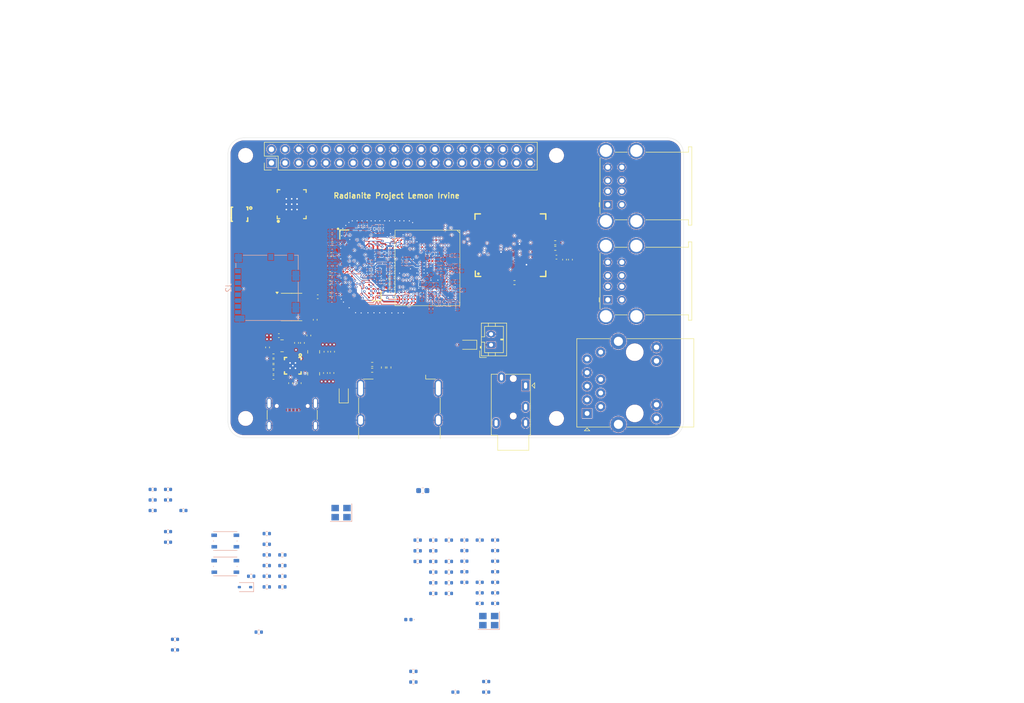
<source format=kicad_pcb>
(kicad_pcb (version 20240108) (generator "pcbnew") (generator_version "8.0")
  (layers (0 "F.Cu" signal) (1 "In1.Cu" signal) (2 "In2.Cu" signal) (3 "In3.Cu" signal) (4 "In4.Cu" signal) (31 "B.Cu" signal) (34 "B.Paste" user) (35 "F.Paste" user) (36 "B.SilkS" user "B.Silkscreen") (37 "F.SilkS" user "F.Silkscreen") (38 "B.Mask" user) (39 "F.Mask" user) (44 "Edge.Cuts" user))
  (net 0 "")
  (net 1 "+1V8")
  (net 2 "GND")
  (net 3 "VBUS")
  (net 4 "+3V3")
  (net 5 "VGPU")
  (net 6 "Net-(U1-RTCLDO)")
  (net 7 "VCPU")
  (net 8 "VRAM")
  (net 9 "Net-(U1-GPO)")
  (net 10 "/Memory/SVREF")
  (net 11 "Net-(U6-ANT)")
  (net 12 "Net-(JP1-SIG)")
  (net 13 "Net-(U6-VBAT1)")
  (net 14 "Net-(U6-VBAT2)")
  (net 15 "Net-(U6-VDD33_PA)")
  (net 16 "Net-(U6-VDD12_CLK)")
  (net 17 "Net-(U6-VDD12_DIG)")
  (net 18 "Net-(U6-VDD_RTC)")
  (net 19 "Net-(U6-VDD14_DIG)")
  (net 20 "Net-(U3-VDDI)")
  (net 21 "/IO/MODEM_XIN")
  (net 22 "/IO/MODEM_XOUT")
  (net 23 "Net-(U2C-VRA1)")
  (net 24 "/Miscellaneous/AGND")
  (net 25 "Net-(U2C-VRA2)")
  (net 26 "Net-(U2C-AC_AVCC)")
  (net 27 "Net-(U2C-AC_VRA1)")
  (net 28 "Net-(U7-V3)")
  (net 29 "/Miscellaneous/MCU_XIN")
  (net 30 "/Miscellaneous/MCU_XOUT")
  (net 31 "Net-(U2C-DXLDO_OUT)")
  (net 32 "/Miscellaneous/HP_OUTL")
  (net 33 "Net-(C96-Pad1)")
  (net 34 "/Miscellaneous/HP_OUTR")
  (net 35 "Net-(C97-Pad1)")
  (net 36 "Net-(C98-Pad1)")
  (net 37 "Net-(C99-Pad1)")
  (net 38 "RESET")
  (net 39 "Net-(C101-Pad1)")
  (net 40 "Net-(D1-K)")
  (net 41 "Net-(D2-A)")
  (net 42 "VHDMI")
  (net 43 "Net-(D4-K)")
  (net 44 "/IO/TF_D1")
  (net 45 "/IO/TF_D2")
  (net 46 "/IO/TF_D3")
  (net 47 "/IO/TF_CLK")
  (net 49 "Net-(J2-DET_A)")
  (net 50 "/IO/TF_D0")
  (net 51 "/IO/TF_CMD")
  (net 52 "/IO/PI11")
  (net 53 "/IO/PH10")
  (net 54 "/IO/PI7")
  (net 55 "/IO/PH9")
  (net 56 "/IO/PI0")
  (net 57 "/IO/PH7")
  (net 58 "/IO/PH5")
  (net 59 "/IO/PI10")
  (net 60 "ETH_SPQ")
  (net 61 "/IO/PI3")
  (net 62 "/IO/PI1")
  (net 63 "/IO/PI14")
  (net 64 "/IO/PI16")
  (net 65 "/IO/PH4")
  (net 66 "/IO/PI4")
  (net 67 "DEBUG_RX")
  (net 68 "/IO/PH8")
  (net 69 "/IO/PH6")
  (net 70 "/IO/PI5")
  (net 71 "/IO/PI9")
  (net 72 "/IO/PI8")
  (net 73 "DEBUG_TX")
  (net 74 "ETH_LINK")
  (net 75 "/IO/PI15")
  (net 76 "/IO/PI13")
  (net 77 "/IO/PI6")
  (net 78 "/IO/PI12")
  (net 79 "/IO/PI2")
  (net 81 "/Miscellaneous/ETH_RTX")
  (net 82 "/Miscellaneous/ETH_TX-")
  (net 83 "/Miscellaneous/ETH_RX+")
  (net 86 "/Miscellaneous/ETH_RX-")
  (net 87 "/Miscellaneous/ETH_TX+")
  (net 88 "Net-(J4-Pad13)")
  (net 89 "Net-(J4-Pad11)")
  (net 90 "/Miscellaneous/U2S_D+")
  (net 92 "Net-(J5-CC2)")
  (net 93 "/Miscellaneous/U2S_D-")
  (net 95 "Net-(J5-CC1)")
  (net 96 "/Miscellaneous/USB0_DM")
  (net 97 "/Miscellaneous/USB1_DP")
  (net 98 "/Miscellaneous/USB0_DP")
  (net 99 "/Miscellaneous/USB1_DM")
  (net 100 "/Miscellaneous/USB3_DM")
  (net 101 "/Miscellaneous/USB2_DM")
  (net 102 "/Miscellaneous/USB2_DP")
  (net 103 "/Miscellaneous/USB3_DP")
  (net 104 "/Miscellaneous/HP_COMPTV")
  (net 108 "/Miscellaneous/HDSCL")
  (net 109 "/Miscellaneous/HDCEC")
  (net 110 "/Miscellaneous/HDMI_1P")
  (net 111 "/Miscellaneous/HDMI_2N")
  (net 112 "/Miscellaneous/HDMI_0P")
  (net 114 "/Miscellaneous/HDSDA")
  (net 116 "/Miscellaneous/HDMI_0N")
  (net 117 "/Miscellaneous/HDHPD")
  (net 118 "/Miscellaneous/HDMI_2P")
  (net 119 "/Miscellaneous/HDMI_1N")
  (net 120 "/Miscellaneous/HDMI_CP")
  (net 121 "/Miscellaneous/HDMI_CN")
  (net 122 "Net-(U1-LX1)")
  (net 123 "Net-(U1-LX2)")
  (net 124 "Net-(U1-LX3)")
  (net 125 "POWER_SDA")
  (net 126 "POWER_SCL")
  (net 127 "/Memory/SCKP")
  (net 128 "/Memory/SCKN")
  (net 129 "Net-(U5-ZQ0)")
  (net 130 "Net-(U5-ZQ1)")
  (net 131 "Net-(U2B-PC4{slash}NAND_CE0{slash}SPI0_MISO{slash}BOOT_SEL2{slash}PC_EINT4)")
  (net 132 "/IO/NAND_CLK")
  (net 133 "Net-(U2B-PC5{slash}NAND_RE{slash}SDC2_CLK{slash}BOOT_SEL3{slash}PC_EINT5)")
  (net 134 "/IO/TF_DET")
  (net 135 "Net-(U2B-PF2{slash}SDC0_CLK{slash}UART0_TX{slash}PF_EINT2)")
  (net 136 "/IO/LPCLK")
  (net 137 "Net-(U6-BT_WKUP_HOST)")
  (net 138 "Net-(U6-BT_HOST_WKUP)")
  (net 139 "/IO/MODEM_CMD")
  (net 140 "/IO/MODEM_D0")
  (net 141 "/IO/MODEM_D1")
  (net 142 "/IO/MODEM_D2")
  (net 143 "/IO/MODEM_D3")
  (net 144 "/IO/MODEM_CLK")
  (net 145 "Net-(U2B-PG0{slash}SDC1_CLK{slash}PG_EINT0)")
  (net 146 "/IO/NAND_CMD")
  (net 147 "/IO/NAND_DS")
  (net 148 "Net-(U2C-REXT)")
  (net 149 "/Miscellaneous/HCEC")
  (net 150 "/Miscellaneous/HHPD")
  (net 151 "/Miscellaneous/HSCL")
  (net 152 "/Miscellaneous/HSDA")
  (net 153 "/Miscellaneous/MCU_FEL")
  (net 155 "POWER_IRQ")
  (net 157 "/IO/NAND_RST")
  (net 158 "/IO/NAND_D4")
  (net 160 "/IO/AP_ON")
  (net 161 "/IO/BT_RSTN")
  (net 162 "/IO/MODEM_RTS")
  (net 164 "/IO/NAND_D5")
  (net 165 "/IO/MODEM_CTS")
  (net 167 "/IO/NAND_D7")
  (net 168 "/IO/NAND_D3")
  (net 170 "/IO/MODEM_TX")
  (net 171 "/IO/WL_ON")
  (net 172 "/IO/MODEM_RX")
  (net 174 "/IO/NAND_D1")
  (net 175 "/IO/NAND_D2")
  (net 178 "/IO/NAND_D0")
  (net 181 "/IO/NAND_D6")
  (net 187 "/Memory/SWE")
  (net 188 "/Memory/SDQS0N")
  (net 189 "/Memory/SCKE0")
  (net 190 "/Memory/SDQ7")
  (net 191 "/Memory/SA9")
  (net 192 "/Memory/SA8")
  (net 193 "/Memory/SDQ13")
  (net 194 "/Memory/SODT1")
  (net 195 "/Memory/SA7")
  (net 196 "/Memory/SDQ8")
  (net 197 "/Memory/SDQM0")
  (net 198 "/Memory/SA14")
  (net 199 "/Memory/SDQ5")
  (net 200 "/Memory/SDQ6")
  (net 201 "/Memory/SODT0")
  (net 202 "/Memory/SDQS1N")
  (net 203 "/Memory/SA15")
  (net 204 "/Memory/SA5")
  (net 205 "/Memory/SCS1")
  (net 206 "/Memory/SA4")
  (net 207 "/Memory/SA10")
  (net 208 "/Memory/SRST")
  (net 209 "/Memory/SDQ3")
  (net 210 "/Memory/SCKE1")
  (net 211 "/Memory/SDQS0P")
  (net 212 "/Memory/SA11")
  (net 213 "/Memory/SA6")
  (net 214 "/Memory/SBA2")
  (net 215 "/Memory/SDQ15")
  (net 216 "/Memory/SDQ0")
  (net 217 "/Memory/SDQ14")
  (net 218 "/Memory/SDQ1")
  (net 219 "/Memory/SDQ2")
  (net 220 "/Memory/SDQ9")
  (net 221 "/Memory/SDQM1")
  (net 222 "/Memory/SBA1")
  (net 223 "/Memory/SDQ4")
  (net 224 "/Memory/SBA0")
  (net 225 "/Memory/SA2")
  (net 226 "/Memory/SDQ10")
  (net 227 "/Memory/SCS0")
  (net 228 "/Memory/SA0")
  (net 229 "/Memory/SRAS")
  (net 230 "/Memory/SA3")
  (net 231 "/Memory/SDQ12")
  (net 232 "/Memory/SA13")
  (net 233 "/Memory/SA1")
  (net 234 "/Memory/SCAS")
  (net 235 "/Memory/SDQS1P")
  (net 236 "/Memory/SDQ11")
  (net 237 "/Memory/SA12")
  (net 247 "Net-(U2A-SZQ)")
  (footprint "" (layer "F.Cu") (at 119.93 47.4 180)
    (property "Reference" "")
    (property "Value" "")
  )
  (footprint "Connector_Video:HDMI_A_Molex_208658-1001_Horizontal" (layer "F.Cu") (at 132 79.28 -90)
    (property "Reference" "J9" (hide yes))
    (property "Value" "HDMI_A")
  )
  (footprint "Connector_Audio:Jack_3.5mm_PJ320E_Horizontal" (layer "F.Cu") (at 155.5325 76.25 180)
    (property "Reference" "J8" (hide yes))
    (property "Value" "AudioJack4")
  )
  (footprint "Capacitor_SMD:C_0402_1005Metric" (layer "F.Cu") (at 116.755 59.69 180)
    (property "Reference" "C90" (hide yes))
    (property "Value" "100n")
  )
  (footprint "Capacitor_SMD:C_0402_1005Metric" (layer "F.Cu") (at 119.46 49.76 180)
    (property "Reference" "C40" (hide yes))
    (property "Value" "100n")
  )
  (footprint "Resistor_SMD:R_0402_1005Metric" (layer "F.Cu") (at 161.06 49.59)
    (property "Reference" "R27" (hide yes))
    (property "Value" "47k")
  )
  (footprint "Capacitor_SMD:C_0402_1005Metric" (layer "F.Cu") (at 107.401 69.137 -90)
    (property "Reference" "C13" (hide yes))
    (property "Value" "22u")
  )
  (footprint "" (layer "F.Cu") (at 119.93 48.45 180)
    (property "Reference" "")
    (property "Value" "")
  )
  (footprint "Capacitor_SMD:C_0402_1005Metric" (layer "F.Cu") (at 113.301 75.817 90)
    (property "Reference" "C1" (hide yes))
    (property "Value" "4.7u")
  )
  (footprint "Inductor_SMD:L_1008_2520Metric" (layer "F.Cu") (at 110.101 68.837 180)
    (property "Reference" "L3" (hide yes))
    (property "Value" "1u")
  )
  (footprint "footprints:FBGA96" (layer "F.Cu") (at 124.785875 53.953467)
    (property "Reference" "U5" (hide yes))
    (property "Value" "~")
  )
  (footprint "Capacitor_SMD:C_0402_1005Metric" (layer "F.Cu") (at 119.401 73.917 90)
    (property "Reference" "C4" (hide yes))
    (property "Value" "22u")
  )
  (footprint "Diode_SMD:D_SOD-323" (layer "F.Cu") (at 121.61 77.895 90)
    (property "Reference" "D3" (hide yes))
    (property "Value" "B5819WS")
  )
  (footprint "MountingHole:MountingHole_2.7mm_M2.5_ISO14580" (layer "F.Cu") (at 103.3 33.3)
    (property "Reference" "H4" (hide yes))
    (property "Value" "MountingHole")
  )
  (footprint "Diode_SMD:D_SOD-323" (layer "F.Cu") (at 144.82 68.65 180)
    (property "Reference" "D1" (hide yes))
    (property "Value" "B5819WS")
  )
  (footprint "Capacitor_SMD:C_0402_1005Metric" (layer "F.Cu") (at 111.701 75.817 90)
    (property "Reference" "C3" (hide yes))
    (property "Value" "4.7u")
  )
  (footprint "Capacitor_SMD:C_0402_1005Metric" (layer "F.Cu") (at 112.8 68.295 90)
    (property "Reference" "C10" (hide yes))
    (property "Value" "4.7u")
  )
  (footprint "Capacitor_SMD:C_0402_1005Metric" (layer "F.Cu") (at 119.08 59.27 180)
    (property "Reference" "C44" (hide yes))
    (property "Value" "100n")
  )
  (footprint "Resistor_SMD:R_0402_1005Metric" (layer "F.Cu") (at 130.15 56.9)
    (property "Reference" "R9" (hide yes))
    (property "Value" "240")
  )
  (footprint "footprints:FBGA-153_L13.0-W11.5" (layer "F.Cu") (at 152.7 50.05 90)
    (property "Reference" "U3" (hide yes))
    (property "Value" "~")
  )
  (footprint "Capacitor_SMD:C_0402_1005Metric" (layer "F.Cu") (at 108.501 74.737)
    (property "Reference" "C12" (hide yes))
    (property "Value" "1u")
  )
  (footprint "Resistor_SMD:R_0402_1005Metric" (layer "F.Cu") (at 161.07 50.64 180)
    (property "Reference" "R13" (hide yes))
    (property "Value" "33")
  )
  (footprint "Resistor_SMD:R_0402_1005Metric" (layer "F.Cu") (at 129.015 72.895 -90)
    (property "Reference" "R43" (hide yes))
    (property "Value" "100")
  )
  (footprint "Resistor_SMD:R_0402_1005Metric" (layer "F.Cu") (at 153.459999 57.04)
    (property "Reference" "R28" (hide yes))
    (property "Value" "47k")
  )
  (footprint "Resistor_SMD:R_0402_1005Metric" (layer "F.Cu") (at 126.91 73.4)
    (property "Reference" "R44" (hide yes))
    (property "Value" "10k")
  )
  (footprint "Connector_USB:USB_C_Receptacle_GCT_USB4105-xx-A_16P_TopMnt_Horizontal" (layer "F.Cu") (at 112 82.68)
    (property "Reference" "J5" (hide yes))
    (property "Value" "USB_C_Receptacle_USB2.0_16P")
  )
  (footprint "Capacitor_SMD:C_0402_1005Metric" (layer "F.Cu") (at 108.501 73.737)
    (property "Reference" "C5" (hide yes))
    (property "Value" "4.7u")
  )
  (footprint "Capacitor_SMD:C_0402_1005Metric" (layer "F.Cu") (at 130.12 57.9)
    (property "Reference" "C39" (hide yes))
    (property "Value" "100n")
  )
  (footprint "" (layer "F.Cu") (at 119.93 50.45 180)
    (property "Reference" "")
    (property "Value" "")
  )
  (footprint "Resistor_SMD:R_0402_1005Metric" (layer "F.Cu") (at 108.501 72.737)
    (property "Reference" "R3" (hide yes))
    (property "Value" "510")
  )
  (footprint "MountingHole:MountingHole_2.7mm_M2.5_ISO14580" (layer "F.Cu") (at 103.3 82.4)
    (property "Reference" "H3" (hide yes))
    (property "Value" "MountingHole")
  )
  (footprint "Capacitor_SMD:C_0402_1005Metric" (layer "F.Cu") (at 118.301 69.937 -90)
    (property "Reference" "C8" (hide yes))
    (property "Value" "22u")
  )
  (footprint "Resistor_SMD:R_0402_1005Metric" (layer "F.Cu") (at 130.04 72.89 -90)
    (property "Reference" "R41" (hide yes))
    (property "Value" "100")
  )
  (footprint "Connector_PinHeader_2.54mm:PinHeader_2x20_P2.54mm_Vertical" (layer "F.Cu") (at 108.12 34.7 90)
    (property "Reference" "J3" (hide yes))
    (property "Value" "Conn_02x20_Odd_Even")
  )
  (footprint "Capacitor_SMD:C_0402_1005Metric" (layer "F.Cu") (at 119.05 57.05 180)
    (property "Reference" "C43" (hide yes))
    (property "Value" "100n")
  )
  (footprint "Capacitor_SMD:C_0402_1005Metric" (layer "F.Cu") (at 113.9 68.3 90)
    (property "Reference" "C7" (hide yes))
    (property "Value" "4.7u")
  )
  (footprint "Capacitor_SMD:C_0402_1005Metric" (layer "F.Cu") (at 163.9 52.75 90)
    (property "Reference" "C77" (hide yes))
    (property "Value" "2.2u")
  )
  (footprint "Inductor_SMD:L_1008_2520Metric" (layer "F.Cu") (at 116.001 69.962 90)
    (property "Reference" "L2" (hide yes))
    (property "Value" "1u")
  )
  (footprint "Resistor_SMD:R_0402_1005Metric" (layer "F.Cu") (at 130.109999 55.9)
    (property "Reference" "R8" (hide yes))
    (property "Value" "240")
  )
  (footprint "footprints:BGA284P65B1200_1400H125" (layer "F.Cu") (at 137.225 54.3 -90)
    (property "Reference" "U2" (hide yes))
    (property "Value" "~")
  )
  (footprint "Capacitor_SMD:C_0402_1005Metric" (layer "F.Cu") (at 115.1 66.92 -90)
    (property "Reference" "C2" (hide yes))
    (property "Value" "4.7u")
  )
  (footprint "MountingHole:MountingHole_2.7mm_M2.5_ISO14580" (layer "F.Cu") (at 161.3 33.3)
    (property "Reference" "H1" (hide yes))
    (property "Value" "MountingHole")
  )
  (footprint "Capacitor_SMD:C_0402_1005Metric" (layer "F.Cu") (at 118.201 73.917 90)
    (property "Reference" "C6" (hide yes))
    (property "Value" "22u")
  )
  (footprint "Capacitor_SMD:C_0402_1005Metric" (layer "F.Cu") (at 109.501 66.937)
    (property "Reference" "C11" (hide yes))
    (property "Value" "22u")
  )
  (footprint "Connector_USB:USB_A_Wuerth_61400826021_Horizontal_Stacked" (layer "F.Cu") (at 170.87 42.5 90)
    (property "Reference" "J7" (hide yes))
    (property "Value" "USB_A_Stacked")
  )
  (footprint "Capacitor_SMD:C_0402_1005Metric" (layer "F.Cu") (at 161.29 52.29 180)
    (property "Reference" "C75" (hide yes))
    (property "Value" "2.2u")
  )
  (footprint "Inductor_SMD:L_1008_2520Metric" (layer "F.Cu") (at 116.001 74.062 -90)
    (property "Reference" "L1" (hide yes))
    (property "Value" "1u")
  )
  (footprint "Connector_RJ:RJ45_Abracon_ARJP11A-MA_Horizontal" (layer "F.Cu") (at 167.005 81.46 90)
    (property "Reference" "J4" (hide yes))
    (property "Value" "RJ45_Abracon_ARJP11A-MASA-B-A-EMU2")
  )
  (footprint "Capacitor_SMD:C_0402_1005Metric" (layer "F.Cu") (at 119.29 51.81 180)
    (property "Reference" "C41" (hide yes))
    (property "Value" "100n")
  )
  (footprint "Capacitor_SMD:C_0402_1005Metric" (layer "F.Cu") (at 116.29 63.98 90)
    (property "Reference" "C91" (hide yes))
    (property "Value" "100n")
  )
  (footprint "Resistor_SMD:R_0402_1005Metric" (layer "F.Cu") (at 108.501 70.737)
    (property "Reference" "R1" (hide yes))
    (property "Value" "2k")
  )
  (footprint "Capacitor_SMD:C_0402_1005Metric" (layer "F.Cu") (at 119.07 55.35 180)
    (property "Reference" "C42" (hide yes))
    (property "Value" "100n")
  )
  (footprint "Connector_USB:USB_A_Wuerth_61400826021_Horizontal_Stacked" (layer "F.Cu") (at 170.87 60.25 90)
    (property "Reference" "J6" (hide yes))
    (property "Value" "USB_A_Stacked")
  )
  (footprint "" (layer "F.Cu") (at 119.93 49.45 180)
    (property "Reference" "")
    (property "Value" "")
  )
  (footprint "Resistor_SMD:R_0402_1005Metric" (layer "F.Cu") (at 108.501 71.737)
    (property "Reference" "R2" (hide yes))
    (property "Value" "2k")
  )
  (footprint "footprints:WQFN-20_L3.0-W3.0-P0.40-BL-EP" (layer "F.Cu") (at 112.1 72.562 180)
    (property "Reference" "U1" (hide yes))
    (property "Value" "~")
  )
  (footprint "footprints:QFN-40_L5.0-W5.0-P0.40-BL-EP3.4" (layer "F.Cu") (at 111.9005 42.4)
    (property "Reference" "U6" (hide yes))
    (property "Value" "~")
  )
  (footprint "MountingHole:MountingHole_2.7mm_M2.5_ISO14580" (layer "F.Cu") (at 161.3 82.4)
    (property "Reference" "H2" (hide yes))
    (property "Value" "MountingHole")
  )
  (footprint "Resistor_SMD:R_0402_1005Metric" (layer "F.Cu") (at 126.92 72.31)
    (property "Reference" "R42" (hide yes))
    (property "Value" "10k")
  )
  (footprint "Capacitor_SMD:C_0402_1005Metric" (layer "F.Cu") (at 119.521 69.937 -90)
    (property "Reference" "C9" (hide yes))
    (property "Value" "22u")
  )
  (footprint "Package_SO:SOP-8_3.9x4.9mm_P1.27mm" (layer "F.Cu") (at 111.875 61.595)
    (property "Reference" "U7" (hide yes))
    (property "Value" "CH340N")
  )
  (footprint "footprints:RF-SMD_734120114" (layer "F.Cu") (at 102.8275 44.2 -90)
    (property "Reference" "JP1" (hide yes))
    (property "Value" "~")
  )
  (footprint "Capacitor_SMD:C_0402_1005Metric" (layer "F.Cu") (at 162.8 52.75 90)
    (property "Reference" "C76" (hide yes))
    (property "Value" "2.2u")
  )
  (footprint "Connector_JST:JST_PH_B2B-PH-K_1x02_P2.00mm_Vertical" (layer "F.Cu") (at 149.09 68.66 90)
    (property "Reference" "J1" (hide yes))
    (property "Value" "FAN")
  )
  (footprint "Resistor_SMD:R_0402_1005Metric" (layer "B.Cu") (at 107.250238 111.86 180)
    (property "Reference" "R39" (hide yes))
    (property "Value" "27k")
  )
  (footprint "Capacitor_SMD:C_0402_1005Metric" (layer "B.Cu") (at 130.369999 57.6)
    (property "Reference" "C30" (hide yes))
    (property "Value" "100n")
  )
  (footprint "Capacitor_SMD:C_0402_1005Metric" (layer "B.Cu") (at 130.37 55.6)
    (property "Reference" "C32" (hide yes))
    (property "Value" "100n")
  )
  (footprint "Capacitor_SMD:C_0402_1005Metric" (layer "B.Cu") (at 146.980238 116.93 180)
    (property "Reference" "C80" (hide yes))
    (property "Value" "100n")
  )
  (footprint "Button_Switch_SMD:SW_Push_1P1T_NO_Vertical_Wuerth_434133025816" (layer "B.Cu") (at 99.510238 105.28 180)
    (property "Reference" "SW1" (hide yes))
    (property "Value" "434133025816")
  )
  (footprint "Button_Switch_SMD:SW_Push_1P1T_NO_Vertical_Wuerth_434133025816" (layer "B.Cu") (at 99.510238 110.03 180)
    (property "Reference" "SW2" (hide yes))
    (property "Value" "434133025816")
  )
  (footprint "Capacitor_SMD:C_0402_1005Metric" (layer "B.Cu") (at 149.850238 109.05 180)
    (property "Reference" "C69" (hide yes))
    (property "Value" "1u")
  )
  (footprint "Capacitor_SMD:C_0402_1005Metric" (layer "B.Cu") (at 130.369999 54.6)
    (property "Reference" "C61" (hide yes))
    (property "Value" "100n")
  )
  (footprint "Capacitor_SMD:C_0402_1005Metric" (layer "B.Cu") (at 126.7 53.15)
    (property "Reference" "C65" (hide yes))
    (property "Value" "100n")
  )
  (footprint "Resistor_SMD:R_0402_1005Metric" (layer "B.Cu") (at 110.160238 111.86 180)
    (property "Reference" "R33" (hide yes))
    (property "Value" "5.1k")
  )
  (footprint "Resistor_SMD:R_0402_1005Metric" (layer "B.Cu") (at 135.400238 105.12 180)
    (property "Reference" "R24" (hide yes))
    (property "Value" "47k")
  )
  (footprint "Capacitor_SMD:C_0402_1005Metric" (layer "B.Cu") (at 142.42 56.89)
    (property "Reference" "C28" (hide yes))
    (property "Value" "100n")
  )
  (footprint "LED_SMD:LED_0402_1005Metric" (layer "B.Cu") (at 133.665238 119.95 180)
    (property "Reference" "D2" (hide yes))
    (property "Value" "GREEN")
  )
  (footprint "Resistor_SMD:R_0402_1005Metric" (layer "B.Cu") (at 107.250238 103.9 180)
    (property "Reference" "R35" (hide yes))
    (property "Value" "22")
  )
  (footprint "Capacitor_SMD:C_0402_1005Metric" (layer "B.Cu") (at 119.45 48.45 180)
    (property "Reference" "C34" (hide yes))
    (property "Value" "100n")
  )
  (footprint "Capacitor_SMD:C_0402_1005Metric" (layer "B.Cu") (at 119.45 49.45 180)
    (property "Reference" "C35" (hide yes))
    (property "Value" "100n")
  )
  (footprint "Capacitor_SMD:C_0402_1005Metric" (layer "B.Cu") (at 149.850238 114.96 180)
    (property "Reference" "C72" (hide yes))
    (property "Value" "1u")
  )
  (footprint "Resistor_SMD:R_0402_1005Metric" (layer "B.Cu") (at 135.400238 109.1 180)
    (property "Reference" "R26" (hide yes))
    (property "Value" "33")
  )
  (footprint "Capacitor_SMD:C_0402_1005Metric" (layer "B.Cu") (at 128.2 52 180)
    (property "Reference" "C50" (hide yes))
    (property "Value" "100n")
  )
  (footprint "Capacitor_SMD:C_0402_1005Metric" (layer "B.Cu") (at 119.42 56.5 180)
    (property "Reference" "C38" (hide yes))
    (property "Value" "100n")
  )
  (footprint "Capacitor_SMD:C_0402_1005Metric" (layer "B.Cu") (at 140.33 57.73 -90)
    (property "Reference" "C94" (hide yes))
    (property "Value" "220n")
  )
  (footprint "Capacitor_SMD:C_0402_1005Metric" (layer "B.Cu") (at 126.7 55.149999 180)
    (property "Reference" "C64" (hide yes))
    (property "Value" "100n")
  )
  (footprint "Resistor_SMD:R_0402_1005Metric" (layer "B.Cu") (at 138.310238 107.11 180)
    (property "Reference" "R19" (hide yes))
    (property "Value" "47k")
  )
  (footprint "Capacitor_SMD:C_0402_1005Metric" (layer "B.Cu") (at 118.95 53.909999 -90)
    (property "Reference" "C60" (hide yes))
    (property "Value" "100n")
  )
  (footprint "Resistor_SMD:R_0402_1005Metric" (layer "B.Cu") (at 135.400238 107.11 180)
    (property "Reference" "R25" (hide yes))
    (property "Value" "47k")
  )
  (footprint "Capacitor_SMD:C_0402_1005Metric" (layer "B.Cu") (at 136.2 59.72 -90)
    (property "Reference" "C29" (hide yes))
    (property "Value" "100n")
  )
  (footprint "Capacitor_SMD:C_0402_1005Metric" (layer "B.Cu") (at 85.960238 97.62 180)
    (property "Reference" "C99" (hide yes))
    (property "Value" "100n")
  )
  (footprint "Resistor_SMD:R_0402_1005Metric" (layer "B.Cu") (at 110.160238 107.88 180)
    (property "Reference" "R31" (hide yes))
    (property "Value" "330")
  )
  (footprint "Resistor_SMD:R_0402_1005Metric" (layer "B.Cu") (at 120 51.95 -90)
    (property "Reference" "R10" (hide yes))
    (property "Value" "2k")
  )
  (footprint "Capacitor_SMD:C_0402_1005Metric" (layer "B.Cu") (at 137.22 51.92 90)
    (property "Reference" "C25" (hide yes))
    (property "Value" "100n")
  )
  (footprint "Capacitor_SMD:C_0402_1005Metric" (layer "B.Cu") (at 146.980238 105.11 180)
    (property "Reference" "C74" (hide yes))
    (property "Value" "1u")
  )
  (footprint "Resistor_SMD:R_0402_1005Metric" (layer "B.Cu") (at 107.250238 109.87 180)
    (property "Reference" "R38" (hide yes))
    (property "Value" "100")
  )
  (footprint "Resistor_SMD:R_0402_1005Metric" (layer "B.Cu") (at 120 53.909999 -90)
    (property "Reference" "R11" (hide yes))
    (property "Value" "2k")
  )
  (footprint "Capacitor_SMD:C_0402_1005Metric" (layer "B.Cu") (at 149.850238 107.08 180)
    (property "Reference" "C68" (hide yes))
    (property "Value" "1u")
  )
  (footprint "Capacitor_SMD:C_0402_1005Metric" (layer "B.Cu") (at 142.440238 133.49 180)
    (property "Reference" "C100" (hide yes))
    (property "Value" "100n")
  )
  (footprint "Resistor_SMD:R_0402_1005Metric" (layer "B.Cu") (at 141.220238 113.08 180)
    (property "Reference" "R16" (hide yes))
    (property "Value" "33")
  )
  (footprint "Capacitor_SMD:C_0402_1005Metric" (layer "B.Cu") (at 139.77 52.71)
    (property "Reference" "C21" (hide yes))
    (property "Value" "100n")
  )
  (footprint "Capacitor_SMD:C_0402_1005Metric" (layer "B.Cu") (at 128.28 55.1 -90)
    (property "Reference" "C48" (hide yes))
    (property "Value" "100n")
  )
  (footprint "Resistor_SMD:R_0402_1005Metric" (layer "B.Cu") (at 134.600238 131.61 180)
    (property "Reference" "R5" (hide yes))
    (property "Value" "10k")
  )
  (footprint "Capacitor_SMD:C_0402_1005Metric" (layer "B.Cu") (at 130.17 52)
    (property "Reference" "C35" (hide yes))
    (property "Value" "100n")
  )
  (footprint "Capacitor_SMD:C_0402_1005Metric" (layer "B.Cu") (at 124.65 46.549999 90)
    (property "Reference" "C34" (hide yes))
    (property "Value" "100n")
  )
  (footprint "Capacitor_SMD:C_0402_1005Metric" (layer "B.Cu") (at 144.110238 112.99 180)
    (property "Reference" "C85" (hide yes))
    (property "Value" "22p")
  )
  (footprint "Diode_SMD:D_SOD-323" (layer "B.Cu") (at 103.1875 113.89 180)
    (property "Reference" "D4" (hide yes))
    (property "Value" "B5819WS")
  )
  (footprint "Capacitor_SMD:C_0402_1005Metric" (layer "B.Cu") (at 149.850238 116.93 180)
    (property "Reference" "C73" (hide yes))
    (property "Value" "1u")
  )
  (footprint "Capacitor_SMD:C_0402_1005Metric" (layer "B.Cu") (at 146.980238 114.96 180)
    (property "Reference" "C79" (hide yes))
    (property "Value" "2.2u")
  )
  (footprint "Capacitor_SMD:C_0402_1005Metric" (layer "B.Cu") (at 137.89 61.94 -90)
    (property "Reference" "C15" (hide yes))
    (property "Value" "100n")
  )
  (footprint "Capacitor_SMD:C_0402_1005Metric" (layer "B.Cu") (at 88.830238 97.62 180)
    (property "Reference" "C93" (hide yes))
    (property "Value" "22p")
  )
  (footprint "Resistor_SMD:R_0402_1005Metric" (layer "B.Cu") (at 110.160238 113.85 180)
    (property "Reference" "R34" (hide yes))
    (property "Value" "5.1k")
  )
  (footprint "Capacitor_SMD:C_0603_1608Metric" (layer "B.Cu") (at 136.350238 95.87 180)
    (property "Reference" "C66" (hide yes))
    (property "Value" "DNF")
  )
  (footprint "Capacitor_SMD:C_0402_1005Metric" (layer "B.Cu") (at 119.45 50.45 180)
    (property "Reference" "C36" (hide yes))
    (property "Value" "100n")
  )
  (footprint "Resistor_SMD:R_0402_1005Metric" (layer "B.Cu") (at 137.58 55.92 45)
    (property "Reference" "R6" (hide yes))
    (property "Value" "240")
  )
  (footprint "Capacitor_SMD:C_0402_1005Metric" (layer "B.Cu") (at 148.180238 131.52 180)
    (property "Reference" "C17" (hide yes))
    (property "Value" "100n")
  )
  (footprint "Resistor_SMD:R_0402_1005Metric" (layer "B.Cu") (at 107.250238 113.85 180)
    (property "Reference" "R40" (hide yes))
    (property "Value" "1k")
  )
  (footprint "Capacitor_SMD:C_0402_1005Metric" (layer "B.Cu") (at 144.110238 111.02 180)
    (property "Reference" "C84" (hide yes))
    (property "Value" "22p")
  )
  (footprint "Resistor_SMD:R_0402_1005Metric" (layer "B.Cu") (at 110.160238 109.87 180)
    (property "Reference" "R32" (hide yes))
    (property "Value" "330")
  )
  (footprint "Resistor_SMD:R_0402_1005Metric" (layer "B.Cu") (at 138.310238 115.07 180)
    (property "Reference" "R23" (hide yes))
    (property "Value" "47k")
  )
  (footprint "Capacitor_SMD:C_0402_1005Metric" (layer "B.Cu") (at 139.82 54.15)
    (property "Reference" "C22" (hide yes))
    (property "Value" "100n")
  )
  (footprint "Capacitor_SMD:C_0402_1005Metric" (layer "B.Cu") (at 130.369999 53.6)
    (property "Reference" "C62" (hide yes))
    (property "Value" "100n")
  )
  (footprint "Capacitor_SMD:C_0402_1005Metric" (layer "B.Cu") (at 142.87 61.53 -90)
    (property "Reference" "C95" (hide yes))
    (property "Value" "100n")
  )
  (footprint "Capacitor_SMD:C_0402_1005Metric" (layer "B.Cu") (at 126.7 54.150001 180)
    (property "Reference" "C63" (hide yes))
    (property "Value" "100n")
  )
  (footprint "Crystal:Crystal_SMD_3225-4Pin_3.2x2.5mm" (layer "B.Cu") (at 148.660238 120.14 180)
    (property "Reference" "Y1" (hide yes))
    (property "Value" "40MHz")
  )
  (footprint "Resistor_SMD:R_0402_1005Metric" (layer "B.Cu") (at 138.38 57.45 180)
    (property "Reference" "R29" (hide yes))
    (property "Value" "150k")
  )
  (footprint "Capacitor_SMD:C_0402_1005Metric" (layer "B.Cu") (at 133.24 52.62 180)
    (property "Reference" "C56" (hide yes))
    (property "Value" "100n")
  )
  (footprint "Capacitor_SMD:C_0402_1005Metric" (layer "B.Cu") (at 144.110238 109.05 180)
    (property "Reference" "C83" (hide yes))
    (property "Value" "1u")
  )
  (footprint "Resistor_SMD:R_0402_1005Metric" (layer "B.Cu") (at 138.310238 111.09 180)
    (property "Reference" "R21" (hide yes))
    (property "Value" "47k")
  )
  (footprint "Capacitor_SMD:C_0402_1005Metric" (layer "B.Cu") (at 149.850238 105.11 180)
    (property "Reference" "C67" (hide yes))
    (property "Value" "DNF")
  )
  (footprint "Capacitor_SMD:C_0402_1005Metric" (layer "B.Cu") (at 143.53 58.45 180)
    (property "Reference" "C89" (hide yes))
    (property "Value" "470n")
  )
  (footprint "Capacitor_SMD:C_0402_1005Metric" (layer "B.Cu") (at 140 55.73 -90)
    (property "Reference" "C23" (hide yes))
    (property "Value" "100n")
  )
  (footprint "Capacitor_SMD:C_0402_1005Metric" (layer "B.Cu") (at 128.23 47.51)
    (property "Reference" "C53" (hide yes))
    (property "Value" "100n")
  )
  (footprint "Resistor_SMD:R_0402_1005Metric" (layer "B.Cu") (at 138.310238 113.08 180)
    (property "Reference" "R22" (hide yes))
    (property "Value" "47k")
  )
  (footprint "Crystal:Crystal_SMD_3225-4Pin_3.2x2.5mm" (layer "B.Cu") (at 121.110238 99.98 180)
    (property "Reference" "Y2" (hide yes))
    (property "Value" "40MHz")
  )
  (footprint "Capacitor_SMD:C_0402_1005Metric" (layer "B.Cu") (at 149.850238 111.02 180)
    (property "Reference" "C70" (hide yes))
    (property "Value" "1u")
  )
  (footprint "Capacitor_SMD:C_0402_1005Metric" (layer "B.Cu") (at 91.700238 99.59 180)
    (property "Reference" "C88" (hide yes))
    (property "Value" "470n")
  )
  (footprint "Capacitor_SMD:C_0402_1005Metric" (layer "B.Cu") (at 144.110238 105.11 180)
    (property "Reference" "C81" (hide yes))
    (property "Value" "1u")
  )
  (footprint "Capacitor_SMD:C_0402_1005Metric" (layer "B.Cu") (at 130.369999 58.6)
    (property "Reference" "C57" (hide yes))
    (property "Value" "100n")
  )
  (footprint "Resistor_SMD:R_0402_1005Metric" (layer "B.Cu") (at 141.220238 105.12 180)
    (property "Reference" "R12" (hide yes))
    (property "Value" "47k")
  )
  (footprint "Capacitor_SMD:C_0402_1005Metric" (layer "B.Cu") (at 90.13 125.61 180)
    (property "Reference" "C20" (hide yes))
    (property "Value" "100n")
  )
  (footprint "Capacitor_SMD:C_0402_1005Metric" (layer "B.Cu") (at 85.960238 95.65 180)
    (property "Reference" "C98" (hide yes))
    (property "Value" "100n")
  )
  (footprint "Capacitor_SMD:C_0402_1005Metric" (layer "B.Cu") (at 126.68 56.1)
    (property "Reference" "C58" (hide yes))
    (property "Value" "100n")
  )
  (footprint "Resistor_SMD:R_0402_1005Metric" (layer "B.Cu") (at 134.600238 129.62 180)
    (property "Reference" "R4" (hide yes))
    (property "Value" "500")
  )
  (footprint "Capacitor_SMD:C_0402_1005Metric" (layer "B.Cu") (at 139.42 60.14 180)
    (property "Reference" "C87" (hide yes))
    (property "Value" "470n")
  )
  (footprint "Capacitor_SMD:C_0402_1005Metric" (layer "B.Cu") (at 119.45 55.55 180)
    (property "Reference" "C37" (hide yes))
    (property "Value" "100n")
  )
  (footprint "Resistor_SMD:R_0402_1005Metric" (layer "B.Cu") (at 107.250238 105.89 180)
    (property "Reference" "R36" (hide yes))
    (property "Value" "22")
  )
  (footprint "Capacitor_SMD:C_0402_1005Metric" (layer "B.Cu") (at 142.34 51.97)
    (property "Reference" "C27" (hide yes))
    (property "Value" "100n")
  )
  (footprint "Capacitor_SMD:C_0402_1005Metric" (layer "B.Cu") (at 118.95 51.95 90)
    (property "Reference" "C59" (hide yes))
    (property "Value" "100n")
  )
  (footprint "Capacitor_SMD:C_0402_1005Metric" (layer "B.Cu") (at 138.69 51.7)
    (property "Reference" "C24" (hide yes))
    (property "Value" "100n")
  )
  (footprint "Capacitor_SMD:C_0402_1005Metric" (layer "B.Cu") (at 88.830238 105.5 180)
    (property "Reference" "C97" (hide yes))
    (property "Value" "4.7u")
  )
  (footprint "Resistor_SMD:R_0402_1005Metric" (layer "B.Cu") (at 105.750238 122.29 180)
    (property "Reference" "R7" (hide yes))
    (property "Value" "100")
  )
  (footprint "Capacitor_SMD:C_0402_1005Metric" (layer "B.Cu") (at 119.4 59.4 180)
    (property "Reference" "C45" (hide yes))
    (property "Value" "100n")
  )
  (footprint "Capacitor_SMD:C_0402_1005Metric" (layer "B.Cu") (at 136.37 57.43)
    (property "Reference" "C14" (hide yes))
    (property "Value" "100n")
  )
  (footprint "Capacitor_SMD:C_0402_1005Metric" (layer "B.Cu") (at 88.830238 95.65 180)
    (property "Reference" "C92" (hide yes))
    (property "Value" "22p")
  )
  (footprint "Capacitor_SMD:C_0402_1005Metric" (layer "B.Cu") (at 144.110238 107.08 180)
    (property "Reference" "C82" (hide yes))
    (property "Value" "1u")
  )
  (footprint "Capacitor_SMD:C_0402_1005Metric" (layer "B.Cu") (at 139.42 61.12 180)
    (property "Reference" "C86" (hide yes))
    (property "Value" "470n")
  )
  (footprint "Capacitor_SMD:C_0402_1005Metric" (layer "B.Cu") (at 119.45 47.4 180)
    (property "Reference" "C55" (hide yes))
    (property "Value" "100n")
  )
  (footprint "Capacitor_SMD:C_0402_1005Metric" (layer "B.Cu") (at 119.4 60.33 180)
    (property "Reference" "C52" (hide yes))
    (property "Value" "100n")
  )
  (footprint "Resistor_SMD:R_0402_1005Metric" (layer "B.Cu") (at 141.220238 109.1 180)
    (property "Reference" "R14" (hide yes))
    (property "Value" "1k")
  )
  (footprint "Resistor_SMD:R_0402_1005Metric" (layer "B.Cu") (at 141.220238 111.09 180)
    (property "Reference" "R15" (hide yes))
    (property "Value" "47k")
  )
  (footprint "Capacitor_SMD:C_0402_1005Metric" (layer "B.Cu") (at 130.17 51)
    (property "Reference" "C36" (hide yes))
    (property "Value" "100n")
  )
  (footprint "Capacitor_SMD:C_0402_1005Metric" (layer "B.Cu") (at 130.37 56.6)
    (property "Reference" "C31" (hide yes))
    (property "Value" "100n")
  )
  (footprint "Capacitor_SMD:C_0402_1005Metric" (layer "B.Cu") (at 119.4 58.45 180)
    (property "Reference" "C46" (hide yes))
    (property "Value" "100n")
  )
  (footprint "Capacitor_SMD:C_0402_1005Metric" (layer "B.Cu") (at 149.850238 112.99 180)
    (property "Reference" "C71" (hide yes))
    (property "Value" "1u")
  )
  (footprint "Resistor_SMD:R_0402_1005Metric" (layer "B.Cu") (at 141.220238 115.07 180)
    (property "Reference" "R17" (hide yes))
    (property "Value" "47k")
  )
  (footprint "Capacitor_SMD:C_0402_1005Metric" (layer "B.Cu") (at 148.180238 133.49 180)
    (property "Reference" "C18" (hide yes))
    (property "Value" "100n")
  )
  (footprint "Capacitor_SMD:C_0402_1005Metric" (layer "B.Cu") (at 143.2 54.85)
    (property "Reference" "C16" (hide yes))
    (property "Value" "100n")
  )
  (footprint "Connector_Card:microSD_HC_Molex_104031-0811" (layer "B.Cu") (at 107.3 58 -90)
    (property "Reference" "J2")
    (property "Value" "Micro_SD_Card_Det2")
  )
  (footprint "Capacitor_SMD:C_0402_1005Metric" (layer "B.Cu") (at 128.23 46.539999)
    (property "Reference" "C54" (hide yes))
    (property "Value" "100n")
  )
  (footprint "Capacitor_SMD:C_0402_1005Metric" (layer "B.Cu") (at 119.4 57.5 180)
    (property "Reference" "C47" (hide yes))
    (property "Value" "100n")
  )
  (footprint "Resistor_SMD:R_0402_1005Metric" (layer "B.Cu") (at 141.38 61.12)
    (property "Reference" "R30" (hide yes))
    (property "Value" "0")
  )
  (footprint "Capacitor_SMD:C_0402_1005Metric" (layer "B.Cu") (at 88.830238 103.53 180)
    (property "Reference" "C96" (hide yes))
    (property "Value" "4.7u")
  )
  (footprint "Resistor_SMD:R_0402_1005Metric" (layer "B.Cu") (at 138.310238 109.1 180)
    (property "Reference" "R20" (hide yes))
    (property "Value" "47k")
  )
  (footprint "Capacitor_SMD:C_0402_1005Metric" (layer "B.Cu") (at 85.960238 99.59 180)
    (property "Reference" "C101" (hide yes))
    (property "Value" "100n")
  )
  (footprint "Capacitor_SMD:C_0402_1005Metric" (layer "B.Cu") (at 90.13 123.64 180)
    (property "Reference" "C19" (hide yes))
    (property "Value" "100n")
  )
  (footprint "Capacitor_SMD:C_0402_1005Metric" (layer "B.Cu") (at 125.7 46.55 90)
    (property "Reference" "C55" (hide yes))
    (property "Value" "100n")
  )
  (footprint "Capacitor_SMD:C_0402_1005Metric" (layer "B.Cu") (at 133.24 53.57 180)
    (property "Reference" "C33" (hide yes))
    (property "Value" "100n")
  )
  (footprint "Resistor_SMD:R_0402_1005Metric" (layer "B.Cu") (at 104.340238 111.86 180)
    (property "Reference" "R45" (hide yes))
    (property "Value" "510")
  )
  (footprint "Capacitor_SMD:C_0402_1005Metric" (layer "B.Cu") (at 146.980238 112.99 180)
    (property "Reference" "C78" (hide yes))
    (property "Value" "2.2u")
  )
  (footprint "Resistor_SMD:R_0402_1005Metric" (layer "B.Cu") (at 138.310238 105.12 180)
    (property "Reference" "R18" (hide yes))
    (property "Value" "0")
  )
  (footprint "Capacitor_SMD:C_0402_1005Metric" (layer "B.Cu") (at 128.52 56.92 180)
    (property "Reference" "C49" (hide yes))
    (property "Value" "100n")
  )
  (footprint "Resistor_SMD:R_0402_1005Metric" (layer "B.Cu") (at 107.250238 107.88 180)
    (property "Reference" "R37" (hide yes))
    (property "Value" "75")
  )
  (footprint "Capacitor_SMD:C_0402_1005Metric" (layer "B.Cu") (at 142.54 53.89)
    (property "Reference" "C26" (hide yes))
    (property "Value" "100n")
  )
  (footprint "Capacitor_SMD:C_0402_1005Metric" (layer "B.Cu") (at 128.19 51.06 180)
    (property "Reference" "C51" (hide yes))
    (property "Value" "100n")
  )
  (gr_line (start 100 33) (end 100 83) (stroke (width 0.05)) (layer "Edge.Cuts"))
  (gr_arc (start 103 86) (mid 100.87868 85.12132) (end 100 83) (stroke (width 0.05)) (layer "Edge.Cuts"))
  (gr_arc (start 182 30) (mid 184.12132 30.87868) (end 185 33) (stroke (width 0.05)) (layer "Edge.Cuts"))
  (gr_arc (start 185 83) (mid 184.12132 85.12132) (end 182 86) (stroke (width 0.05)) (layer "Edge.Cuts"))
  (gr_line (start 103 86) (end 182 86) (stroke (width 0.05)) (layer "Edge.Cuts"))
  (gr_line (start 185 83) (end 185 33) (stroke (width 0.05)) (layer "Edge.Cuts"))
  (gr_arc (start 100 33) (mid 100.87868 30.87868) (end 103 30) (stroke (width 0.05)) (layer "Edge.Cuts"))
  (gr_line (start 182 30) (end 103 30) (stroke (width 0.05)) (layer "Edge.Cuts"))
  (gr_text "Radianite Project Lemon Irvine" (at 119.6 41.4 0) (layer "F.SilkS") (effects (font (size 1 1) (thickness 0.2) (bold yes)) (justify left bottom)))
  (segment (start 139.161 49.4405) (end 138.85 49.752) (width 0.1145) (layer "F.Cu") (net 0))
  (via (at 141.117 50.0755) (size 0.4495) (drill 0.2005) (layers "F.Cu" "B.Cu") (net 0))
  (segment (start 112.7 75.337) (end 113.301 75.337) (width 0.2) (layer "F.Cu") (net 1))
  (segment (start 135.8885 56.578) (end 135.926 56.578) (width 0.203) (layer "F.Cu") (net 1))
  (segment (start 139.65 58.07) (end 139.37 57.79) (width 0.254) (layer "F.Cu") (net 1))
  (segment (start 135.922 56.578) (end 136.25 56.25) (width 0.203) (layer "F.Cu") (net 1))
  (segment (start 107.991 71.2) (end 107.3 71.2) (width 0.2) (layer "F.Cu") (net 1))
  (segment (start 141.117 54.633) (end 141.117 54.622) (width 0.203) (layer "F.Cu") (net 1))
  (segment (start 137.891 60.459) (end 138.2 60.15) (width 0.203) (layer "F.Cu") (net 1))
  (segment (start 137.891 60.464) (end 137.891 60.459) (width 0.203) (layer "F.Cu") (net 1))
  (segment (start 140.8 54.95) (end 141.117 54.633) (width 0.203) (layer "F.Cu") (net 1))
  (segment (start 135.8845 56.578) (end 135.922 56.578) (width 0.203) (layer "F.Cu") (net 1))
  (segment (start 141.117 54.6175) (end 140.8 54.3) (width 0.203) (layer "F.Cu") (net 1))
  (segment (start 107.991 70.737) (end 107.991 71.2) (width 0.2) (layer "F.Cu") (net 1))
  (segment (start 139.8185 59.169) (end 139.5 58.85) (width 0.254) (layer "F.Cu") (net 1))
  (segment (start 139.37 57.79) (end 138.61 57.79) (width 0.254) (layer "F.Cu") (net 1))
  (segment (start 113.301 74.801) (end 113.301 75.337) (width 0.2) (layer "F.Cu") (net 1))
  (segment (start 139.65 58.7) (end 139.65 58.07) (width 0.254) (layer "F.Cu") (net 1))
  (segment (start 107.991 71.2) (end 107.991 71.737) (width 0.2) (layer "F.Cu") (net 1))
  (segment (start 112.9 74.4) (end 113.301 74.801) (width 0.2) (layer "F.Cu") (net 1))
  (segment (start 112.9 74.063) (end 112.9 74.4) (width 0.2) (layer "F.Cu") (net 1))
  (segment (start 139.5 58.85) (end 139.65 58.7) (width 0.254) (layer "F.Cu") (net 1))
  (segment (start 138.61 57.79) (end 138.2 58.2) (width 0.254) (layer "F.Cu") (net 1))
  (segment (start 139.8215 59.169) (end 139.8185 59.169) (width 0.254) (layer "F.Cu") (net 1))
  (segment (start 141.117 54.622) (end 141.117 54.6175) (width 0.203) (layer "F.Cu") (net 1))
  (via (at 137.891 60.464) (size 0.4495) (drill 0.2005) (layers "F.Cu" "B.Cu") (net 1))
  (via (at 139.8215 59.169) (size 0.4495) (drill 0.2005) (layers "F.Cu" "B.Cu") (net 1))
  (via (at 141.117 54.622) (size 0.4495) (drill 0.2005) (layers "F.Cu" "B.Cu") (net 1))
  (via (at 112.7 75.337) (size 0.5) (drill 0.3) (layers "F.Cu" "B.Cu") (net 1))
  (via (at 107.3 71.2) (size 0.5) (drill 0.3) (layers "F.Cu" "B.Cu") (net 1))
  (via (at 135.8885 56.578) (size 0.4495) (drill 0.2005) (layers "F.Cu" "B.Cu") (net 1))
  (segment (start 142.59 60.39) (end 142.87 60.67) (width 0.2) (layer "B.Cu") (net 1))
  (segment (start 139.8215 59.1715) (end 140.55 59.9) (width 0.2) (layer "B.Cu") (net 1))
  (segment (start 140.55 59.9) (end 140.55 60.12) (width 0.2) (layer "B.Cu") (net 1))
  (segment (start 137.89 60.465) (end 137.891 60.464) (width 0.3) (layer "B.Cu") (net 1))
  (segment (start 141.117 54.622) (end 141.922 54.622) (width 0.3) (layer "B.Cu") (net 1))
  (segment (start 141.922 54.622) (end 142.15 54.85) (width 0.3) (layer "B.Cu") (net 1))
  (segment (start 142.87 60.67) (end 142.87 61.05) (width 0.2) (layer "B.Cu") (net 1))
  (segment (start 135.89 56.5795) (end 135.8885 56.578) (width 0.4) (layer "B.Cu") (net 1))
  (segment (start 142.15 54.85) (end 142.72 54.85) (width 0.3) (layer "B.Cu") (net 1))
  (segment (start 135.89 57.43) (end 135.89 56.5795) (width 0.4) (layer "B.Cu") (net 1))
  (segment (start 139.8215 59.169) (end 139.8215 59.1715) (width 0.2) (layer "B.Cu") (net 1))
  (segment (start 137.89 61.46) (end 137.89 60.465) (width 0.3) (layer "B.Cu") (net 1))
  (segment (start 140.55 60.12) (end 140.82 60.39) (width 0.2) (layer "B.Cu") (net 1))
  (segment (start 140.82 60.39) (end 142.59 60.39) (width 0.2) (layer "B.Cu") (net 1))
  (segment (start 130.5745 62.702) (end 131.7685 62.702) (width 0.254) (layer "F.Cu") (net 2))
  (segment (start 130.3195 47.9135) (end 129.743 48.49) (width 0.203) (layer "F.Cu") (net 2))
  (segment (start 130.092 58.511) (end 128.695 58.511) (width 0.203) (layer "F.Cu") (net 2))
  (segment (start 139.175 56.575) (end 138.85 56.9) (width 0.203) (layer "F.Cu") (net 2))
  (segment (start 134.9485 54.9525) (end 135.248 55.2525) (width 0.203) (layer "F.Cu") (net 2))
  (segment (start 128.32 45.506) (end 127.4705 45.506) (width 0.1015) (layer "F.Cu") (net 2))
  (segment (start 122.5735 45.811) (end 122.548 45.811) (width 0.1015) (layer "F.Cu") (net 2))
  (segment (start 121.516 50.1905) (end 121.095 50.6115) (width 0.2285) (layer "F.Cu") (net 2))
  (segment (start 121.151 60.111) (end 121.1965 60.111) (width 0.2285) (layer "F.Cu") (net 2))
  (segment (start 135.0705 50.1035) (end 135.2735 49.9005) (width 0.127) (layer "F.Cu") (net 2))
  (segment (start 127.125 50.2) (end 126.7355 49.8105) (width 0.203) (layer "F.Cu") (net 2))
  (segment (start 124.1105 45.506) (end 123.1985 45.506) (width 0.1015) (layer "F.Cu") (net 2))
  (segment (start 136.8995 54.95) (end 136.8995 54.9535) (width 0.203) (layer "F.Cu") (net 2))
  (segment (start 122.7265 53.7985) (end 122.325 54.2) (width 0.203) (layer "F.Cu") (net 2))
  (segment (start 136.596 53.327) (end 136.5705 53.327) (width 0.203) (layer "F.Cu") (net 2))
  (segment (start 132.3365 51.053) (end 132.3485 51.053) (width 0.254) (layer "F.Cu") (net 2))
  (segment (start 128.6 56.2195) (end 128.3055 56.2195) (width 0.305) (layer "F.Cu") (net 2))
  (segment (start 127.925 52.6) (end 127.525 52.6) (width 0.305) (layer "F.Cu") (net 2))
  (segment (start 129.743 48.49) (end 128.0175 48.49) (width 0.254) (layer "F.Cu") (net 2))
  (segment (start 150.45 51.8) (end 150.5 51.8) (width 0.1) (layer "F.Cu") (net 2))
  (segment (start 133.439 57.339) (end 133 56.9) (width 0.1525) (layer "F.Cu") (net 2))
  (segment (start 122.7325 48.9925) (end 121.917 48.9925) (width 0.203) (layer "F.Cu") (net 2))
  (segment (start 153.95 49.8) (end 154.35 49.8) (width 0.1) (layer "F.Cu") (net 2))
  (segment (start 136.8995 54.3335) (end 136.596 54.6375) (width 0.203) (layer "F.Cu") (net 2))
  (segment (start 131.5145 60.619) (end 129.0815 60.619) (width 0.254) (layer "F.Cu") (net 2))
  (segment (start 127.1165 54.191) (end 126.6885 53.7625) (width 0.1525) (layer "F.Cu") (net 2))
  (segment (start 134.0275 48.828) (end 134.0105 48.828) (width 0.254) (layer "F.Cu") (net 2))
  (segment (start 136.8995 53.6305) (end 136.596 53.327) (width 0.203) (layer "F.Cu") (net 2))
  (segment (start 137.866 53.987) (end 138.2 53.653) (width 0.203) (layer "F.Cu") (net 2))
  (segment (start 136.596 54.6375) (end 136.8995 54.9415) (width 0.203) (layer "F.Cu") (net 2))
  (segment (start 134.626 56.5805) (end 134.613 56.5805) (width 0.203) (layer "F.Cu") (net 2))
  (segment (start 132.0225 59.8265) (end 132.0225 60.479) (width 0.203) (layer "F.Cu") (net 2))
  (segment (start 124.885 62.6765) (end 126.1295 62.6765) (width 0.254) (layer "F.Cu") (net 2))
  (segment (start 137.55 56.9) (end 137.875 56.575) (width 0.203) (layer "F.Cu") (net 2))
  (segment (start 121.151 60.2635) (end 121.151 60.111) (width 0.254) (layer "F.Cu") (net 2))
  (segment (start 121.525 56.6) (end 121.1105 56.186) (width 0.305) (layer "F.Cu") (net 2))
  (segment (start 121.525 59.534) (end 121.913 59.146) (width 0.178) (layer "F.Cu") (net 2))
  (segment (start 137.875 55.275) (end 138.2 55.6) (width 0.203) (layer "F.Cu") (net 2))
  (segment (start 129.2485 45.506) (end 128.32 45.506) (width 0.1015) (layer "F.Cu") (net 2))
  (segment (start 121.1965 60.111) (end 121.516 59.7915) (width 0.2285) (layer "F.Cu") (net 2))
  (segment (start 142.1 57.561) (end 142.1 57.55) (width 0.127) (layer "F.Cu") (net 2))
  (segment (start 134.3025 52.3525) (end 132.9985 52.3525) (width 0.254) (layer "F.Cu") (net 2))
  (segment (start 137.55 54.95) (end 137.5105 54.95) (width 0.203) (layer "F.Cu") (net 2))
  (segment (start 130.619998 55.9) (end 130.619998 57.983002) (width 0.203) (layer "F.Cu") (net 2))
  (segment (start 126.6885 53.0365) (end 127.125 52.6) (width 0.1525) (layer "F.Cu") (net 2))
  (segment (start 135.5985 47.8025) (end 134.9685 47.173) (width 0.1015) (layer "F.Cu") (net 2))
  (segment (start 126.6885 53.7625) (end 126.6885 53.0365) (width 0.1525) (layer "F.Cu") (net 2))
  (segment (start 133.9475 50.1035) (end 135.0705 50.1035) (width 0.127) (layer "F.Cu") (net 2))
  (segment (start 130.624998 55.895) (end 130.619998 55.9) (width 0.203) (layer "F.Cu") (net 2))
  (segment (start 137.875 55.275) (end 137.55 55.6) (width 0.203) (layer "F.Cu") (net 2))
  (segment (start 134.1305 45.506) (end 133.851 45.506) (width 0.1015) (layer "F.Cu") (net 2))
  (segment (start 133.519 57.8415) (end 133.439 57.761) (width 0.1015) (layer "F.Cu") (net 2))
  (segment (start 134.4605 45.8365) (end 134.9685 46.3445) (width 0.1015) (layer "F.Cu") (net 2))
  (segment (start 122.5735 45.811) (end 122.8785 45.506) (width 0.1015) (layer "F.Cu") (net 2))
  (segment (start 128.695 58.511) (end 128.3395 58.1555) (width 0.203) (layer "F.Cu") (net 2))
  (segment (start 125.962 45.506) (end 125.0165 45.506) (width 0.1015) (layer "F.Cu") (net 2))
  (segment (start 132.6825 48.097) (end 132.6575 48.1225) (width 0.1525) (layer "F.Cu") (net 2))
  (segment (start 133.439 57.339) (end 133.439 57.761) (width 0.1525) (layer "F.Cu") (net 2))
  (segment (start 130.1435 45.506) (end 129.2485 45.506) (width 0.1015) (layer "F.Cu") (net 2))
  (segment (start 135.5985 49.103) (end 135.2835 49.4175) (width 0.127) (layer "F.Cu") (net 2))
  (segment (start 131.7 47.8) (end 131.5865 47.9135) (width 0.203) (layer "F.Cu") (net 2))
  (segment (start 127.925 51.8) (end 127.925 52.6) (width 0.305) (layer "F.Cu") (net 2))
  (segment (start 138.2 53.653) (end 138.2 53.65) (width 0.203) (layer "F.Cu") (net 2))
  (segment (start 150.5 51.8) (end 150.95 51.35) (width 0.1) (layer "F.Cu") (net 2))
  (segment (start 155.45 52.8) (end 155.6975 53.0475) (width 0.1) (layer "F.Cu") (net 2))
  (segment (start 127.125 50.2) (end 127.125 51) (width 0.305) (layer "F.Cu") (net 2))
  (segment (start 131.5865 47.9135) (end 130.3195 47.9135) (width 0.203) (layer "F.Cu") (net 2))
  (segment (start 137.55 56.25) (end 137.875 56.575) (width 0.203) (layer "F.Cu") (net 2))
  (segment (start 134.4605 45.8365) (end 134.1305 45.506) (width 0.1015) (layer "F.Cu") (net 2))
  (segment (start 133.851 45.506) (end 132.8395 45.506) (width 0.1015) (layer "F.Cu") (net 2))
  (segment (start 135.5985 48.453) (end 135.5985 47.8025) (width 0.127) (layer "F.Cu") (net 2))
  (segment (start 130.196 47.79) (end 127.917 47.79) (width 0.203) (layer "F.Cu") (net 2))
  (segment (start 137.875 55.925) (end 138.2 56.25) (width 0.203) (layer "F.Cu") (net 2))
  (segment (start 121.525 48.6) (end 121.2115 48.2865) (width 0.305) (layer "F.Cu") (net 2))
  (segment (start 134.6245 52.675) (end 134.9485 52.9985) (width 0.254) (layer "F.Cu") (net 2))
  (segment (start 135.6035 58.079) (end 135.366 57.8415) (width 0.1015) (layer "F.Cu") (net 2))
  (segment (start 121.9895 46.3695) (end 121.4305 46.9285) (width 0.1015) (layer "F.Cu") (net 2))
  (segment (start 136.8995 54.9535) (end 136.596 55.257) (width 0.203) (layer "F.Cu") (net 2))
  (segment (start 121.5575 60.67) (end 121.151 60.2635) (width 0.254) (layer "F.Cu") (net 2))
  (segment (start 138.525 56.575) (end 138.2 56.9) (width 0.203) (layer "F.Cu") (net 2))
  (segment (start 137.866 53.987) (end 138.179 54.3) (width 0.203) (layer "F.Cu") (net 2))
  (segment (start 123.818 62.651) (end 123.869 62.702) (width 0.254) (layer "F.Cu") (net 2))
  (segment (start 121.2115 48.2865) (end 121.2085 48.2865) (width 0.305) (layer "F.Cu") (net 2))
  (segment (start 121.4305 46.9285) (end 120.9225 47.4365) (width 0.1015) (layer "F.Cu") (net 2))
  (segment (start 132.0225 60.479) (end 131.6985 60.803) (width 0.203) (layer "F.Cu") (net 2))
  (segment (start 129.4315 62.702) (end 130.5745 62.702) (width 0.254) (layer "F.Cu") (net 2))
  (segment (start 132.6575 48.1225) (end 132.022 48.1225) (width 0.1525) (layer "F.Cu") (net 2))
  (segment (start 136.8995 55.6) (end 136.8995 55.561) (width 0.203) (layer "F.Cu") (net 2))
  (segment (start 134.0545 54.4725) (end 134.0545 54.2185) (width 0.1015) (layer "F.Cu") (net 2))
  (segment (start 135.7055 48.996) (end 135.7055 48.56) (width 0.127) (layer "F.Cu") (net 2))
  (segment (start 135.2835 49.4175) (end 135.2735 49.4175) (width 0.127) (layer "F.Cu") (net 2))
  (segment (start 121.525 50.2) (end 121.525 51) (width 0.305) (layer "F.Cu") (net 2))
  (segment (start 122.325 51) (end 121.525 51) (width 0.305) (layer "F.Cu") (net 2))
  (segment (start 121.913 59.146) (end 121.913 58.5885) (width 0.178) (layer "F.Cu") (net 2))
  (segment (start 132.8395 45.506) (end 132.0475 45.506) (width 0.1015) (layer "F.Cu") (net 2))
  (segment (start 137.8965 59.804) (end 137.891 59.804) (width 0.203) (layer "F.Cu") (net 2))
  (segment (start 136.8995 53.65) (end 136.8995 53.6305) (width 0.203) (layer "F.Cu") (net 2))
  (segment (start 155.6975 53.0475) (end 155.6975 53.6975) (width 0.1) (layer "F.Cu") (net 2))
  (segment (start 131.6985 59.5025) (end 132.0225 59.8265) (width 0.203) (layer "F.Cu") (net 2))
  (segment (start 137.875 56.575) (end 138.2 56.9) (width 0.203) (layer "F.Cu") (net 2))
  (segment (start 136.8995 53.6835) (end 136.596 53.987) (width 0.203) (layer "F.Cu") (net 2))
  (segment (start 125.4185 50.7385) (end 125.4185 50.503) (width 0.203) (layer "F.Cu") (net 2))
  (segment (start 135.5985 49.103) (end 135.7055 48.996) (width 0.127) (layer "F.Cu") (net 2))
  (segment (start 137.205 55.2555) (end 136.8995 55.561) (width 0.203) (layer "F.Cu") (net 2))
  (segment (start 131.1455 45.506) (end 130.1435 45.506) (width 0.1015) (layer "F.Cu") (net 2))
  (segment (start 137.2245 56.575) (end 137.5495 56.25) (width 0.203) (layer "F.Cu") (net 2))
  (segment (start 121.525 52.6) (end 121.0435 52.6) (width 0.305) (layer "F.Cu") (net 2))
  (segment (start 131.6985 60.803) (end 131.5145 60.619) (width 0.254) (layer "F.Cu") (net 2))
  (segment (start 122.548 45.811) (end 121.9895 46.3695) (width 0.1015) (layer "F.Cu") (net 2))
  (segment (start 131.4635 50.1795) (end 131.4755 50.1795) (width 0.127) (layer "F.Cu") (net 2))
  (segment (start 137.55 54.95) (end 137.875 55.275) (width 0.203) (layer "F.Cu") (net 2))
  (segment (start 134.9485 52.9985) (end 134.9485 53.0025) (width 0.254) (layer "F.Cu") (net 2))
  (segment (start 138.179 54.3) (end 138.2 54.3) (width 0.203) (layer "F.Cu") (net 2))
  (segment (start 137.205 55.2555) (end 137.5495 55.6) (width 0.203) (layer "F.Cu") (net 2))
  (segment (start 137.2245 56.575) (end 137.5495 56.9) (width 0.203) (layer "F.Cu") (net 2))
  (segment (start 129.0815 60.619) (end 128.2625 59.8) (width 0.254) (layer "F.Cu") (net 2))
  (segment (start 133.9775 51.3735) (end 134.6275 51.3735) (width 0.203) (layer "F.Cu") (net 2))
  (segment (start 121.525 58.2) (end 121.913 58.5885) (width 0.178) (layer "F.Cu") (net 2))
  (segment (start 126.1295 62.6765) (end 127.247 62.6765) (width 0.254) (layer "F.Cu") (net 2))
  (segment (start 131.4755 50.1795) (end 131.6985 50.403) (width 0.127) (layer "F.Cu") (net 2))
  (segment (start 138.2 55.6) (end 137.875 55.925) (width 0.203) (layer "F.Cu") (net 2))
  (segment (start 122.6245 61.7365) (end 121.5575 60.67) (width 0.254) (layer "F.Cu") (net 2))
  (segment (start 128.0175 48.49) (end 127.917 48.59) (width 0.254) (layer "F.Cu") (net 2))
  (segment (start 131.7685 62.702) (end 132.759 62.702) (width 0.254) (layer "F.Cu") (net 2))
  (segment (start 140.8135 59.5) (end 140.8 59.5) (width 0.1015) (layer "F.Cu") (net 2))
  (segment (start 155.6975 53.6975) (end 155.7 53.7) (width 0.1) (layer "F.Cu") (net 2))
  (segment (start 133.4885 53.6525) (end 132.9985 53.6525) (width 0.1015) (layer "F.Cu") (net 2))
  (segment (start 134.6275 51.3735) (end 134.9485 51.053) (width 0.203) (layer "F.Cu") (net 2))
  (segment (start 128.2945 58.2) (end 127.925 58.2) (width 0.203) (layer "F.Cu") (net 2))
  (segment (start 127.525 52.6) (end 127.125 52.6) (width 0.305) (layer "F.Cu") (net 2))
  (segment (start 132.9795 47.8) (end 133 47.8) (width 0.203) (layer "F.Cu") (net 2))
  (segment (start 132.3485 51.053) (end 131.6985 50.403) (width 0.127) (layer "F.Cu") (net 2))
  (segment (start 133.439 57.761) (end 133 58.2) (width 0.1525) (layer "F.Cu") (net 2))
  (segment (start 136.8995 56.9) (end 137.2245 56.575) (width 0.203) (layer "F.Cu") (net 2))
  (segment (start 138.2 56.25) (end 138.525 56.575) (width 0.203) (layer "F.Cu") (net 2))
  (segment (start 126.7275 45.506) (end 125.962 45.506) (width 0.1015) (layer "F.Cu") (net 2))
  (segment (start 134.6245 52.675) (end 134.3025 52.3525) (width 0.254) (layer "F.Cu") (net 2))
  (segment (start 128.3395 58.1555) (end 128.2945 58.2) (width 0.203) (layer "F.Cu") (net 2))
  (segment (start 130.3195 47.9135) (end 130.196 47.79) (width 0.203) (layer "F.Cu") (net 2))
  (segment (start 138.85 55.6) (end 138.525 55.925) (width 0.203) (layer "F.Cu") (net 2))
  (segment (start 138.2 55.6) (end 138.525 55.925) (width 0.203) (layer "F.Cu") (net 2))
  (segment (start 136.8995 53.023) (end 136.8995 52.35) (width 0.203) (layer "F.Cu") (net 2))
  (segment (start 136.8995 54.291) (end 136.8995 54.3335) (width 0.203) (layer "F.Cu") (net 2))
  (segment (start 138.525 56.575) (end 138.85 56.9) (width 0.203) (layer "F.Cu") (net 2))
  (segment (start 125.0165 45.506) (end 124.1105 45.506) (width 0.1015) (layer "F.Cu") (net 2))
  (segment (start 142.387 57.848) (end 142.1 57.561) (width 0.127) (layer "F.Cu") (net 2))
  (segment (start 138.2 59.5) (end 137.8965 59.804) (width 0.203) (layer "F.Cu") (net 2))
  (segment (start 121.095 50.6115) (end 121.0495 50.6115) (width 0.2285) (layer "F.Cu") (net 2))
  (segment (start 139.175 56.575) (end 139.5 56.9) (width 0.203) (layer "F.Cu") (net 2))
  (segment (start 122.8785 45.506) (end 123.1985 45.506) (width 0.1015) (layer "F.Cu") (net 2))
  (segment (start 137.225 55.9255) (end 136.9 56.25) (width 0.203) (layer "F.Cu") (net 2))
  (segment (start 123.869 62.702) (end 124.8595 62.702) (width 0.254) (layer "F.Cu") (net 2))
  (segment (start 138.525 55.925) (end 138.85 56.25) (width 0.203) (layer "F.Cu") (net 2))
  (segment (start 138.85 56.25) (end 138.525 56.575) (width 0.203) (layer "F.Cu") (net 2))
  (segment (start 138.525 55.925) (end 138.2 56.25) (width 0.203) (layer "F.Cu") (net 2))
  (segment (start 143.835 59.935) (end 142.75 58.85) (width 0.203) (layer "F.Cu") (net 2))
  (segment (start 134.0105 48.828) (end 133.965 48.7825) (width 0.1525) (layer "F.Cu") (net 2))
  (segment (start 136.8995 54.9415) (end 136.8995 54.95) (width 0.203) (layer "F.Cu") (net 2))
  (segment (start 132.759 61.692) (end 133.6485 60.803) (width 0.254) (layer "F.Cu") (net 2))
  (segment (start 138.85 56.25) (end 139.175 56.575) (width 0.203) (layer "F.Cu") (net 2))
  (segment (start 132.3485 51.053) (end 132.6625 50.7385) (width 0.1525) (layer "F.Cu") (net 2))
  (segment (start 123.5385 62.651) (end 122.6245 61.7365) (width 0.254) (layer "F.Cu") (net 2))
  (segment (start 137.5105 54.95) (end 137.205 55.2555) (width 0.203) (layer "F.Cu") (net 2))
  (segment (start 125.4185 50.503) (end 126.111 49.8105) (width 0.203) (layer "F.Cu") (net 2))
  (segment (start 136.8995 55.561) (end 136.596 55.257) (width 0.203) (layer "F.Cu") (net 2))
  (segment (start 123.818 62.651) (end 123.5385 62.651) (width 0.254) (layer "F.Cu") (net 2))
  (segment (start 137.55 55.6) (end 137.875 55.925) (width 0.203) (layer "F.Cu") (net 2))
  (segment (start 135.2735 49.9005) (end 135.2735 49.4175) (width 0.127) (layer "F.Cu") (net 2))
  (segment (start 133.6485 50.403) (end 133.9475 50.1035) (width 0.127) (layer "F.Cu") (net 2))
  (segment (start 124.8595 62.702) (end 124.885 62.6765) (width 0.254) (layer "F.Cu") (net 2))
  (segment (start 136.596 53.327) (end 136.8995 53.023) (width 0.203) (layer "F.Cu") (net 2))
  (segment (start 134.9485 56.9025) (end 134.626 56.5805) (width 0.203) (layer "F.Cu") (net 2))
  (segment (start 132.0475 45.506) (end 131.1455 45.506) (width 0.1015) (layer "F.Cu") (net 2))
  (segment (start 120.9225 48.0005) (end 121.2085 48.2865) (width 0.1015) (layer "F.Cu") (net 2))
  (segment (start 123.125 48.6) (end 122.7325 48.9925) (width 0.305) (layer "F.Cu") (net 2))
  (segment (start 133.3185 48.7825) (end 132.9985 49.103) (width 0.1525) (layer "F.Cu") (net 2))
  (segment (start 128.27 59.793) (end 128.2625 59.8) (width 0.305) (layer "F.Cu") (net 2))
  (segment (start 135.6035 58.196) (end 134.95 58.85) (width 0.1525) (layer "F.Cu") (net 2))
  (segment (start 134.0545 54.2185) (end 133.4885 53.6525) (width 0.1015) (layer "F.Cu") (net 2))
  (segment (start 136.8995 53.65) (end 136.8995 53.6835) (width 0.203) (layer "F.Cu") (net 2))
  (segment (start 134.3 49.1005) (end 134.0275 48.828) (width 0.254) (layer "F.Cu") (net 2))
  (segment (start 133.965 48.7825) (end 133.3185 48.7825) (width 0.1525) (layer "F.Cu") (net 2))
  (segment (start 135.7055 48.56) (end 135.5985 48.453) (width 0.127) (layer "F.Cu") (net 2))
  (segment (start 136.8995 55.6) (end 137.225 55.9255) (width 0.203) (layer "F.Cu") (net 2))
  (segment (start 128.314 62.6765) (end 129.406 62.6765) (width 0.254) (layer "F.Cu") (net 2))
  (segment (start 121.917 48.9925) (end 121.525 48.6) (width 0.203) (layer "F.Cu") (net 2))
  (segment (start 135.248 55.2525) (end 135.248 55.2595) (width 0.203) (layer "F.Cu") (net 2))
  (segment (start 137.55 54.95) (end 138.2 54.3) (width 0.203) (layer "F.Cu") (net 2))
  (segment (start 131.6985 54.9525) (end 132.3485 55.6025) (width 0.203) (layer "F.Cu") (net 2))
  (segment (start 133.3125 50.7385) (end 133.6485 50.403) (width 0.1525) (layer "F.Cu") (net 2))
  (segment (start 127.247 62.6765) (end 128.314 62.6765) (width 0.254) (layer "F.Cu") (net 2))
  (segment (start 136.596 53.987) (end 136.8995 54.291) (width 0.203) (layer "F.Cu") (net 2))
  (segment (start 132.022 48.1225) (end 131.7 47.8) (width 0.1525) (layer "F.Cu") (net 2))
  (segment (start 128.2625 59.8) (end 127.925 59.8) (width 0.305) (layer "F.Cu") (net 2))
  (segment (start 136.8995 56.25) (end 137.2245 56.575) (width 0.203) (layer "F.Cu") (net 2))
  (segment (start 132.9985 52.3525) (end 133.9775 51.3735) (width 0.203) (layer "F.Cu") (net 2))
  (segment (start 126.7355 49.8105) (end 126.111 49.8105) (width 0.203) (layer "F.Cu") (net 2))
  (segment (start 138.2 54.95) (end 137.875 55.275) (width 0.203) (layer "F.Cu") (net 2))
  (segment (start 130.619998 57.983002) (end 130.092 58.511) (width 0.203) (layer "F.Cu") (net 2))
  (segment (start 127.4705 45.506) (end 126.7275 45.506) (width 0.1015) (layer "F.Cu") (net 2))
  (segment (start 137.875 56.575) (end 138.2 56.25) (width 0.203) (layer "F.Cu") (net 2))
  (segment (start 120.9225 47.4365) (end 120.9225 48.0005) (width 0.1015) (layer "F.Cu") (net 2))
  (segment (start 139.5 56.25) (end 139.175 56.575) (width 0.203) (layer "F.Cu") (net 2))
  (segment (start 132.6625 50.7385) (end 133.3125 50.7385) (width 0.1525) (layer "F.Cu") (net 2))
  (segment (start 154.35 49.8) (end 154.4 49.85) (width 0.1) (layer "F.Cu") (net 2))
  (segment (start 137.225 55.9255) (end 137.5495 56.25) (width 0.203) (layer "F.Cu") (net 2))
  (segment (start 128.3055 56.2195) (end 127.925 56.6) (width 0.305) (layer "F.Cu") (net 2))
  (segment (start 155.45 51.3) (end 155.95 51.8) (width 0.1) (layer "F.Cu") (net 2))
  (segment (start 136.8995 54.95) (end 137.205 55.2555) (width 0.203) (layer "F.Cu") (net 2))
  (segment (start 141.117 59.804) (end 140.8135 59.5) (width 0.1015) (layer "F.Cu") (net 2))
  (segment (start 132.759 62.702) (end 132.759 61.692) (width 0.254) (layer "F.Cu") (net 2))
  (segment (start 129.406 62.6765) (end 129.4315 62.702) (width 0.254) (layer "F.Cu") (net 2))
  (segment (start 132.6825 48.097) (end 132.9795 47.8) (width 0.203) (layer "F.Cu") (net 2))
  (segment (start 137.875 55.925) (end 137.55 56.25) (width 0.203) (layer "F.Cu") (net 2))
  (segment (start 121.525 59.8) (end 121.525 59.534) (width 0.178) (layer "F.Cu") (net 2))
  (segment (start 137.55 55.6) (end 137.225 55.9255) (width 0.203) (layer "F.Cu") (net 2))
  (segment (start 134.9685 46.3445) (end 134.9685 47.173) (width 0.1015) (layer "F.Cu") (net 2))
  (via (at 110.9005 43.4) (size 0.5) (drill 0.3) (layers "F.Cu" "B.Cu") (net 2))
  (via (at 135.6035 58.079) (size 0.4495) (drill 0.2005) (layers "F.Cu" "B.Cu") (net 2))
  (via (at 111.9005 43.4) (size 0.5) (drill 0.3) (layers "F.Cu" "B.Cu") (net 2))
  (via (at 136.596 55.257) (size 0.4495) (drill 0.2005) (layers "F.Cu" "B.Cu") (net 2))
  (via (at 112.9005 41.4) (size 0.5) (drill 0.3) (layers "F.Cu" "B.Cu") (net 2))
  (via (at 134.4605 45.8365) (size 0.4495) (drill 0.2005) (layers "F.Cu" "B.Cu") (net 2))
  (via (at 134.613 56.5805) (size 0.4495) (drill 0.2005) (layers "F.Cu" "B.Cu") (net 2))
  (via (at 137.8965 59.804) (size 0.4495) (drill 0.2005) (layers "F.Cu" "B.Cu") (net 2))
  (via (at 110.9005 42.4) (size 0.5) (drill 0.3) (layers "F.Cu" "B.Cu") (net 2))
  (via (at 136.596 54.6375) (size 0.4495) (drill 0.2005) (layers "F.Cu" "B.Cu") (net 2))
  (via (at 154.4 49.85) (size 0.5) (drill 0.3) (layers "F.Cu" "B.Cu") (net 2))
  (via (at 112.9005 43.4) (size 0.5) (drill 0.3) (layers "F.Cu" "B.Cu") (net 2))
  (via (at 125.0165 45.506) (size 0.4495) (drill 0.2005) (layers "F.Cu" "B.Cu") (net 2))
  (via (at 155.7 53.7) (size 0.5) (drill 0.3) (layers "F.Cu" "B.Cu") (net 2))
  (via (at 121.0495 50.6115) (size 0.4495) (drill 0.2005) (layers "F.Cu" "B.Cu") (net 2))
  (via (at 121.2085 48.2865) (size 0.4495) (drill 0.2005) (layers "F.Cu" "B.Cu") (net 2))
  (via (at 121.9895 46.3695) (size 0.4495) (drill 0.2005) (layers "F.Cu" "B.Cu") (net 2))
  (via (at 132.8395 45.506) (size 0.4495) (drill 0.2005) (layers "F.Cu" "B.Cu") (net 2))
  (via (at 150.95 51.35) (size 0.5) (drill 0.3) (layers "F.Cu" "B.Cu") (net 2))
  (via (at 142.387 57.848) (size 0.4495) (drill 0.2005) (layers "F.Cu" "B.Cu") (net 2))
  (via (at 128.32 45.506) (size 0.4495) (drill 0.2005) (layers "F.Cu" "B.Cu") (net 2))
  (via (at 127.525 52.6) (size 0.4495) (drill 0.2005) (layers "F.Cu" "B.Cu") (net 2))
  (via (at 137.866 53.987) (size 0.4495) (drill 0.2005) (layers "F.Cu" "B.Cu") (net 2))
  (via (at 112.601 73.037) (size 0.5) (drill 0.3) (layers "F.Cu" "B.Cu") (net 2))
  (via (at 126.1295 62.6765) (size 0.4495) (drill 0.2005) (layers "F.Cu" "B.Cu") (net 2))
  (via (at 137.205 55.2555) (size 0.4495) (drill 0.2005) (layers "F.Cu" "B.Cu") (net 2))
  (via (at 125.4185 50.7385) (size 0.4495) (drill 0.2005) (layers "F.Cu" "B.Cu") (net 2))
  (via (at 135.248 55.2595) (size 0.4495) (drill 0.2005) (layers "F.Cu" "B.Cu") (net 2))
  (via (at 121.151 60.111) (size 0.4495) (drill 0.2005) (layers "F.Cu" "B.Cu") (net 2))
  (via (at 135.2735 49.4175) (size 0.4495) (drill 0.2005) (layers "F.Cu" "B.Cu") (net 2))
  (via (at 125.962 45.506) (size 0.4495) (drill 0.2005) (layers "F.Cu" "B.Cu") (net 2))
  (via (at 121.1105 56.186) (size 0.4495) (drill 0.2005) (layers "F.Cu" "B.Cu") (net 2))
  (via (at 134.6245 52.675) (size 0.4495) (drill 0.2005) (layers "F.Cu" "B.Cu") (net 2))
  (via (at 129.743 48.49) (size 0.4495) (drill 0.2005) (layers "F.Cu" "B.Cu") (net 2))
  (via (at 130.1435 45.506) (size 0.4495) (drill 0.2005) (layers "F.Cu" "B.Cu") (net 2))
  (via (at 136.596 53.987) (size 0.4495) (drill 0.2005) (layers "F.Cu" "B.Cu") (net 2))
  (via (at 122.7325 48.9925) (size 0.4495) (drill 0.2005) (layers "F.Cu" "B.Cu") (net 2))
  (via (at 134.0545 54.4725) (size 0.4495) (drill 0.2005) (layers "F.Cu" "B.Cu") (net 2))
  (via (at 111.9005 41.4) (size 0.5) (drill 0.3) (layers "F.Cu" "B.Cu") (net 2))
  (via (at 131.4635 50.1795) (size 0.4495) (drill 0.2005) (layers "F.Cu" "B.Cu") (net 2))
  (via (at 141.117 59.804) (size 0.4495) (drill 0.2005) (layers "F.Cu" "B.Cu") (net 2))
  (via (at 112.101 72.537) (size 0.5) (drill 0.3) (layers "F.Cu" "B.Cu") (net 2))
  (via (at 124.1105 45.506) (size 0.4495) (drill 0.2005) (layers "F.Cu" "B.Cu") (net 2))
  (via (at 128.6 56.2195) (size 0.4495) (drill 0.2005) (layers "F.Cu" "B.Cu") (net 2))
  (via (at 112.601 72.037) (size 0.5) (drill 0.3) (layers "F.Cu" "B.Cu") (net 2))
  (via (at 127.247 62.6765) (size 0.4495) (drill 0.2005) (layers "F.Cu" "B.Cu") (net 2))
  (via (at 139.175 56.575) (size 0.4495) (drill 0.2005) (layers "F.Cu" "B.Cu") (net 2))
  (via (at 132.759 62.702) (size 0.4495) (drill 0.2005) (layers "F.Cu" "B.Cu") (net 2))
  (via (at 130.683 53.392) (size 0.4495) (drill 0.2005) (layers "F.Cu" "B.Cu") (net 2))
  (via (at 122.6245 61.7365) (size 0.4495) (drill 0.2005) (layers "F.Cu" "B.Cu") (net 2))
  (via (at 123.818 62.651) (size 0.4495) (drill 0.2005) (layers "F.Cu" "B.Cu") (net 2))
  (via (at 120.9225 47.442) (size 0.4495) (drill 0.2005) (layers "F.Cu" "B.Cu") (net 2))
  (via (at 121.4305 46.9285) (size 0.4495) (drill 0.2005) (layers "F.Cu" "B.Cu") (net 2))
  (via (at 110.9005 41.4) (size 0.5) (drill 0.3) (layers "F.Cu" "B.Cu") (net 2))
  (via (at 128.3395 58.1555) (size 0.4495) (drill 0.2005) (layers "F.Cu" "B.Cu") (net 2))
  (via (at 132.0475 45.506) (size 0.4495) (drill 0.2005) (layers "F.Cu" "B.Cu") (net 2))
  (via (at 132.0225 55.285) (size 0.4495) (drill 0.2005) (layers "F.Cu" "B.Cu") (net 2))
  (via (at 134.0105 48.828) (size 0.4495) (drill 0.2005) (layers "F.Cu" "B.Cu") (net 2))
  (via (at 136.596 53.327) (size 0.4495) (drill 0.2005) (layers "F.Cu" "B.Cu") (net 2))
  (via (at 137.875 56.575) (size 0.4495) (drill 0.2005) (layers "F.Cu" "B.Cu") (net 2))
  (via (at 128.27 59.793) (size 0.4495) (drill 0.2005) (layers "F.Cu" "B.Cu") (net 2))
  (via (at 126.7275 45.506) (size 0.4495) (drill 0.2005) (layers "F.Cu" "B.Cu") (net 2))
  (via (at 128.314 62.6765) (size 0.4495) (drill 0.2005) (layers "F.Cu" "B.Cu") (net 2))
  (via (at 133.851 45.506) (size 0.4495) (drill 0.2005) (layers "F.Cu" "B.Cu") (net 2))
  (via (at 123.1985 45.506) (size 0.4495) (drill 0.2005) (layers "F.Cu" "B.Cu") (net 2))
  (via (at 129.2485 45.506) (size 0.4495) (drill 0.2005) (layers "F.Cu" "B.Cu") (net 2))
  (via (at 124.8595 62.702) (size 0.4495) (drill 0.2005) (layers "F.Cu" "B.Cu") (net 2))
  (via (at 121.0435 52.6) (size 0.4495) (drill 0.2005) (layers "F.Cu" "B.Cu") (net 2))
  (via (at 111.9005 42.4) (size 0.5) (drill 0.3) (layers "F.Cu" "B.Cu") (net 2))
  (via (at 111.601 73.037) (size 0.5) (drill 0.3) (layers "F.Cu" "B.Cu") (net 2))
  (via (at 131.1455 45.506) (size 0.4495) (drill 0.2005) (layers "F.Cu" "B.Cu") (net 2))
  (via (at 111.601 72.037) (size 0.5) (drill 0.3) (layers "F.Cu" "B.Cu") (net 2))
  (via (at 122.7265 53.7985) (size 0.4495) (drill 0.2005) (layers "F.Cu" "B.Cu") (net 2))
  (via (at 131.7685 62.702) (size 0.4495) (drill 0.2005) (layers "F.Cu" "B.Cu") (net 2))
  (via (at 130.5745 62.702) (size 0.4495) (drill 0.2005) (layers "F.Cu" "B.Cu") (net 2))
  (via (at 127.4705 45.506) (size 0.4495) (drill 0.2005) (layers "F.Cu" "B.Cu") (net 2))
  (via (at 122.5735 45.811) (size 0.4495) (drill 0.2005) (layers "F.Cu" "B.Cu") (net 2))
  (via (at 130.3195 47.9135) (size 0.4495) (drill 0.2005) (layers "F.Cu" "B.Cu") (net 2))
  (via (at 132.6825 48.097) (size 0.4495) (drill 0.2005) (layers "F.Cu" "B.Cu") (net 2))
  (via (at 121.5575 60.67) (size 0.4495) (drill 0.2005) (layers "F.Cu" "B.Cu") (net 2))
  (via (at 112.9005 42.4) (size 0.5) (drill 0.3) (layers "F.Cu" "B.Cu") (net 2))
  (via (at 129.406 62.6765) (size 0.4495) (drill 0.2005) (layers "F.Cu" "B.Cu") (net 2))
  (segment (start 114.4 79.665) (end 114.4 79) (width 0.5) (layer "F.Cu") (net 3))
  (segment (start 113.24 80.825) (end 114.4 79.665) (width 0.5) (layer "F.Cu") (net 3))
  (segment (start 115.1 66.44) (end 114.36 66.44) (width 0.2) (layer "F.Cu") (net 3))
  (segment (start 121.61 76.305) (end 121.315 76.01) (width 0.5) (layer "F.Cu") (net 3))
  (segment (start 114.4 73.1625) (end 114.201 72.9635) (width 0.2) (layer "F.Cu") (net 3))
  (segment (start 109.6 79.655) (end 110.77 80.825) (width 0.5) (layer "F.Cu") (net 3))
  (segment (start 111.155 80.825) (end 111.87 80.825) (width 0.5) (layer "F.Cu") (net 3))
  (segment (start 112.56 80.825) (end 113.215 80.825) (width 0.5) (layer "F.Cu") (net 3))
  (segment (start 143.77 68.65) (end 142.8 68.65) (width 0.3) (layer "F.Cu") (net 3))
  (segment (start 121.61 76.845) (end 121.61 76.305) (width 0.5) (layer "F.Cu") (net 3))
  (segment (start 110.77 80.825) (end 111.155 80.825) (width 0.5) (layer "F.Cu") (net 3))
  (segment (start 114.4 78.055) (end 114.4 79) (width 0.5) (layer "F.Cu") (net 3))
  (segment (start 121.315 76.01) (end 120.555 76.01) (width 0.5) (layer "F.Cu") (net 3))
  (segment (start 111.87 80.825) (end 112.56 80.825) (width 0.5) (layer "F.Cu") (net 3))
  (segment (start 114.5 63.5) (end 116.29 63.5) (width 0.2) (layer "F.Cu") (net 3))
  (segment (start 120.13 76.435) (end 120.13 77.24) (width 0.5) (layer "F.Cu") (net 3))
  (segment (start 114.89 77.565) (end 114.4 78.055) (width 0.5) (layer "F.Cu") (net 3))
  (segment (start 114.5 63.5) (end 113.11 63.5) (width 0.2) (layer "F.Cu") (net 3))
  (segment (start 120.555 76.01) (end 120.13 76.435) (width 0.5) (layer "F.Cu") (net 3))
  (segment (start 120.13 77.24) (end 119.805 77.565) (width 0.5) (layer "F.Cu") (net 3))
  (segment (start 109.6 79) (end 109.6 79.655) (width 0.5) (layer "F.Cu") (net 3))
  (segment (start 114.201 72.9635) (end 113.601 72.9635) (width 0.2) (layer "F.Cu") (net 3))
  (segment (start 114.4 73.9) (end 114.4 73.1625) (width 0.2) (layer "F.Cu") (net 3))
  (segment (start 114.36 66.44) (end 114.3 66.5) (width 0.2) (layer "F.Cu") (net 3))
  (segment (start 119.805 77.565) (end 114.89 77.565) (width 0.5) (layer "F.Cu") (net 3))
  (segment (start 113.215 80.825) (end 113.24 80.825) (width 0.5) (layer "F.Cu") (net 3))
  (via (at 114.4 73.9) (size 0.5) (drill 0.3) (layers "F.Cu" "B.Cu") (net 3))
  (via (at 111.155 80.825) (size 0.4495) (drill 0.2005) (layers "F.Cu" "B.Cu") (net 3))
  (via (at 114.3 66.5) (size 0.5) (drill 0.3) (layers "F.Cu" "B.Cu") (net 3))
  (via (at 111.87 80.825) (size 0.4495) (drill 0.2005) (layers "F.Cu" "B.Cu") (net 3))
  (via (at 112.7 69.6) (size 0.5) (drill 0.3) (layers "F.Cu" "B.Cu") (net 3))
  (via (at 113.215 80.825) (size 0.4495) (drill 0.2005) (layers "F.Cu" "B.Cu") (net 3))
  (via (at 113.11 63.5) (size 0.4495) (drill 0.2005) (layers "F.Cu" "B.Cu") (net 3))
  (via (at 142.8 68.65) (size 0.4495) (drill 0.2005) (layers "F.Cu" "B.Cu") (net 3))
  (via (at 113.7 71.2) (size 0.5) (drill 0.3) (layers "F.Cu" "B.Cu") (net 3))
  (via (at 112.56 80.825) (size 0.4495) (drill 0.2005) (layers "F.Cu" "B.Cu") (net 3))
  (segment (start 140.5075 53.3575) (end 140.4565 53.4085) (width 0.457) (layer "F.Cu") (net 4))
  (segment (start 154.75 51.55) (end 154.45 51.25) (width 0.1) (layer "F.Cu") (net 4))
  (segment (start 140.621 51.879) (end 140.8 51.7005) (width 0.254) (layer "F.Cu") (net 4))
  (segment (start 140.177 57.941) (end 140.41 58.174) (width 0.457) (layer "F.Cu") (net 4))
  (segment (start 156.45 52.3) (end 156.46 52.29) (width 0.3) (layer "F.Cu") (net 4))
  (segment (start 111.701 74.699) (end 111.7 74.7) (width 0.2) (layer "F.Cu") (net 4))
  (segment (start 137.256 51.3455) (end 137.55 51.052) (width 0.254) (layer "F.Cu") (net 4))
  (segment (start 156.45 51.3) (end 159.48 51.3) (width 0.3) (layer "F.Cu") (net 4))
  (segment (start 140.4565 52.0315) (end 139.8315 52.0315) (width 0.254) (layer "F.Cu") (net 4))
  (segment (start 155.05 51.55) (end 154.75 51.55) (width 0.1) (layer "F.Cu") (net 4))
  (segment (start 156.46 52.29) (end 160.81 52.29) (width 0.3) (layer "F.Cu") (net 4))
  (segment (start 140.4565 53.4085) (end 140.4565 52.0315) (width 0.457) (layer "F.Cu") (net 4))
  (segment (start 140.4565 53.4085) (end 140.177 53.688) (width 0.457) (layer "F.Cu") (net 4))
  (segment (start 140.7875 51.7005) (end 140.8 51.7005) (width 0.254) (layer "F.Cu") (net 4))
  (segment (start 150.95 50.25) (end 150.45 50.75) (width 0.1) (layer "F.Cu") (net 4))
  (segment (start 140.41 58.174) (end 140.15 58.434) (width 0.203) (layer "F.Cu") (net 4))
  (segment (start 140.15 58.434) (end 140.15 58.85) (width 0.203) (layer "F.Cu") (net 4))
  (segment (start 159.63 51.45) (end 161.98 51.45) (width 0.3) (layer "F.Cu") (net 4))
  (segment (start 140.177 53.688) (end 140.177 57.941) (width 0.457) (layer "F.Cu") (net 4))
  (segment (start 140.609 51.879) (end 140.7875 51.7005) (width 0.254) (layer "F.Cu") (net 4))
  (segment (start 154.95 51.8) (end 154.45 51.8) (width 0.1) (layer "F.Cu") (net 4))
  (segment (start 140.8 53.65) (end 140.5075 53.3575) (width 0.203) (layer "F.Cu") (net 4))
  (segment (start 151.95 51.3) (end 151.95 50.8) (width 0.1) (layer "F.Cu") (net 4))
  (segment (start 135.6 58.85) (end 135.2682 59.1818) (width 0.1) (layer "F.Cu") (net 4))
  (segment (start 161.57 49.59) (end 162.37 49.59) (width 0.3) (layer "F.Cu") (net 4))
  (segment (start 155.45 51.8) (end 155.2 51.55) (width 0.1) (layer "F.Cu") (net 4))
  (segment (start 140.609 51.879) (end 140.621 51.879) (width 0.254) (layer "F.Cu") (net 4))
  (segment (start 155.95 52.3) (end 156.45 52.3) (width 0.1) (layer "F.Cu") (net 4))
  (segment (start 159.48 51.3) (end 159.63 51.45) (width 0.3) (layer "F.Cu") (net 4))
  (segment (start 139.8315 52.0315) (end 139.5 51.7) (width 0.254) (layer "F.Cu") (net 4))
  (segment (start 153.95 49.3) (end 154.4 49.3) (width 0.1) (layer "F.Cu") (net 4))
  (segment (start 111.7 74.7) (end 111.701 74.701) (width 0.2) (layer "F.Cu") (net 4))
  (segment (start 111.701 74.063) (end 111.701 74.699) (width 0.2) (layer "F.Cu") (net 4))
  (segment (start 140.4565 52.0315) (end 140.609 51.879) (width 0.254) (layer "F.Cu") (net 4))
  (segment (start 151.45 50.8) (end 150.95 50.8) (width 0.1) (layer "F.Cu") (net 4))
  (segment (start 150.45 50.75) (end 150.45 50.8) (width 0.1) (layer "F.Cu") (net 4))
  (segment (start 155.95 51.3) (end 156.45 51.3) (width 0.1) (layer "F.Cu") (net 4))
  (segment (start 140.66 57.924) (end 140.41 58.174) (width 0.203) (layer "F.Cu") (net 4))
  (segment (start 153.45 48.8) (end 153.45 48.3) (width 0.1) (layer "F.Cu") (net 4))
  (segment (start 155.2 51.55) (end 155.05 51.55) (width 0.1) (layer "F.Cu") (net 4))
  (segment (start 141.0915 57.924) (end 140.66 57.924) (width 0.203) (layer "F.Cu") (net 4))
  (segment (start 161.98 51.45) (end 162.8 52.27) (width 0.3) (layer "F.Cu") (net 4))
  (segment (start 139.5 51.7) (end 139.5 50.4005) (width 0.254) (layer "F.Cu") (net 4))
  (segment (start 111.701 74.701) (end 111.701 75.337) (width 0.2) (layer "F.Cu") (net 4))
  (segment (start 162.8 52.27) (end 163.9 52.27) (width 0.3) (layer "F.Cu") (net 4))
  (via (at 154.45 51.25) (size 0.5) (drill 0.3) (layers "F.Cu" "B.Cu") (net 4))
  (via (at 156.45 52.3) (size 0.5) (drill 0.3) (layers "F.Cu" "B.Cu") (net 4))
  (via (at 102.9 58.2) (size 0.4495) (drill 0.2005) (layers "F.Cu" "B.Cu") (net 4))
  (via (at 140.5075 53.3575) (size 0.4495) (drill 0.2005) (layers "F.Cu" "B.Cu") (net 4))
  (via (at 162.37 49.59) (size 0.4495) (drill 0.2005) (layers "F.Cu" "B.Cu") (net 4))
  (via (at 141.0915 57.924) (size 0.4495) (drill 0.2005) (layers "F.Cu" "B.Cu") (net 4))
  (via (at 111.7 74.7) (size 0.5) (drill 0.3) (layers "F.Cu" "B.Cu") (net 4))
  (via (at 150.95 50.25) (size 0.5) (drill 0.3) (layers "F.Cu" "B.Cu") (net 4))
  (via (at 150.95 50.8) (size 0.5) (drill 0.3) (layers "F.Cu" "B.Cu") (net 4))
  (via (at 154.45 51.8) (size 0.5) (drill 0.3) (layers "F.Cu" "B.Cu") (net 4))
  (via (at 140.4565 52.0315) (size 0.4495) (drill 0.2005) (layers "F.Cu" "B.Cu") (net 4))
  (via (at 151.95 50.8) (size 0.5) (drill 0.3) (layers "F.Cu" "B.Cu") (net 4))
  (via (at 153.45 48.3) (size 0.5) (drill 0.3) (layers "F.Cu" "B.Cu") (net 4))
  (via (at 156.45 51.3) (size 0.5) (drill 0.3) (layers "F.Cu" "B.Cu") (net 4))
  (via (at 154.4 49.3) (size 0.5) (drill 0.3) (layers "F.Cu" "B.Cu") (net 4))
  (via (at 135.2682 59.1818) (size 0.5) (drill 0.3) (layers "F.Cu" "B.Cu") (net 4))
  (segment (start 140.5075 53.3575) (end 141.04 53.89) (width 0.2) (layer "B.Cu") (net 4))
  (segment (start 141.7985 52.0315) (end 141.86 51.97) (width 0.2) (layer "B.Cu") (net 4))
  (segment (start 136.1418 59.1818) (end 136.2 59.24) (width 0.2) (layer "B.Cu") (net 4))
  (segment (start 141.0915 57.924) (end 141.94 57.0755) (width 0.2) (layer "B.Cu") (net 4))
  (segment (start 101.85 58.195) (end 102.895 58.195) (width 0.4) (layer "B.Cu") (net 4))
  (segment (start 141.94 57.0755) (end 141.94 56.89) (width 0.2) (layer "B.Cu") (net 4))
  (segment (start 102.895 58.195) (end 102.9 58.2) (width 0.4) (layer "B.Cu") (net 4))
  (segment (start 135.2682 59.1818) (end 136.1418 59.1818) (width 0.2) (layer "B.Cu") (net 4))
  (segment (start 140.4565 52.0315) (end 141.7985 52.0315) (width 0.2) (layer "B.Cu") (net 4))
  (segment (start 141.04 53.89) (end 142.06 53.89) (width 0.2) (layer "B.Cu") (net 4))
  (segment (start 139.5 54.95) (end 139.1675 55.2825) (width 0.203) (layer "F.Cu") (net 5))
  (segment (start 138.577 53.327) (end 138.85 53.054) (width 0.203) (layer "F.Cu") (net 5))
  (segment (start 138.85 53.689) (end 138.85 53.6) (width 0.203) (layer "F.Cu") (net 5))
  (segment (start 138.85 54.3745) (end 138.85 54.3) (width 0.203) (layer "F.Cu") (net 5))
  (segment (start 138.5515 52.692) (end 138.8245 52.419) (width 0.203) (layer "F.Cu") (net 5))
  (segment (start 139.161 55.2615) (end 139.161 55.2825) (width 0.203) (layer "F.Cu") (net 5))
  (segment (start 138.85 52.419) (end 138.85 52.35) (width 0.203) (layer "F.Cu") (net 5))
  (segment (start 139.161 55.2825) (end 139.479 55.6) (width 0.203) (layer "F.Cu") (net 5))
  (segment (start 139.5 54.3) (end 138.85 54.3) (width 0.203) (layer "F.Cu") (net 5))
  (segment (start 138.817 54.2675) (end 138.85 54.3) (width 0.203) (layer "F.Cu") (net 5))
  (segment (start 138.85 52.965) (end 138.8855 53) (width 0.203) (layer "F.Cu") (net 5))
  (segment (start 138.5515 53.987) (end 138.799 54.235) (width 0.203) (layer "F.Cu") (net 5))
  (segment (start 138.5515 53.987) (end 138.85 53.689) (width 0.203) (layer "F.Cu") (net 5))
  (segment (start 138.577 53.327) (end 138.85 53.6) (width 0.203) (layer "F.Cu") (net 5))
  (segment (start 138.9035 53) (end 138.8855 53) (width 0.203) (layer "F.Cu") (net 5))
  (segment (start 138.85 53.054) (end 138.85 52.965) (width 0.203) (layer "F.Cu") (net 5))
  (segment (start 138.5515 52.692) (end 138.8245 52.965) (width 0.203) (layer "F.Cu") (net 5))
  (segment (start 139.5 53.65) (end 138.9005 53.65) (width 0.203) (layer "F.Cu") (net 5))
  (segment (start 138.85 53.054) (end 138.9035 53) (width 0.203) (layer "F.Cu") (net 5))
  (segment (start 138.577 54.6475) (end 138.85 54.9205) (width 0.203) (layer "F.Cu") (net 5))
  (segment (start 138.85 53.689) (end 138.8885 53.65) (width 0.203) (layer "F.Cu") (net 5))
  (segment (start 139.1675 55.2825) (end 139.161 55.2825) (width 0.203) (layer "F.Cu") (net 5))
  (segment (start 138.8245 52.965) (end 138.85 52.965) (width 0.203) (layer "F.Cu") (net 5))
  (segment (start 138.8245 52.419) (end 138.85 52.419) (width 0.203) (layer "F.Cu") (net 5))
  (segment (start 138.85 54.3745) (end 138.887 54.3375) (width 0.203) (layer "F.Cu") (net 5))
  (segment (start 138.85 54.95) (end 139.161 55.2615) (width 0.203) (layer "F.Cu") (net 5))
  (segment (start 138.85 53.6) (end 138.9005 53.65) (width 0.203) (layer "F.Cu") (net 5))
  (segment (start 138.8885 53.65) (end 138.9005 53.65) (width 0.203) (layer "F.Cu") (net 5))
  (segment (start 139.5 53) (end 138.9035 53) (width 0.203) (layer "F.Cu") (net 5))
  (segment (start 138.85 54.3) (end 138.85 54.235) (width 0.203) (layer "F.Cu") (net 5))
  (segment (start 138.85 54.9205) (end 138.85 54.95) (width 0.203) (layer "F.Cu") (net 5))
  (segment (start 139.479 55.6) (end 139.5 55.6) (width 0.203) (layer "F.Cu") (net 5))
  (segment (start 138.85 52.35) (end 139.5 52.35) (width 0.203) (layer "F.Cu") (net 5))
  (segment (start 138.887 54.3375) (end 138.85 54.3) (width 0.203) (layer "F.Cu") (net 5))
  (segment (start 138.799 54.235) (end 138.85 54.235) (width 0.203) (layer "F.Cu") (net 5))
  (segment (start 138.577 54.6475) (end 138.85 54.3745) (width 0.203) (layer "F.Cu") (net 5))
  (via (at 138.5515 53.987) (size 0.4495) (drill 0.2005) (layers "F.Cu" "B.Cu") (net 5))
  (via (at 118.9 75.5) (size 0.5) (drill 0.3) (layers "F.Cu" "B.Cu") (net 5))
  (via (at 138.577 54.6475) (size 0.4495) (drill 0.2005) (layers "F.Cu" "B.Cu") (net 5))
  (via (at 119.6 75.5) (size 0.5) (drill 0.3) (layers "F.Cu" "B.Cu") (net 5))
  (via (at 138.5515 52.692) (size 0.4495) (drill 0.2005) (layers "F.Cu" "B.Cu") (net 5))
  (via (at 138.577 53.327) (size 0.4495) (drill 0.2005) (layers "F.Cu" "B.Cu") (net 5))
  (via (at 117.5 75.5) (size 0.5) (drill 0.3) (layers "F.Cu" "B.Cu") (net 5))
  (via (at 118.2 75.5) (size 0.5) (drill 0.3) (layers "F.Cu" "B.Cu") (net 5))
  (via (at 139.161 55.2825) (size 0.4495) (drill 0.2005) (layers "F.Cu" "B.Cu") (net 5))
  (segment (start 139.161 55.2825) (end 139.9675 55.2825) (width 0.4) (layer "B.Cu") (net 5))
  (segment (start 139.177 53.987) (end 139.34 54.15) (width 0.4) (layer "B.Cu") (net 5))
  (segment (start 138.5515 53.987) (end 139.177 53.987) (width 0.4) (layer "B.Cu") (net 5))
  (segment (start 138.5515 52.692) (end 139.272 52.692) (width 0.4) (layer "B.Cu") (net 5))
  (segment (start 139.272 52.692) (end 139.29 52.71) (width 0.4) (layer "B.Cu") (net 5))
  (segment (start 139.9675 55.2825) (end 140 55.25) (width 0.4) (layer "B.Cu") (net 5))
  (segment (start 109.363 73.737) (end 108.981 73.737) (width 0.1) (layer "F.Cu") (net 6))
  (segment (start 109.563 72.737) (end 109.563 73.537) (width 0.1) (layer "F.Cu") (net 6))
  (segment (start 110.137 72.163) (end 109.7 72.6) (width 0.1) (layer "F.Cu") (net 6))
  (segment (start 109.563 73.537) (end 109.363 73.737) (width 0.1) (layer "F.Cu") (net 6))
  (segment (start 109.7 72.6) (end 109.563 72.737) (width 0.1) (layer "F.Cu") (net 6))
  (segment (start 110.599 72.163) (end 110.137 72.163) (width 0.1) (layer "F.Cu") (net 6))
  (segment (start 109.563 72.737) (end 109.011 72.737) (width 0.1) (layer "F.Cu") (net 6))
  (segment (start 138.2 52.35) (end 137.875 52.675) (width 0.203) (layer "F.Cu") (net 7))
  (segment (start 136.25 52.35) (end 136.594 52.006) (width 0.203) (layer "F.Cu") (net 7))
  (segment (start 137.55 53.65) (end 137.872 53.3285) (width 0.203) (layer "F.Cu") (net 7))
  (segment (start 137.2345 53.966) (end 137.55 53.65) (width 0.203) (layer "F.Cu") (net 7))
  (segment (start 137.55 53.6455) (end 137.55 53.65) (width 0.203) (layer "F.Cu") (net 7))
  (segment (start 137.872 53.3285) (end 138.2 53) (width 0.203) (layer "F.Cu") (net 7))
  (segment (start 137.225 53.966) (end 137.55 54.291) (width 0.203) (layer "F.Cu") (net 7))
  (segment (start 137.55 54.291) (end 137.55 54.3) (width 0.203) (layer "F.Cu") (net 7))
  (segment (start 137.2055 52.006) (end 137.55 52.35) (width 0.203) (layer "F.Cu") (net 7))
  (segment (start 137.225 53.966) (end 137.2345 53.966) (width 0.203) (layer "F.Cu") (net 7))
  (segment (start 137.2295 53.3205) (end 137.225 53.3205) (width 0.203) (layer "F.Cu") (net 7))
  (segment (start 137.875 52.675) (end 137.55 53) (width 0.203) (layer "F.Cu") (net 7))
  (segment (start 137.225 53.3205) (end 137.55 53.6455) (width 0.203) (layer "F.Cu") (net 7))
  (segment (start 137.55 53) (end 137.2295 53.3205) (width 0.203) (layer "F.Cu") (net 7))
  (segment (start 136.594 52.006) (end 137.2055 52.006) (width 0.203) (layer "F.Cu") (net 7))
  (segment (start 137.875 52.675) (end 138.2 53) (width 0.203) (layer "F.Cu") (net 7))
  (segment (start 137.55 52.35) (end 137.875 52.675) (width 0.203) (layer "F.Cu") (net 7))
  (via (at 137.225 53.3205) (size 0.4495) (drill 0.2005) (layers "F.Cu" "B.Cu") (net 7))
  (via (at 137.872 53.3285) (size 0.4495) (drill 0.2005) (layers "F.Cu" "B.Cu") (net 7))
  (via (at 119.8 68.6) (size 0.5) (drill 0.3) (layers "F.Cu" "B.Cu") (net 7))
  (via (at 118.4 68.6) (size 0.5) (drill 0.3) (layers "F.Cu" "B.Cu") (net 7))
  (via (at 119.1 68.6) (size 0.5) (drill 0.3) (layers "F.Cu" "B.Cu") (net 7))
  (via (at 137.875 52.675) (size 0.4495) (drill 0.2005) (layers "F.Cu" "B.Cu") (net 7))
  (via (at 117.7 68.6) (size 0.5) (drill 0.3) (layers "F.Cu" "B.Cu") (net 7))
  (via (at 137.225 53.966) (size 0.4495) (drill 0.2005) (layers "F.Cu" "B.Cu") (net 7))
  (segment (start 137.22 53.3155) (end 137.225 53.3205) (width 0.2) (layer "B.Cu") (net 7))
  (segment (start 137.875 52.675) (end 137.875 52.035) (width 0.4) (layer "B.Cu") (net 7))
  (segment (start 137.875 52.035) (end 138.21 51.7) (width 0.4) (layer "B.Cu") (net 7))
  (segment (start 137.22 52.4) (end 137.22 53.3155) (width 0.2) (layer "B.Cu") (net 7))
  (segment (start 121.2345 59.273) (end 121.516 58.9915) (width 0.2285) (layer "F.Cu") (net 8))
  (segment (start 135.937 53.987) (end 135.859 53.987) (width 0.203) (layer "F.Cu") (net 8))
  (segment (start 120.833 57.05) (end 121.024 57.241) (width 0.3) (layer "F.Cu") (net 8))
  (segment (start 120.694 51.8055) (end 121.5015 51.8055) (width 0.2285) (layer "F.Cu") (net 8))
  (segment (start 120.4035 55.35) (end 120.4185 55.365) (width 0.3) (layer "F.Cu") (net 8))
  (segment (start 122.1405 55) (end 121.742 55.3985) (width 0.1525) (layer "F.Cu") (net 8))
  (segment (start 119.56 59.27) (end 120.9955 59.27) (width 0.3) (layer "F.Cu") (net 8))
  (segment (start 121.92 52.195) (end 121.92 52.995) (width 0.203) (layer "F.Cu") (net 8))
  (segment (start 122.325 55) (end 122.1405 55) (width 0.1525) (layer "F.Cu") (net 8))
  (segment (start 135.911 55.943) (end 135.8885 55.943) (width 0.203) (layer "F.Cu") (net 8))
  (segment (start 119.53 57.05) (end 120.833 57.05) (width 0.3) (layer "F.Cu") (net 8))
  (segment (start 135.9575 55.308) (end 136.25 55.6) (width 0.203) (layer "F.Cu") (net 8))
  (segment (start 135.905 53.3015) (end 135.863 53.3015) (width 0.203) (layer "F.Cu") (net 8))
  (segment (start 127.514 54.611) (end 127.125 55) (width 0.1525) (layer "F.Cu") (net 8))
  (segment (start 135.892 55.308) (end 135.9575 55.308) (width 0.203) (layer "F.Cu") (net 8))
  (segment (start 120.7445 55.6915) (end 121.0375 55.3985) (width 0.1525) (layer "F.Cu") (net 8))
  (segment (start 135.9025 54.6475) (end 135.859 54.6475) (width 0.203) (layer "F.Cu") (net 8))
  (segment (start 126.325 52.6) (end 125.8945 52.6) (width 0.254) (layer "F.Cu") (net 8))
  (segment (start 121.913 48.1885) (end 121.525 47.8) (width 0.305) (layer "F.Cu") (net 8))
  (segment (start 135.9485 53.3015) (end 135.901 53.3015) (width 0.203) (layer "F.Cu") (net 8))
  (segment (start 129.205 50.9905) (end 127.925 50.9905) (width 0.33) (layer "F.Cu") (net 8))
  (segment (start 122.325 50.2) (end 121.933 49.8085) (width 0.305) (layer "F.Cu") (net 8))
  (segment (start 128.845 57.3915) (end 127.917 57.3915) (width 0.203) (layer "F.Cu") (net 8))
  (segment (start 122.325 48.6) (end 121.913 48.1885) (width 0.305) (layer "F.Cu") (net 8))
  (segment (start 130.7525 52.408) (end 129.7605 53.4) (width 0.305) (layer "F.Cu") (net 8))
  (segment (start 129.6855 50.205) (end 129.6855 50.51) (width 0.33) (layer "F.Cu") (net 8))
  (segment (start 136.196 53.65) (end 136.25 53.65) (width 0.203) (layer "F.Cu") (net 8))
  (segment (start 121.0375 55.3985) (end 121.742 55.3985) (width 0.1525) (layer "F.Cu") (net 8))
  (segment (start 128.3085 49.4) (end 127.925 49.4) (width 0.203) (layer "F.Cu") (net 8))
  (segment (start 121.024 57.241) (end 121.1745 57.3915) (width 0.254) (layer "F.Cu") (net 8))
  (segment (start 120.6895 51.81) (end 120.694 51.8055) (width 0.3) (layer "F.Cu") (net 8))
  (segment (start 121.92 52.195) (end 121.525 51.8) (width 0.203) (layer "F.Cu") (net 8))
  (segment (start 128.7065 49.798) (end 128.3085 49.4) (width 0.203) (layer "F.Cu") (net 8))
  (segment (start 129.2785 49.798) (end 128.7065 49.798) (width 0.305) (layer "F.Cu") (net 8))
  (segment (start 135.907 55.943) (end 135.8845 55.943) (width 0.203) (layer "F.Cu") (net 8))
  (segment (start 120.9735 49.748) (end 119.952 49.748) (width 0.3) (layer "F.Cu") (net 8))
  (segment (start 121.1585 49.748) (end 120.9735 49.748) (width 0.2285) (layer "F.Cu") (net 8))
  (segment (start 135.901 53.3015) (end 135.859 53.3015) (width 0.203) (layer "F.Cu") (net 8))
  (segment (start 120.9985 59.273) (end 121.2345 59.273) (width 0.2285) (layer "F.Cu") (net 8))
  (segment (start 136.25 54.3) (end 135.9025 54.6475) (width 0.203) (layer "F.Cu") (net 8))
  (segment (start 128.9095 58.9915) (end 127.917 58.9915) (width 0.254) (layer "F.Cu") (net 8))
  (segment (start 135.947 54.6475) (end 135.9025 54.6475) (width 0.203) (layer "F.Cu") (net 8))
  (segment (start 128.845 57.3915) (end 129.2915 57.838) (width 0.203) (layer "F.Cu") (net 8))
  (segment (start 136.25 53) (end 135.9485 53.3015) (width 0.203) (layer "F.Cu") (net 8))
  (segment (start 119.55 55.35) (end 120.4035 55.35) (width 0.3) (layer "F.Cu") (net 8))
  (segment (start 135.951 54.6475) (end 135.9065 54.6475) (width 0.203) (layer "F.Cu") (net 8))
  (segment (start 135.901 53.3015) (end 136.25 53.65) (width 0.203) (layer "F.Cu") (net 8))
  (segment (start 121.516 49.3905) (end 121.1585 49.748) (width 0.2285) (layer "F.Cu") (net 8))
  (segment (start 136.25 54.3) (end 135.937 53.987) (width 0.203) (layer "F.Cu") (net 8))
  (segment (start 129.6855 50.205) (end 129.2785 49.798) (width 0.305) (layer "F.Cu") (net 8))
  (segment (start 129.7605 53.4) (end 128.8425 53.4) (width 0.305) (layer "F.Cu") (net 8))
  (segment (start 129.2915 57.838) (end 129.0505 58.079) (width 0.203) (layer "F.Cu") (net 8))
  (segment (start 135.941 53.987) (end 135.863 53.987) (width 0.203) (layer "F.Cu") (net 8))
  (segment (start 127.925 50.2) (end 127.925 50.9905) (width 0.305) (layer "F.Cu") (net 8))
  (segment (start 128.8425 53.4) (end 127.925 53.4) (width 0.305) (layer "F.Cu") (net 8))
  (segment (start 127.1165 47.5345) (end 127.1165 47.79) (width 0.33) (layer "F.Cu") (net 8))
  (segment (start 135.9065 54.6475) (end 135.863 54.6475) (width 0.203) (layer "F.Cu") (net 8))
  (segment (start 119.77 51.81) (end 120.6895 51.81) (width 0.3) (layer "F.Cu") (net 8))
  (segment (start 121.5015 51.8055) (end 121.516 51.7905) (width 0.2285) (layer "F.Cu") (net 8))
  (segment (start 120.9955 59.27) (end 120.9985 59.273) (width 0.3) (layer "F.Cu") (net 8))
  (segment (start 135.9525 53.3015) (end 135.905 53.3015) (width 0.203) (layer "F.Cu") (net 8))
  (segment (start 136.25 54.95) (end 135.947 54.6475) (width 0.203) (layer "F.Cu") (net 8))
  (segment (start 127.925 50.9905) (end 127.925 51) (width 0.305) (layer "F.Cu") (net 8))
  (segment (start 135.8845 55.308) (end 135.892 55.308) (width 0.203) (layer "F.Cu") (net 8))
  (segment (start 127.917 50.9905) (end 127.925 50.9905) (width 0.33) (layer "F.Cu") (net 8))
  (segment (start 129.2915 57.838) (end 129.6725 57.838) (width 0.203) (layer "F.Cu") (net 8))
  (segment (start 127.5335 54.611) (end 127.514 54.611) (width 0.1525) (layer "F.Cu") (net 8))
  (segment (start 129.6855 50.51) (end 129.205 50.9905) (width 0.33) (layer "F.Cu") (net 8))
  (segment (start 126.6375 47.0555) (end 127.1165 47.5345) (width 0.33) (layer "F.Cu") (net 8))
  (segment (start 121.1745 57.3915) (end 121.516 57.3915) (width 0.254) (layer "F.Cu") (net 8))
  (segment (start 127.925 49.4) (end 127.8085 49.4) (width 0.1525) (layer "F.Cu") (net 8))
  (segment (start 135.863 53.987) (end 136.2 53.65) (width 0.203) (layer "F.Cu") (net 8))
  (segment (start 136.25 55.6) (end 135.907 55.943) (width 0.203) (layer "F.Cu") (net 8))
  (segment (start 122.325 53.4) (end 121.92 52.995) (width 0.203) (layer "F.Cu") (net 8))
  (segment (start 129.6725 57.838) (end 129.711 57.876) (width 0.203) (layer "F.Cu") (net 8))
  (segment (start 128.918 59) (end 128.9095 58.9915) (width 0.254) (layer "F.Cu") (net 8))
  (segment (start 119.952 49.748) (end 119.94 49.76) (width 0.3) (layer "F.Cu") (net 8))
  (segment (start 130.7525 50.3065) (end 130.7525 52.408) (width 0.305) (layer "F.Cu") (net 8))
  (segment (start 135.8885 55.308) (end 135.896 55.308) (width 0.203) (layer "F.Cu") (net 8))
  (segment (start 135.896 55.308) (end 135.9615 55.308) (width 0.203) (layer "F.Cu") (net 8))
  (segment (start 121.933 49.8085) (end 121.525 49.4) (width 0.305) (layer "F.Cu") (net 8))
  (segment (start 136.25 54.95) (end 135.892 55.308) (width 0.203) (layer "F.Cu") (net 8))
  (segment (start 135.859 53.987) (end 136.196 53.65) (width 0.203) (layer "F.Cu") (net 8))
  (segment (start 120.7445 55.6915) (end 120.4185 55.365) (width 0.33) (layer "F.Cu") (net 8))
  (via (at 129.6855 50.205) (size 0.4495) (drill 0.2005) (layers "F.Cu" "B.Cu") (net 8))
  (via (at 107.3 67.6) (size 0.5) (drill 0.3) (layers "F.Cu" "B.Cu") (net 8))
  (via (at 135.863 53.3015) (size 0.4495) (drill 0.2005) (layers "F.Cu" "B.Cu") (net 8))
  (via (at 130.7525 50.3065) (size 0.4495) (drill 0.2005) (layers "F.Cu" "B.Cu") (net 8))
  (via (at 120.9985 59.273) (size 0.4495) (drill 0.2005) (layers "F.Cu" "B.Cu") (net 8))
  (via (at 126.6375 47.0555) (size 0.4495) (drill 0.2005) (layers "F.Cu" "B.Cu") (net 8))
  (via (at 128.918 59) (size 0.4495) (drill 0.2005) (layers "F.Cu" "B.Cu") (net 8))
  (via (at 129.0505 58.079) (size 0.4495) (drill 0.2005) (layers "F.Cu" "B.Cu") (net 8))
  (via (at 128.8425 53.4) (size 0.4495) (drill 0.2005) (layers "F.Cu" "B.Cu") (net 8))
  (via (at 135.863 54.6475) (size 0.4495) (drill 0.2005) (layers "F.Cu" "B.Cu") (net 8))
  (via (at 135.8885 55.308) (size 0.4495) (drill 0.2005) (layers "F.Cu" "B.Cu") (net 8))
  (via (at 120.694 51.8055) (size 0.4495) (drill 0.2005) (layers "F.Cu" "B.Cu") (net 8))
  (via (at 127.5335 54.611) (size 0.4495) (drill 0.2005) (layers "F.Cu" "B.Cu") (net 8))
  (via (at 107.3 66.9) (size 0.5) (drill 0.3) (layers "F.Cu" "B.Cu") (net 8))
  (via (at 135.863 53.987) (size 0.4495) (drill 0.2005) (layers "F.Cu" "B.Cu") (net 8))
  (via (at 108 67.6) (size 0.5) (drill 0.3) (layers "F.Cu" "B.Cu") (net 8))
  (via (at 121.913 48.1885) (size 0.4495) (drill 0.2005) (layers "F.Cu" "B.Cu") (net 8))
  (via (at 135.8885 55.943) (size 0.4495) (drill 0.2005) (layers "F.Cu" "B.Cu") (net 8))
  (via (at 120.9735 49.748) (size 0.4495) (drill 0.2005) (layers "F.Cu" "B.Cu") (net 8))
  (via (at 121.933 49.8085) (size 0.4495) (drill 0.2005) (layers "F.Cu" "B.Cu") (net 8))
  (via (at 120.7445 55.6915) (size 0.4495) (drill 0.2005) (layers "F.Cu" "B.Cu") (net 8))
  (via (at 108 66.9) (size 0.5) (drill 0.3) (layers "F.Cu" "B.Cu") (net 8))
  (via (at 125.8945 52.6) (size 0.4495) (drill 0.2005) (layers "F.Cu" "B.Cu") (net 8))
  (via (at 121.024 57.241) (size 0.4495) (drill 0.2005) (layers "F.Cu" "B.Cu") (net 8))
  (segment (start 129.7 53.4) (end 128.8425 53.4) (width 0.254) (layer "B.Cu") (net 8))
  (segment (start 119.93 49.45) (end 120.2 49.45) (width 0.2) (layer "B.Cu") (net 8))
  (segment (start 119.88 55.6) (end 119.93 55.55) (width 0.2) (layer "B.Cu") (net 8))
  (segment (start 129.57 56.92) (end 129.89 56.6) (width 0.3) (layer "B.Cu") (net 8))
  (segment (start 127.25 46.54) (end 127.250001 46.539999) (width 0.3) (layer "B.Cu") (net 8))
  (segment (start 133.72 53.57) (end 134.67 53.57) (width 0.4) (layer "B.Cu") (net 8))
  (segment (start 127.18 54.150001) (end 127.18 54.2575) (width 0.254) (layer "B.Cu") (net 8))
  (segment (start 120.328501 51.440001) (end 120.694 51.8055) (width 0.2) (layer "B.Cu") (net 8))
  (segment (start 121.25 49.25) (end 121.7 49.25) (width 0.2) (layer "B.Cu") (net 8))
  (segment (start 120.7 50.85) (end 120.694 50.856) (width 0.2) (layer "B.Cu") (net 8))
  (segment (start 121.913 48.1885) (end 121.913 47.487) (width 0.305) (layer "B.Cu") (net 8))
  (segment (start 129.69 52) (end 129.69 51) (width 0.2) (layer "B.Cu") (net 8))
  (segment (start 126.6375 47.0555) (end 126.8145 47.0555) (width 0.3) (layer "B.Cu") (net 8))
  (segment (start 128.8425 53.4) (end 127.930001 53.4) (width 0.254) (layer "B.Cu") (net 8))
  (segment (start 130.651 50.205) (end 130.7525 50.3065) (width 0.305) (layer "B.Cu") (net 8))
  (segment (start 121.024 57.241) (end 121.024 57.024) (width 0.254) (layer "B.Cu") (net 8))
  (segment (start 129.7 53.4) (end 129.889999 53.589999) (width 0.254) (layer "B.Cu") (net 8))
  (segment (start 122.35 47.05) (end 126.632 47.05) (width 0.305) (layer "B.Cu") (net 8))
  (segment (start 126.8145 47.0555) (end 126.8155 47.0555) (width 0.3) (layer "B.Cu") (net 8))
  (segment (start 128.918 58.982) (end 129.3 58.6) (width 0.254) (layer "B.Cu") (net 8))
  (segment (start 119.88 60.33) (end 119.88 59.4) (width 0.3) (layer "B.Cu") (net 8))
  (segment (start 126.94 46.93) (end 126.94 46.67) (width 0.3) (layer "B.Cu") (net 8))
  (segment (start 120.694 50.856) (end 120.694 51.8055) (width 0.2) (layer "B.Cu") (net 8))
  (segment (start 126.632 47.05) (end 126.6375 47.0555) (width 0.305) (layer "B.Cu") (net 8))
  (segment (start 129.889999 58.6) (end 129.889999 53.6) (width 0.254) (layer "B.Cu") (net 8))
  (segment (start 127.930001 53.4) (end 127.18 54.150001) (width 0.254) (layer "B.Cu") (net 8))
  (segment (start 126.22 52.9255) (end 125.8945 52.6) (width 0.2) (layer "B.Cu") (net 8))
  (segment (start 120.673 59.273) (end 120.9985 59.273) (width 0.2) (layer "B.Cu") (net 8))
  (segment (start 127.18 54.2575) (end 127.5335 54.611) (width 0.254) (layer "B.Cu") (net 8))
  (segment (start 120.603 55.55) (end 120.7445 55.6915) (width 0.2) (layer "B.Cu") (net 8))
  (segment (start 121.024 57.024) (end 120.5 56.5) (width 0.254) (layer "B.Cu") (net 8))
  (segment (start 135.087 53.987) (end 135.863 53.987) (width 0.4) (layer "B.Cu") (net 8))
  (segment (start 119.88 58.48) (end 120.673 59.273) (width 0.2) (layer "B.Cu") (net 8))
  (segment (start 129.889999 53.6) (end 129.889999 53.589999) (width 0.254) (layer "B.Cu") (net 8))
  (segment (start 120 51.440001) (end 120 47.47) (width 0.2) (layer "B.Cu") (net 8))
  (segment (start 120 47.47) (end 119.93 47.4) (width 0.2) (layer "B.Cu") (net 8))
  (segment (start 128.68 52) (end 129.69 52) (width 0.3) (layer "B.Cu") (net 8))
  (segment (start 128.67 51.06) (end 129.63 51.06) (width 0.3) (layer "B.Cu") (net 8))
  (segment (start 129.6855 50.9955) (end 129.69 51) (width 0.305) (layer "B.Cu") (net 8))
  (segment (start 126.95 47.39) (end 127.07 47.51) (width 0.3) (layer "B.Cu") (net 8))
  (segment (start 128.271 54.611) (end 128.28 54.62) (width 0.3) (layer "B.Cu") (net 8))
  (segment (start 127.18 54.150001) (end 127.18 55.149999) (width 0.254) (layer "B.Cu") (net 8))
  (segment (start 133.72 52.62) (end 135.087 53.987) (width 0.4) (layer "B.Cu") (net 8))
  (segment (start 120.9735 49.5265) (end 121.25 49.25) (width 0.2) (layer "B.Cu") (net 8))
  (segment (start 129.0505 57.9995) (end 129.45 57.6) (width 0.203) (layer "B.Cu") (net 8))
  (segment (start 129.3 58.6) (end 129.889999 58.6) (width 0.254) (layer "B.Cu") (net 8))
  (segment (start 127.5335 54.611) (end 128.271 54.611) (width 0.3) (layer "B.Cu") (net 8))
  (segment (start 119.88 59.4) (end 119.88 55.6) (width 0.2) (layer "B.Cu") (net 8))
  (segment (start 120.4 49.25) (end 120.75 49.25) (width 0.2) (layer "B.Cu") (net 8))
  (segment (start 129.0505 58.079) (end 129.0505 57.9995) (width 0.203) (layer "B.Cu") (net 8))
  (segment (start 126.95 47.19) (end 126.95 47.39) (width 0.3) (layer "B.Cu") (net 8))
  (segment (start 120.2 49.45) (end 120.4 49.25) (width 0.2) (layer "B.Cu") (net 8))
  (segment (start 129.45 57.6) (end 129.889999 57.6) (width 0.203) (layer "B.Cu") (net 8))
  (segment (start 128.918 59) (end 128.918 58.982) (width 0.254) (layer "B.Cu") (net 8))
  (segment (start 121.7 49.25) (end 121.933 49.483) (width 0.2) (layer "B.Cu") (net 8))
  (segment (start 120.3 50.45) (end 120.7 50.85) (width 0.2) (layer "B.Cu") (net 8))
  (segment (start 127.250001 46.539999) (end 127.75 46.539999) (width 0.3) (layer "B.Cu") (net 8))
  (segment (start 129.6855 50.205) (end 130.651 50.205) (width 0.305) (layer "B.Cu") (net 8))
  (segment (start 120.9735 49.4735) (end 120.9735 49.748) (width 0.2) (layer "B.Cu") (net 8))
  (segment (start 127.07 47.51) (end 127.75 47.51) (width 0.3) (layer "B.Cu") (net 8))
  (segment (start 119.93 55.55) (end 120.603 55.55) (width 0.2) (layer "B.Cu") (net 8))
  (segment (start 119.88 58.45) (end 119.88 58.48) (width 0.2) (layer "B.Cu") (net 8))
  (segment (start 120.9735 49.748) (end 120.9735 49.5265) (width 0.2) (layer "B.Cu") (net 8))
  (segment (start 120 51.440001) (end 120.328501 51.440001) (width 0.2) (layer "B.Cu") (net 8))
  (segment (start 127.07 46.54) (end 127.25 46.54) (width 0.3) (layer "B.Cu") (net 8))
  (segment (start 126.94 46.67) (end 127.07 46.54) (width 0.3) (layer "B.Cu") (net 8))
  (segment (start 134.67 53.57) (end 135.087 53.987) (width 0.4) (layer "B.Cu") (net 8))
  (segment (start 129 56.92) (end 129.57 56.92) (width 0.3) (layer "B.Cu") (net 8))
  (segment (start 129.6855 50.205) (end 129.6855 50.9955) (width 0.305) (layer "B.Cu") (net 8))
  (segment (start 119.93 50.45) (end 120.3 50.45) (width 0.2) (layer "B.Cu") (net 8))
  (segment (start 121.933 49.483) (end 121.933 49.8085) (width 0.2) (layer "B.Cu") (net 8))
  (segment (start 129.63 51.06) (end 129.69 51) (width 0.3) (layer "B.Cu") (net 8))
  (segment (start 126.22 53.15) (end 126.22 52.9255) (width 0.2) (layer "B.Cu") (net 8))
  (segment (start 121.913 47.487) (end 122.35 47.05) (width 0.305) (layer "B.Cu") (net 8))
  (segment (start 120.5 56.5) (end 119.9 56.5) (width 0.254) (layer "B.Cu") (net 8))
  (segment (start 126.8155 47.0555) (end 126.95 47.19) (width 0.3) (layer "B.Cu") (net 8))
  (segment (start 120.75 49.25) (end 120.9735 49.4735) (width 0.2) (layer "B.Cu") (net 8))
  (segment (start 126.8145 47.0555) (end 126.94 46.93) (width 0.3) (layer "B.Cu") (net 8))
  (segment (start 110.038 72.562) (end 109.763 72.837) (width 0.1) (layer "F.Cu") (net 9))
  (segment (start 110.599 72.562) (end 110.038 72.562) (width 0.1) (layer "F.Cu") (net 9))
  (segment (start 109.763 74.437) (end 109.463 74.737) (width 0.1) (layer "F.Cu") (net 9))
  (segment (start 109.763 72.837) (end 109.763 74.437) (width 0.1) (layer "F.Cu") (net 9))
  (segment (start 109.463 74.737) (end 108.981 74.737) (width 0.1) (layer "F.Cu") (net 9))
  (segment (start 121.525 53.4) (end 121.3555 53.57) (width 0.305) (layer "F.Cu") (net 10))
  (segment (start 125.1535 56.194) (end 124.8665 55.9065) (width 0.203) (layer "F.Cu") (net 10))
  (segment (start 126.7185 56.194) (end 127.1165 56.5915) (width 0.203) (layer "F.Cu") (net 10))
  (segment (start 121.3555 53.57) (end 120.975 53.57) (width 0.305) (layer "F.Cu") (net 10))
  (segment (start 126.7185 56.194) (end 125.1535 56.194) (width 0.203) (layer "F.Cu") (net 10))
  (via (at 120.975 53.57) (size 0.4495) (drill 0.2005) (layers "F.Cu" "B.Cu") (net 10))
  (via (at 124.8665 55.9065) (size 0.4495) (drill 0.2005) (layers "F.Cu" "B.Cu") (net 10))
  (segment (start 120.805 53.4) (end 120.975 53.57) (width 0.2) (layer "B.Cu") (net 10))
  (segment (start 120.75 53.05) (end 120.85 53.05) (width 0.2) (layer "B.Cu") (net 10))
  (segment (start 118.95 52.43) (end 119.970001 52.43) (width 0.2) (layer "B.Cu") (net 10))
  (segment (start 120.159999 52.459999) (end 120.75 53.05) (width 0.2) (layer "B.Cu") (net 10))
  (segment (start 124.8665 55.9065) (end 124.8665 55.9665) (width 0.203) (layer "B.Cu") (net 10))
  (segment (start 119.970001 53.429999) (end 120 53.4) (width 0.2) (layer "B.Cu") (net 10))
  (segment (start 125.1 56.2) (end 126.1 56.2) (width 0.203) (layer "B.Cu") (net 10))
  (segment (start 126.1 56.2) (end 126.2 56.1) (width 0.203) (layer "B.Cu") (net 10))
  (segment (start 120 52.459999) (end 120.159999 52.459999) (width 0.2) (layer "B.Cu") (net 10))
  (segment (start 120 53.4) (end 120.805 53.4) (width 0.2) (layer "B.Cu") (net 10))
  (segment (start 124.8665 55.9665) (end 125.1 56.2) (width 0.203) (layer "B.Cu") (net 10))
  (segment (start 120.85 53.05) (end 120.975 53.175) (width 0.2) (layer "B.Cu") (net 10))
  (segment (start 120.975 53.175) (end 120.975 53.57) (width 0.2) (layer "B.Cu") (net 10))
  (segment (start 118.95 53.429999) (end 119.970001 53.429999) (width 0.2) (layer "B.Cu") (net 10))
  (segment (start 119.970001 52.43) (end 120 52.459999) (width 0.2) (layer "B.Cu") (net 10))
  (segment (start 137.231 59.1435) (end 137.2565 59.1435) (width 0.203) (layer "F.Cu") (net 23))
  (segment (start 137.2565 59.1435) (end 137.55 58.85) (width 0.203) (layer "F.Cu") (net 23))
  (via (at 137.231 59.1435) (size 0.4495) (drill 0.2005) (layers "F.Cu" "B.Cu") (net 23))
  (segment (start 138.81 61.12) (end 138.94 61.12) (width 0.203) (layer "B.Cu") (net 23))
  (segment (start 138.005309 59.31) (end 138.36 59.664691) (width 0.203) (layer "B.Cu") (net 23))
  (segment (start 138.36 59.664691) (end 138.36 60.67) (width 0.203) (layer "B.Cu") (net 23))
  (segment (start 137.231 59.1435) (end 137.3975 59.31) (width 0.203) (layer "B.Cu") (net 23))
  (segment (start 138.36 60.67) (end 138.81 61.12) (width 0.203) (layer "B.Cu") (net 23))
  (segment (start 137.3975 59.31) (end 138.005309 59.31) (width 0.203) (layer "B.Cu") (net 23))
  (segment (start 137.891 58.534) (end 138.2 58.8425) (width 0.203) (layer "F.Cu") (net 24))
  (segment (start 138.2 58.8425) (end 138.2 58.85) (width 0.203) (layer "F.Cu") (net 24))
  (via (at 137.891 58.534) (size 0.4495) (drill 0.2005) (layers "F.Cu" "B.Cu") (net 24))
  (segment (start 139.35 59.09) (end 139.35 59.03) (width 0.2) (layer "B.Cu") (net 24))
  (segment (start 138.86 58.05825) (end 138.36675 58.05825) (width 0.2) (layer "B.Cu") (net 24))
  (segment (start 138.89 58.02825) (end 138.86 58.05825) (width 0.2) (layer "B.Cu") (net 24))
  (segment (start 139.336938 58.05825) (end 138.86 58.05825) (width 0.2) (layer "B.Cu") (net 24))
  (segment (start 139.9 60.14) (end 139.35 59.59) (width 0.2) (layer "B.Cu") (net 24))
  (segment (start 139.9 61.12) (end 140.870001 61.12) (width 0.2) (layer "B.Cu") (net 24))
  (segment (start 139.35 59.03) (end 139.58575 58.79425) (width 0.2) (layer "B.Cu") (net 24))
  (segment (start 139.58575 58.307062) (end 139.336938 58.05825) (width 0.2) (layer "B.Cu") (net 24))
  (segment (start 138.89 57.45) (end 138.89 58.02825) (width 0.2) (layer "B.Cu") (net 24))
  (segment (start 139.9 61.12) (end 139.9 60.14) (width 0.2) (layer "B.Cu") (net 24))
  (segment (start 139.58575 58.79425) (end 139.58575 58.307062) (width 0.2) (layer "B.Cu") (net 24))
  (segment (start 138.36675 58.05825) (end 137.891 58.534) (width 0.2) (layer "B.Cu") (net 24))
  (segment (start 139.35 59.59) (end 139.35 59.09) (width 0.2) (layer "B.Cu") (net 24))
  (segment (start 137.2745 58.4755) (end 137.55 58.2) (width 0.203) (layer "F.Cu") (net 25))
  (segment (start 137.225 58.4755) (end 137.2745 58.4755) (width 0.203) (layer "F.Cu") (net 25))
  (via (at 137.225 58.4755) (size 0.4495) (drill 0.2005) (layers "F.Cu" "B.Cu") (net 25))
  (segment (start 137.70825 58.95875) (end 137.225 58.4755) (width 0.2) (layer "B.Cu") (net 25))
  (segment (start 138.382223 58.732997) (end 138.15647 58.95875) (width 0.2) (layer "B.Cu") (net 25))
  (segment (start 138.15647 58.95875) (end 137.70825 58.95875) (width 0.2) (layer "B.Cu") (net 25))
  (segment (start 138.94 60.14) (end 138.982911 60.097089) (width 0.2) (layer "B.Cu") (net 25))
  (segment (start 138.982911 60.097089) (end 138.982911 58.981809) (width 0.2) (layer "B.Cu") (net 25))
  (segment (start 138.734099 58.732997) (end 138.382223 58.732997) (width 0.2) (layer "B.Cu") (net 25))
  (segment (start 138.982911 58.981809) (end 138.734099 58.732997) (width 0.2) (layer "B.Cu") (net 25))
  (segment (start 141.117 58.5085) (end 141.117 58.533) (width 0.203) (layer "F.Cu") (net 26))
  (segment (start 141.117 58.533) (end 140.8 58.85) (width 0.203) (layer "F.Cu") (net 26))
  (via (at 141.117 58.5085) (size 0.4495) (drill 0.2005) (layers "F.Cu" "B.Cu") (net 26))
  (segment (start 141.7775 57.8735) (end 141.4505 58.2) (width 0.203) (layer "F.Cu") (net 27))
  (via (at 141.7775 57.8735) (size 0.4495) (drill 0.2005) (layers "F.Cu" "B.Cu") (net 27))
  (segment (start 142.37 58.45) (end 143.05 58.45) (width 0.2) (layer "B.Cu") (net 27))
  (segment (start 142.01 58.09) (end 142.37 58.45) (width 0.2) (layer "B.Cu") (net 27))
  (segment (start 141.7775 57.8735) (end 141.994 58.09) (width 0.2) (layer "B.Cu") (net 27))
  (segment (start 141.994 58.09) (end 142.01 58.09) (width 0.2) (layer "B.Cu") (net 27))
  (segment (start 116.275 59.69) (end 114.5 59.69) (width 0.2) (layer "F.Cu") (net 28))
  (segment (start 140.8 55.6) (end 140.825 55.6) (width 0.203) (layer "F.Cu") (net 31))
  (segment (start 140.825 55.6) (end 141.1425 55.2825) (width 0.203) (layer "F.Cu") (net 31))
  (via (at 141.1425 55.2825) (size 0.4495) (drill 0.2005) (layers "F.Cu" "B.Cu") (net 31))
  (segment (start 140.33 57.25) (end 140.51 57.07) (width 0.2) (layer "B.Cu") (net 31))
  (segment (start 140.67 56.35) (end 140.67 55.755) (width 0.2) (layer "B.Cu") (net 31))
  (segment (start 140.51 57.07) (end 140.51 56.51) (width 0.2) (layer "B.Cu") (net 31))
  (segment (start 140.67 55.755) (end 141.1425 55.2825) (width 0.2) (layer "B.Cu") (net 31))
  (segment (start 140.51 56.51) (end 140.67 56.35) (width 0.2) (layer "B.Cu") (net 31))
  (segment (start 138.85 59.5) (end 138.4755 59.8745) (width 0.1015) (layer "F.Cu") (net 32))
  (segment (start 138.2215 60.693) (end 138.2215 61.074) (width 0.1015) (layer "F.Cu") (net 32))
  (segment (start 138.4755 60.439) (end 138.2215 60.693) (width 0.1015) (layer "F.Cu") (net 32))
  (segment (start 138.4755 59.8745) (end 138.4755 60.439) (width 0.1015) (layer "F.Cu") (net 32))
  (segment (start 138.85 60.15) (end 138.85 60.42) (width 0.1015) (layer "F.Cu") (net 34))
  (segment (start 138.526 60.7435) (end 138.526 61.074) (width 0.1015) (layer "F.Cu") (net 34))
  (segment (start 138.85 60.42) (end 138.526 60.7435) (width 0.1015) (layer "F.Cu") (net 34))
  (segment (start 112.1 74.063) (end 112.1 74.413) (width 0.1) (layer "F.Cu") (net 38))
  (segment (start 112.25 75.750258) (end 112.469658 75.969916) (width 0.1) (layer "F.Cu") (net 38))
  (segment (start 112.3 75.100603) (end 112.25 75.150603) (width 0.1) (layer "F.Cu") (net 38))
  (segment (start 143.2065 57.55) (end 142.75 57.55) (width 0.203) (layer "F.Cu") (net 38))
  (segment (start 112.25 75.150603) (end 112.25 75.750258) (width 0.1) (layer "F.Cu") (net 38))
  (segment (start 112.1 74.413) (end 112.3 74.613) (width 0.1) (layer "F.Cu") (net 38))
  (segment (start 112.3 74.613) (end 112.3 75.100603) (width 0.1) (layer "F.Cu") (net 38))
  (segment (start 143.581 57.924) (end 143.2065 57.55) (width 0.203) (layer "F.Cu") (net 38))
  (via (at 112.469658 75.969916) (size 0.5) (drill 0.3) (layers "F.Cu" "B.Cu") (net 38))
  (segment (start 145.87 68.65) (end 149.08 68.65) (width 0.3) (layer "F.Cu") (net 40))
  (segment (start 149.08 68.65) (end 149.09 68.66) (width 0.3) (layer "F.Cu") (net 40))
  (segment (start 128 75.995) (end 128 74.395) (width 0.3) (layer "F.Cu") (net 42))
  (segment (start 126.73 74.24) (end 126.41 73.92) (width 0.3) (layer "F.Cu") (net 42))
  (segment (start 127.845 74.24) (end 126.73 74.24) (width 0.3) (layer "F.Cu") (net 42))
  (segment (start 126.99 80.65) (end 128 79.64) (width 0.3) (layer "F.Cu") (net 42))
  (segment (start 128 79.64) (end 128 75.995) (width 0.3) (layer "F.Cu") (net 42))
  (segment (start 126.41 73.92) (end 126.41 72.31) (width 0.3) (layer "F.Cu") (net 42))
  (segment (start 122.38 80.65) (end 126.99 80.65) (width 0.3) (layer "F.Cu") (net 42))
  (segment (start 121.61 78.945) (end 121.61 79.88) (width 0.3) (layer "F.Cu") (net 42))
  (segment (start 121.61 79.88) (end 122.38 80.65) (width 0.3) (layer "F.Cu") (net 42))
  (segment (start 128 74.395) (end 127.845 74.24) (width 0.3) (layer "F.Cu") (net 42))
  (segment (start 136.625 50.025) (end 136.621 50.025) (width 0.1145) (layer "F.Cu") (net 52))
  (segment (start 136.8995 49.7505) (end 136.625 50.025) (width 0.1145) (layer "F.Cu") (net 52))
  (via (at 136.621 50.025) (size 0.4495) (drill 0.2005) (layers "F.Cu" "B.Cu") (net 52))
  (segment (start 137.891 51.359) (end 138.2 51.0505) (width 0.1145) (layer "F.Cu") (net 56))
  (segment (start 137.891 51.371) (end 137.891 51.359) (width 0.1145) (layer "F.Cu") (net 56))
  (segment (start 141.7775 55.2725) (end 142.1 54.95) (width 0.127) (layer "F.Cu") (net 57))
  (via (at 141.7775 55.2825) (size 0.4495) (drill 0.2005) (layers "F.Cu" "B.Cu") (net 57))
  (segment (start 136.25 50.4005) (end 135.965 50.685) (width 0.1015) (layer "F.Cu") (net 59))
  (segment (start 135.965 50.685) (end 135.961 50.685) (width 0.1015) (layer "F.Cu") (net 59))
  (via (at 135.961 50.685) (size 0.4495) (drill 0.2005) (layers "F.Cu" "B.Cu") (net 59))
  (segment (start 140.482 50.0755) (end 140.1565 49.7505) (width 0.1145) (layer "F.Cu") (net 61))
  (segment (start 140.1565 49.7505) (end 140.15 49.7505) (width 0.1145) (layer "F.Cu") (net 61))
  (via (at 140.482 50.0755) (size 0.4495) (drill 0.2005) (layers "F.Cu" "B.Cu") (net 61))
  (segment (start 135.986 51.32) (end 135.986 51.314) (width 0.1145) (layer "F.Cu") (net 63))
  (segment (start 135.986 51.314) (end 136.25 51.0505) (width 0.1145) (layer "F.Cu") (net 63))
  (via (at 135.986 51.32) (size 0.4495) (drill 0.2005) (layers "F.Cu" "B.Cu") (net 63))
  (segment (start 136.621 51.3455) (end 136.621 51.329) (width 0.1145) (layer "F.Cu") (net 64))
  (segment (start 136.621 51.329) (end 136.8995 51.0505) (width 0.1145) (layer "F.Cu") (net 64))
  (segment (start 138.85 50.4005) (end 138.5395 50.7105) (width 0.1145) (layer "F.Cu") (net 66))
  (segment (start 138.5395 50.7105) (end 138.526 50.7105) (width 0.1145) (layer "F.Cu") (net 66))
  (via (at 138.526 50.7105) (size 0.4495) (drill 0.2005) (layers "F.Cu" "B.Cu") (net 66))
  (segment (start 141.1115 57.2385) (end 140.8 57.55) (width 0.203) (layer "F.Cu") (net 67))
  (segment (start 141.117 57.2385) (end 141.1115 57.2385) (width 0.203) (layer "F.Cu") (net 67))
  (via (at 141.117 57.2385) (size 0.4495) (drill 0.2005) (layers "F.Cu" "B.Cu") (net 67))
  (segment (start 141.117 55.9175) (end 141.4345 55.6) (width 0.1015) (layer "F.Cu") (net 68))
  (via (at 141.117 55.9175) (size 0.4495) (drill 0.2005) (layers "F.Cu" "B.Cu") (net 68))
  (segment (start 138.1655 49.7505) (end 138.2 49.7505) (width 0.1145) (layer "F.Cu") (net 70))
  (segment (start 137.8405 50.0755) (end 138.1655 49.7505) (width 0.1145) (layer "F.Cu") (net 70))
  (via (at 137.8405 50.0755) (size 0.4495) (drill 0.2005) (layers "F.Cu" "B.Cu") (net 70))
  (segment (start 141.1425 50.736) (end 140.8065 50.4005) (width 0.1145) (layer "F.Cu") (net 71))
  (segment (start 140.8065 50.4005) (end 140.8 50.4005) (width 0.1145) (layer "F.Cu") (net 71))
  (segment (start 140.4565 51.3455) (end 140.4455 51.3455) (width 0.1145) (layer "F.Cu") (net 72))
  (segment (start 140.4455 51.3455) (end 140.15 51.0505) (width 0.1145) (layer "F.Cu") (net 72))
  (via (at 140.4565 51.3455) (size 0.4495) (drill 0.2005) (layers "F.Cu" "B.Cu") (net 72))
  (segment (start 141.0915 56.6085) (end 141.0915 56.6035) (width 0.203) (layer "F.Cu") (net 73))
  (segment (start 140.8 56.9) (end 141.0915 56.6085) (width 0.203) (layer "F.Cu") (net 73))
  (via (at 141.0915 56.6085) (size 0.4495) (drill 0.2005) (layers "F.Cu" "B.Cu") (net 73))
  (segment (start 136.25 49.7505) (end 135.961 50.0395) (width 0.1015) (layer "F.Cu") (net 75))
  (segment (start 135.961 50.0395) (end 135.961 50.05) (width 0.1015) (layer "F.Cu") (net 75))
  (via (at 135.961 50.05) (size 0.4495) (drill 0.2005) (layers "F.Cu" "B.Cu") (net 75))
  (segment (start 140.482 50.736) (end 140.482 50.7325) (width 0.1145) (layer "F.Cu") (net 76))
  (segment (start 140.482 50.7325) (end 140.15 50.4005) (width 0.1145) (layer "F.Cu") (net 76))
  (via (at 140.482 50.736) (size 0.4495) (drill 0.2005) (layers "F.Cu" "B.Cu") (net 76))
  (segment (start 138.5245 50.0755) (end 138.2 50.4005) (width 0.1145) (layer "F.Cu") (net 77))
  (segment (start 138.5515 50.0755) (end 138.5245 50.0755) (width 0.1145) (layer "F.Cu") (net 77))
  (via (at 138.5515 50.0755) (size 0.4495) (drill 0.2005) (layers "F.Cu" "B.Cu") (net 77))
  (segment (start 136.621 50.679) (end 136.621 50.685) (width 0.1145) (layer "F.Cu") (net 78))
  (segment (start 136.8995 50.4005) (end 136.621 50.679) (width 0.1145) (layer "F.Cu") (net 78))
  (via (at 136.621 50.685) (size 0.4495) (drill 0.2005) (layers "F.Cu" "B.Cu") (net 78))
  (segment (start 138.847 51.0505) (end 138.85 51.0505) (width 0.1145) (layer "F.Cu") (net 79))
  (segment (start 138.526 51.371) (end 138.847 51.0505) (width 0.1145) (layer "F.Cu") (net 79))
  (segment (start 142.1 59.5) (end 142.4035 59.804) (width 0.203) (layer "F.Cu") (net 81))
  (segment (start 142.4035 59.804) (end 142.4125 59.804) (width 0.203) (layer "F.Cu") (net 81))
  (via (at 142.4035 59.804) (size 0.4495) (drill 0.2005) (layers "F.Cu" "B.Cu") (net 81))
  (segment (start 143.0295 61.132) (end 143.0295 60.4295) (width 0.127) (layer "F.Cu") (net 82))
  (segment (start 143.0295 60.4295) (end 142.75 60.15) (width 0.127) (layer "F.Cu") (net 82))
  (segment (start 142.1 60.15) (end 142.4125 60.4625) (width 0.127) (layer "F.Cu") (net 83))
  (segment (start 142.4125 62.623) (end 142.4125 60.4625) (width 0.127) (layer "F.Cu") (net 83))
  (segment (start 143.454 60.204) (end 142.75 59.5) (width 0.127) (layer "F.Cu") (net 87))
  (segment (start 111.75 79) (end 111.75 78.25) (width 0.1) (layer "F.Cu") (net 90))
  (segment (start 112.76 78.295) (end 112.75 78.305) (width 0.1) (layer "F.Cu") (net 90))
  (segment (start 111.75 78.25) (end 111.98 78.02) (width 0.1) (layer "F.Cu") (net 90))
  (segment (start 112.555 78.02) (end 112.76 78.225) (width 0.1) (layer "F.Cu") (net 90))
  (segment (start 112.75 78.305) (end 112.75 79) (width 0.1) (layer "F.Cu") (net 90))
  (segment (start 111.98 78.02) (end 112.555 78.02) (width 0.1) (layer "F.Cu") (net 90))
  (segment (start 112.76 78.225) (end 112.76 78.295) (width 0.1) (layer "F.Cu") (net 90))
  (segment (start 111.25 79.985) (end 111.49 80.225) (width 0.1) (layer "F.Cu") (net 93))
  (segment (start 111.49 80.225) (end 111.945 80.225) (width 0.1) (layer "F.Cu") (net 93))
  (segment (start 111.945 80.225) (end 112.25 79.92) (width 0.1) (layer "F.Cu") (net 93))
  (segment (start 112.25 79.92) (end 112.25 79) (width 0.1) (layer "F.Cu") (net 93))
  (segment (start 111.25 79) (end 111.25 79.985) (width 0.1) (layer "F.Cu") (net 93))
  (segment (start 137.55 59.51) (end 137.231 59.829) (width 0.127) (layer "F.Cu") (net 96))
  (segment (start 137.55 59.5) (end 137.55 59.51) (width 0.127) (layer "F.Cu") (net 96))
  (via (at 137.231 59.829) (size 0.4495) (drill 0.2005) (layers "F.Cu" "B.Cu") (net 96))
  (segment (start 137.2615 60.439) (end 137.256 60.439) (width 0.127) (layer "F.Cu") (net 98))
  (segment (start 137.55 60.15) (end 137.2615 60.439) (width 0.127) (layer "F.Cu") (net 98))
  (via (at 137.256 60.439) (size 0.4495) (drill 0.2005) (layers "F.Cu" "B.Cu") (net 98))
  (segment (start 136.8995 60.15) (end 136.799 60.251) (width 0.127) (layer "F.Cu") (net 102))
  (segment (start 129.540001 72.9) (end 130.04 73.399999) (width 0.1) (layer "F.Cu") (net 108))
  (segment (start 128.06 72.9) (end 129.540001 72.9) (width 0.1) (layer "F.Cu") (net 108))
  (segment (start 127.47 72.31) (end 128.06 72.9) (width 0.1) (layer "F.Cu") (net 108))
  (segment (start 130.04 73.399999) (end 130.04 73.67) (width 0.1) (layer "F.Cu") (net 108))
  (segment (start 129.5 74.21) (end 129.5 75.995) (width 0.1) (layer "F.Cu") (net 108))
  (segment (start 130.04 73.67) (end 129.5 74.21) (width 0.1) (layer "F.Cu") (net 108))
  (segment (start 135 70.569995) (end 135 70.75) (width 0.1015) (layer "F.Cu") (net 110))
  (segment (start 134.89925 70.267745) (end 134.84075 70.267745) (width 0.1015) (layer "F.Cu") (net 110))
  (segment (start 141.10075 60.45125) (end 141.10075 61.370959) (width 0.1015) (layer "F.Cu") (net 110))
  (segment (start 141.0915 60.442) (end 141.10075 60.45125) (width 0.1015) (layer "F.Cu") (net 110))
  (segment (start 140.50375 61.967959) (end 140.50375 64.615768) (width 0.1015) (layer "F.Cu") (net 110))
  (segment (start 141.10075 61.370959) (end 140.50375 61.967959) (width 0.1015) (layer "F.Cu") (net 110))
  (segment (start 136.815767 68.30375) (end 135.76 68.30375) (width 0.1015) (layer "F.Cu") (net 110))
  (segment (start 135.10075 69.864745) (end 135 69.864745) (width 0.1015) (layer "F.Cu") (net 110))
  (segment (start 135.15925 70.267745) (end 135 70.267745) (width 0.1015) (layer "F.Cu") (net 110))
  (segment (start 135.76 68.30375) (end 135 69.06375) (width 0.1015) (layer "F.Cu") (net 110))
  (segment (start 135 70.75) (end 135 75.995) (width 0.1015) (layer "F.Cu") (net 110))
  (segment (start 135 69.864745) (end 134.84075 69.864745) (width 0.1015) (layer "F.Cu") (net 110))
  (segment (start 140.50375 64.615768) (end 140.386153 64.733364) (width 0.1015) (layer "F.Cu") (net 110))
  (segment (start 135 70.066245) (end 135.15925 70.066245) (width 0.1015) (layer "F.Cu") (net 110))
  (segment (start 135 69.06375) (end 135 69.562495) (width 0.1015) (layer "F.Cu") (net 110))
  (segment (start 134.84075 70.469245) (end 134.89925 70.469245) (width 0.1015) (layer "F.Cu") (net 110))
  (segment (start 134.84075 70.066245) (end 135 70.066245) (width 0.1015) (layer "F.Cu") (net 110))
  (segment (start 140.8 60.15) (end 141.0915 60.442) (width 0.1015) (layer "F.Cu") (net 110))
  (segment (start 135.10075 69.663245) (end 135.15925 69.663245) (width 0.1015) (layer "F.Cu") (net 110))
  (segment (start 135 70.267745) (end 134.89925 70.267745) (width 0.1015) (layer "F.Cu") (net 110))
  (segment (start 140.386153 64.733364) (end 136.815767 68.30375) (width 0.1015) (layer "F.Cu") (net 110))
  (segment (start 135.15925 69.864745) (end 135.10075 69.864745) (width 0.1015) (layer "F.Cu") (net 110))
  (arc (start 134.84075 70.267745) (mid 134.769509 70.297254) (end 134.74 70.368495) (width 0.1015) (layer "F.Cu") (net 110))
  (arc (start 135.26 70.166995) (mid 135.230491 70.238236) (end 135.15925 70.267745) (width 0.1015) (layer "F.Cu") (net 110))
  (arc (start 135 69.562495) (mid 135.029509 69.633736) (end 135.10075 69.663245) (width 0.1015) (layer "F.Cu") (net 110))
  (arc (start 134.89925 70.469245) (mid 134.970491 70.498754) (end 135 70.569995) (width 0.1015) (layer "F.Cu") (net 110))
  (arc (start 134.74 69.965495) (mid 134.769509 70.036736) (end 134.84075 70.066245) (width 0.1015) (layer "F.Cu") (net 110))
  (arc (start 134.84075 69.864745) (mid 134.769509 69.894254) (end 134.74 69.965495) (width 0.1015) (layer "F.Cu") (net 110))
  (arc (start 134.74 70.368495) (mid 134.769509 70.439736) (end 134.84075 70.469245) (width 0.1015) (layer "F.Cu") (net 110))
  (arc (start 135.26 69.763995) (mid 135.230491 69.835236) (end 135.15925 69.864745) (width 0.1015) (layer "F.Cu") (net 110))
  (arc (start 135.15925 69.663245) (mid 135.230491 69.692754) (end 135.26 69.763995) (width 0.1015) (layer "F.Cu") (net 110))
  (arc (start 135.15925 70.066245) (mid 135.230491 70.095754) (end 135.26 70.166995) (width 0.1015) (layer "F.Cu") (net 110))
  (segment (start 135.5 71.876635) (end 135.39 71.876635) (width 0.1) (layer "F.Cu") (net 111))
  (segment (start 136.56 68.5045) (end 135.5 69.5645) (width 0.1) (layer "F.Cu") (net 111))
  (segment (start 135.39 72.476635) (end 135.5 72.476635) (width 0.1) (layer "F.Cu") (net 111))
  (segment (start 140.7045 64.698921) (end 136.898921 68.5045) (width 0.1) (layer "F.Cu") (net 111))
  (segment (start 135.61 71.876635) (end 135.5 71.876635) (width 0.1) (layer "F.Cu") (net 111))
  (segment (start 135.61 71.476635) (end 135.6 71.476635) (width 0.1) (layer "F.Cu") (net 111))
  (segment (start 135.5 71.476635) (end 135.39 71.476635) (width 0.1) (layer "F.Cu") (net 111))
  (segment (start 135.6 71.476635) (end 135.5 71.476635) (width 0.1) (layer "F.Cu") (net 111))
  (segment (start 141.3015 61.454112) (end 140.967806 61.787806) (width 0.1) (layer "F.Cu") (net 111))
  (segment (start 135.39 71.676635) (end 135.5 71.676635) (width 0.1) (layer "F.Cu") (net 111))
  (segment (start 135.5 71.676635) (end 135.61 71.676635) (width 0.1) (layer "F.Cu") (net 111))
  (segment (start 135.39 72.076635) (end 135.5 72.076635) (width 0.1) (layer "F.Cu") (net 111))
  (segment (start 135.5 73) (end 135.5 75.995) (width 0.1) (layer "F.Cu") (net 111))
  (segment (start 135.6 72.476635) (end 135.61 72.476635) (width 0.1) (layer "F.Cu") (net 111))
  (segment (start 141.45 60.15) (end 141.45 60.4815) (width 0.1) (layer "F.Cu") (net 111))
  (segment (start 140.7045 62.051113) (end 140.7045 64.698921) (width 0.1) (layer "F.Cu") (net 111))
  (segment (start 135.5 72.476635) (end 135.6 72.476635) (width 0.1) (layer "F.Cu") (net 111))
  (segment (start 136.898921 68.5045) (end 136.56 68.5045) (width 0.1) (layer "F.Cu") (net 111))
  (segment (start 135.61 72.676635) (end 135.6 72.676635) (width 0.1) (layer "F.Cu") (net 111))
  (segment (start 140.967806 61.787806) (end 140.7045 62.051113) (width 0.1) (layer "F.Cu") (net 111))
  (segment (start 135.5 72.276635) (end 135.39 72.276635) (width 0.1) (layer "F.Cu") (net 111))
  (segment (start 135.61 72.276635) (end 135.5 72.276635) (width 0.1) (layer "F.Cu") (net 111))
  (segment (start 135.5 72.076635) (end 135.61 72.076635) (width 0.1) (layer "F.Cu") (net 111))
  (segment (start 135.5 69.5645) (end 135.5 71.176635) (width 0.1) (layer "F.Cu") (net 111))
  (segment (start 141.45 60.4815) (end 141.3015 60.63) (width 0.1) (layer "F.Cu") (net 111))
  (segment (start 135.6 71.276635) (end 135.61 71.276635) (width 0.1) (layer "F.Cu") (net 111))
  (segment (start 141.3015 60.63) (end 141.3015 61.454112) (width 0.1) (layer "F.Cu") (net 111))
  (segment (start 135.5 72.776635) (end 135.5 73) (width 0.1) (layer "F.Cu") (net 111))
  (arc (start 135.29 71.576635) (mid 135.319289 71.647346) (end 135.39 71.676635) (width 0.1) (layer "F.Cu") (net 111))
  (arc (start 135.6 72.676635) (mid 135.529289 72.705924) (end 135.5 72.776635) (width 0.1) (layer "F.Cu") (net 111))
  (arc (start 135.29 71.976635) (mid 135.319289 72.047346) (end 135.39 72.076635) (width 0.1) (layer "F.Cu") (net 111))
  (arc (start 135.39 71.876635) (mid 135.319289 71.905924) (end 135.29 71.976635) (width 0.1) (layer "F.Cu") (net 111))
  (arc (start 135.71 71.776635) (mid 135.680711 71.847346) (end 135.61 71.876635) (width 0.1) (layer "F.Cu") (net 111))
  (arc (start 135.61 72.476635) (mid 135.680711 72.505924) (end 135.71 72.576635) (width 0.1) (layer "F.Cu") (net 111))
  (arc (start 135.71 71.376635) (mid 135.680711 71.447346) (end 135.61 71.476635) (width 0.1) (layer "F.Cu") (net 111))
  (arc (start 135.39 71.476635) (mid 135.319289 71.505924) (end 135.29 71.576635) (width 0.1) (layer "F.Cu") (net 111))
  (arc (start 135.61 71.676635) (mid 135.680711 71.705924) (end 135.71 71.776635) (width 0.1) (layer "F.Cu") (net 111))
  (arc (start 135.71 72.576635) (mid 135.680711 72.647346) (end 135.61 72.676635) (width 0.1) (layer "F.Cu") (net 111))
  (arc (start 135.29 72.376635) (mid 135.319289 72.447346) (end 135.39 72.476635) (width 0.1) (layer "F.Cu") (net 111))
  (arc (start 135.71 72.176635) (mid 135.680711 72.247346) (end 135.61 72.276635) (width 0.1) (layer "F.Cu") (net 111))
  (arc (start 135.39 72.276635) (mid 135.319289 72.305924) (end 135.29 72.376635) (width 0.1) (layer "F.Cu") (net 111))
  (arc (start 135.61 72.076635) (mid 135.680711 72.105924) (end 135.71 72.176635) (width 0.1) (layer "F.Cu") (net 111))
  (arc (start 135.61 71.276635) (mid 135.680711 71.305924) (end 135.71 71.376635) (width 0.1) (layer "F.Cu") (net 111))
  (arc (start 135.5 71.176635) (mid 135.529289 71.247346) (end 135.6 71.276635) (width 0.1) (layer "F.Cu") (net 111))
  (segment (start 134.45775 67.90225) (end 133.5 68.86) (width 0.1015) (layer "F.Cu") (net 112))
  (segment (start 140.4565 61.447403) (end 140.10225 61.801653) (width 0.1015) (layer "F.Cu") (net 112))
  (segment (start 140.10225 64.44946) (end 136.64946 67.90225) (width 0.1015) (layer "F.Cu") (net 112))
  (segment (start 140.10225 61.801653) (end 140.10225 64.44946) (width 0.1015) (layer "F.Cu") (net 112))
  (segment (start 140.4565 59.807) (end 140.4565 61.447403) (width 0.1015) (layer "F.Cu") (net 112))
  (segment (start 136.64946 67.90225) (end 134.45775 67.90225) (width 0.1015) (layer "F.Cu") (net 112))
  (segment (start 133.5 68.86) (end 133.5 75.995) (width 0.1015) (layer "F.Cu") (net 112))
  (segment (start 140.15 59.5) (end 140.4565 59.807) (width 0.1015) (layer "F.Cu") (net 112))
  (segment (start 129.010001 73.4) (end 129.015 73.404999) (width 0.1) (layer "F.Cu") (net 114))
  (segment (start 129.015 73.404999) (end 129.015 75.98) (width 0.1) (layer "F.Cu") (net 114))
  (segment (start 129.015 75.98) (end 129 75.995) (width 0.1) (layer "F.Cu") (net 114))
  (segment (start 127.42 73.4) (end 129.010001 73.4) (width 0.1) (layer "F.Cu") (net 114))
  (segment (start 132.5 69.576096) (end 132.5 70.066654) (width 0.1) (layer "F.Cu") (net 116))
  (segment (start 132.73 70.366654) (end 132.6 70.366654) (width 0.1) (layer "F.Cu") (net 116))
  (segment (start 134.374596 67.7015) (end 132.5 69.576096) (width 0.1) (layer "F.Cu") (net 116))
  (segment (start 132.6 70.166654) (end 132.73 70.166654) (width 0.1) (layer "F.Cu") (net 116))
  (segment (start 140.15 61.47) (end 139.9015 61.7185) (width 0.1) (layer "F.Cu") (net 116))
  (segment (start 136.566307 67.7015) (end 134.374596 67.7015) (width 0.1) (layer "F.Cu") (net 116))
  (segment (start 132.5 70.658743) (end 132.5 75.995) (width 0.1) (layer "F.Cu") (net 116))
  (segment (start 139.9015 61.7185) (end 139.9015 64.366307) (width 0.1) (layer "F.Cu") (net 116))
  (segment (start 140.15 60.15) (end 140.15 61.47) (width 0.1) (layer "F.Cu") (net 116))
  (segment (start 139.9015 64.366307) (end 136.566307 67.7015) (width 0.1) (layer "F.Cu") (net 116))
  (segment (start 132.5 70.466654) (end 132.5 70.658743) (width 0.1) (layer "F.Cu") (net 116))
  (arc (start 132.6 70.366654) (mid 132.529289 70.395943) (end 132.5 70.466654) (width 0.1) (layer "F.Cu") (net 116))
  (arc (start 132.83 70.266654) (mid 132.800711 70.337365) (end 132.73 70.366654) (width 0.1) (layer "F.Cu") (net 116))
  (arc (start 132.73 70.166654) (mid 132.800711 70.195943) (end 132.83 70.266654) (width 0.1) (layer "F.Cu") (net 116))
  (arc (start 132.5 70.066654) (mid 132.529289 70.137365) (end 132.6 70.166654) (width 0.1) (layer "F.Cu") (net 116))
  (segment (start 136.60925 70.178493) (end 136.60075 70.178493) (width 0.1015) (layer "F.Cu") (net 118))
  (segment (start 136.5 70.379993) (end 136.60925 70.379993) (width 0.1015) (layer "F.Cu") (net 118))
  (segment (start 136.39075 70.782993) (end 136.5 70.782993) (width 0.1015) (layer "F.Cu") (net 118))
  (segment (start 136.39925 70.984493) (end 136.39075 70.984493) (width 0.1015) (layer "F.Cu") (net 118))
  (segment (start 136.5 70.581493) (end 136.39075 70.581493) (width 0.1015) (layer "F.Cu") (net 118))
  (segment (start 136.5 69.187324) (end 136.5 69.876243) (width 0.1015) (layer "F.Cu") (net 118))
  (segment (start 136.5 70.984493) (end 136.39925 70.984493) (width 0.1015) (layer "F.Cu") (net 118))
  (segment (start 136.5 70.782993) (end 136.60925 70.782993) (width 0.1015) (layer "F.Cu") (net 118))
  (segment (start 141.7775 60.437903) (end 141.65075 60.564653) (width 0.1015) (layer "F.Cu") (net 118))
  (segment (start 141.50225 61.537266) (end 141.384653 61.654862) (width 0.1015) (layer "F.Cu") (net 118))
  (segment (start 141.45 59.5) (end 141.7775 59.8275) (width 0.1015) (layer "F.Cu") (net 118))
  (segment (start 140.90525 62.134265) (end 140.90525 64.782074) (width 0.1015) (layer "F.Cu") (net 118))
  (segment (start 136.5 70.178493) (end 136.39075 70.178493) (width 0.1015) (layer "F.Cu") (net 118))
  (segment (start 136.5 71.286743) (end 136.5 71.48) (width 0.1015) (layer "F.Cu") (net 118))
  (segment (start 136.39075 71.185993) (end 136.39925 71.185993) (width 0.1015) (layer "F.Cu") (net 118))
  (segment (start 136.60925 70.581493) (end 136.5 70.581493) (width 0.1015) (layer "F.Cu") (net 118))
  (segment (start 136.39075 70.379993) (end 136.5 70.379993) (width 0.1015) (layer "F.Cu") (net 118))
  (segment (start 141.65075 60.564654) (end 141.533153 60.68225) (width 0.1015) (layer "F.Cu") (net 118))
  (segment (start 141.7775 59.8275) (end 141.7775 60.437903) (width 0.1015) (layer "F.Cu") (net 118))
  (segment (start 136.60925 70.984493) (end 136.5 70.984493) (width 0.1015) (layer "F.Cu") (net 118))
  (segment (start 136.5 71.48) (end 136.5 75.995) (width 0.1015) (layer "F.Cu") (net 118))
  (segment (start 140.90525 64.782074) (end 136.5 69.187324) (width 0.1015) (layer "F.Cu") (net 118))
  (segment (start 136.60075 69.976993) (end 136.60925 69.976993) (width 0.1015) (layer "F.Cu") (net 118))
  (segment (start 141.384653 61.654862) (end 140.90525 62.134265) (width 0.1015) (layer "F.Cu") (net 118))
  (segment (start 136.60075 70.178493) (end 136.5 70.178493) (width 0.1015) (layer "F.Cu") (net 118))
  (segment (start 141.50225 60.713153) (end 141.50225 61.537266) (width 0.1015) (layer "F.Cu") (net 118))
  (segment (start 141.533153 60.68225) (end 141.50225 60.713153) (width 0.1015) (layer "F.Cu") (net 118))
  (segment (start 141.65075 60.564653) (end 141.65075 60.564654) (width 0.1015) (layer "F.Cu") (net 118))
  (arc (start 136.71 70.077743) (mid 136.680491 70.148984) (end 136.60925 70.178493) (width 0.1015) (layer "F.Cu") (net 118))
  (arc (start 136.39925 71.185993) (mid 136.470491 71.215502) (end 136.5 71.286743) (width 0.1015) (layer "F.Cu") (net 118))
  (arc (start 136.29 71.085243) (mid 136.319509 71.156484) (end 136.39075 71.185993) (width 0.1015) (layer "F.Cu") (net 118))
  (arc (start 136.60925 70.379993) (mid 136.680491 70.409502) (end 136.71 70.480743) (width 0.1015) (layer "F.Cu") (net 118))
  (arc (start 136.39075 70.178493) (mid 136.319509 70.208002) (end 136.29 70.279243) (width 0.1015) (layer "F.Cu") (net 118))
  (arc (start 136.39075 70.984493) (mid 136.319509 71.014002) (end 136.29 71.085243) (width 0.1015) (layer "F.Cu") (net 118))
  (arc (start 136.29 70.682243) (mid 136.319509 70.753484) (end 136.39075 70.782993) (width 0.1015) (layer "F.Cu") (net 118))
  (arc (start 136.60925 70.782993) (mid 136.680491 70.812502) (end 136.71 70.883743) (width 0.1015) (layer "F.Cu") (net 118))
  (arc (start 136.71 70.883743) (mid 136.680491 70.954984) (end 136.60925 70.984493) (width 0.1015) (layer "F.Cu") (net 118))
  (arc (start 136.71 70.480743) (mid 136.680491 70.551984) (end 136.60925 70.581493) (width 0.1015) (layer "F.Cu") (net 118))
  (arc (start 136.60925 69.976993) (mid 136.680491 70.006502) (end 136.71 70.077743) (width 0.1015) (layer "F.Cu") (net 118))
  (arc (start 136.39075 70.581493) (mid 136.319509 70.611002) (end 136.29 70.682243) (width 0.1015) (layer "F.Cu") (net 118))
  (arc (start 136.5 69.876243) (mid 136.529509 69.947484) (end 136.60075 69.976993) (width 0.1015) (layer "F.Cu") (net 118))
  (arc (start 136.29 70.279243) (mid 136.319509 70.350484) (end 136.39075 70.379993) (width 0.1015) (layer "F.Cu") (net 118))
  (segment (start 134 69.56476) (end 134.14 69.56476) (width 0.1) (layer "F.Cu") (net 119))
  (segment (start 140.303 64.532614) (end 136.732614 68.103) (width 0.1) (layer "F.Cu") (net 119))
  (segment (start 134.14 69.76476) (end 134 69.76476) (width 0.1) (layer "F.Cu") (net 119))
  (segment (start 133.86 69.96476) (end 133.9 69.96476) (width 0.1) (layer "F.Cu") (net 119))
  (segment (start 134 69.36476) (end 133.86 69.36476) (width 0.1) (layer "F.Cu") (net 119))
  (segment (start 134 70.18) (end 134 75.995) (width 0.1) (layer "F.Cu") (net 119))
  (segment (start 133.9 69.76476) (end 133.86 69.76476) (width 0.1) (layer "F.Cu") (net 119))
  (segment (start 134.1 69.16476) (end 134.14 69.16476) (width 0.1) (layer "F.Cu") (net 119))
  (segment (start 140.303 61.884806) (end 140.303 64.532614) (width 0.1) (layer "F.Cu") (net 119))
  (segment (start 134 70.06476) (end 134 70.18) (width 0.1) (layer "F.Cu") (net 119))
  (segment (start 133.86 69.56476) (end 134 69.56476) (width 0.1) (layer "F.Cu") (net 119))
  (segment (start 134 68.643904) (end 134 69.06476) (width 0.1) (layer "F.Cu") (net 119))
  (segment (start 136.732614 68.103) (end 134.540904 68.103) (width 0.1) (layer "F.Cu") (net 119))
  (segment (start 140.8 60.8) (end 140.8 61.387806) (width 0.1) (layer "F.Cu") (net 119))
  (segment (start 134.1 69.36476) (end 134 69.36476) (width 0.1) (layer "F.Cu") (net 119))
  (segment (start 134.540904 68.103) (end 134 68.643904) (width 0.1) (layer "F.Cu") (net 119))
  (segment (start 134.14 69.36476) (end 134.1 69.36476) (width 0.1) (layer "F.Cu") (net 119))
  (segment (start 140.8 61.387806) (end 140.303 61.884806) (width 0.1) (layer "F.Cu") (net 119))
  (segment (start 134 69.76476) (end 133.9 69.76476) (width 0.1) (layer "F.Cu") (net 119))
  (arc (start 134.14 69.56476) (mid 134.210711 69.594049) (end 134.24 69.66476) (width 0.1) (layer "F.Cu") (net 119))
  (arc (start 133.86 69.76476) (mid 133.789289 69.794049) (end 133.76 69.86476) (width 0.1) (layer "F.Cu") (net 119))
  (arc (start 133.76 69.46476) (mid 133.789289 69.535471) (end 133.86 69.56476) (width 0.1) (layer "F.Cu") (net 119))
  (arc (start 134.14 69.16476) (mid 134.210711 69.194049) (end 134.24 69.26476) (width 0.1) (layer "F.Cu") (net 119))
  (arc (start 133.86 69.36476) (mid 133.789289 69.394049) (end 133.76 69.46476) (width 0.1) (layer "F.Cu") (net 119))
  (arc (start 133.76 69.86476) (mid 133.789289 69.935471) (end 133.86 69.96476) (width 0.1) (layer "F.Cu") (net 119))
  (arc (start 133.9 69.96476) (mid 133.970711 69.994049) (end 134 70.06476) (width 0.1) (layer "F.Cu") (net 119))
  (arc (start 134.24 69.26476) (mid 134.210711 69.335471) (end 134.14 69.36476) (width 0.1) (layer "F.Cu") (net 119))
  (arc (start 134 69.06476) (mid 134.029289 69.135471) (end 134.1 69.16476) (width 0.1) (layer "F.Cu") (net 119))
  (arc (start 134.24 69.66476) (mid 134.210711 69.735471) (end 134.14 69.76476) (width 0.1) (layer "F.Cu") (net 119))
  (segment (start 132 69.792192) (end 132 70.954787) (width 0.1015) (layer "F.Cu") (net 120))
  (segment (start 139.5 60.15) (end 139.796 60.4465) (width 0.1015) (layer "F.Cu") (net 120))
  (segment (start 134.291442 67.50075) (end 132 69.792192) (width 0.1015) (layer "F.Cu") (net 120))
  (segment (start 132 71.467787) (end 132 71.559287) (width 0.1015) (layer "F.Cu") (net 120))
  (segment (start 136.483153 67.50075) (end 134.291442 67.50075) (width 0.1015) (layer "F.Cu") (net 120))
  (segment (start 139.80075 60.45125) (end 139.80075 61.47) (width 0.1015) (layer "F.Cu") (net 120))
  (segment (start 132.055 71.211287) (end 132 71.211287) (width 0.1015) (layer "F.Cu") (net 120))
  (segment (start 132 71.774602) (end 132 75.995) (width 0.1015) (layer "F.Cu") (net 120))
  (segment (start 132 71.211287) (end 131.945 71.211287) (width 0.1015) (layer "F.Cu") (net 120))
  (segment (start 139.583153 64.40075) (end 136.483153 67.50075) (width 0.1015) (layer "F.Cu") (net 120))
  (segment (start 132.11 71.064787) (end 132.11 71.156287) (width 0.1015) (layer "F.Cu") (net 120))
  (segment (start 132 71.559287) (end 132 71.774602) (width 0.1015) (layer "F.Cu") (net 120))
  (segment (start 131.89 71.266287) (end 131.89 71.357787) (width 0.1015) (layer "F.Cu") (net 120))
  (segment (start 139.70075 64.283154) (end 139.583153 64.40075) (width 0.1015) (layer "F.Cu") (net 120))
  (segment (start 139.796 60.4465) (end 139.80075 60.45125) (width 0.1015) (layer "F.Cu") (net 120))
  (segment (start 139.80075 61.47) (end 139.70075 61.57) (width 0.1015) (layer "F.Cu") (net 120))
  (segment (start 139.70075 61.57) (end 139.70075 64.283154) (width 0.1015) (layer "F.Cu") (net 120))
  (arc (start 131.89 71.357787) (mid 131.906109 71.396678) (end 131.945 71.412787) (width 0.1015) (layer "F.Cu") (net 120))
  (arc (start 132.11 71.156287) (mid 132.093891 71.195178) (end 132.055 71.211287) (width 0.1015) (layer "F.Cu") (net 120))
  (arc (start 132.055 71.009787) (mid 132.093891 71.025896) (end 132.11 71.064787) (width 0.1015) (layer "F.Cu") (net 120))
  (arc (start 131.945 71.211287) (mid 131.906109 71.227396) (end 131.89 71.266287) (width 0.1015) (layer "F.Cu") (net 120))
  (arc (start 131.945 71.412787) (mid 131.983891 71.428896) (end 132 71.467787) (width 0.1015) (layer "F.Cu") (net 120))
  (arc (start 132 70.954787) (mid 132.016109 70.993678) (end 132.055 71.009787) (width 0.1015) (layer "F.Cu") (net 120))
  (segment (start 131 70.508288) (end 131 70.922123) (width 0.1) (layer "F.Cu") (net 121))
  (segment (start 139.593 60.8935) (end 139.5 60.8005) (width 0.1015) (layer "F.Cu") (net 121))
  (segment (start 131 71.522123) (end 131 71.752059) (width 0.1) (layer "F.Cu") (net 121))
  (segment (start 130.87 71.422123) (end 130.9 71.422123) (width 0.1) (layer "F.Cu") (net 121))
  (segment (start 131.13 71.222123) (end 131.1 71.222123) (width 0.1) (layer "F.Cu") (net 121))
  (segment (start 139.5 64.2) (end 136.4 67.3) (width 0.1) (layer "F.Cu") (net 121))
  (segment (start 134.208288 67.3) (end 131 70.508288) (width 0.1) (layer "F.Cu") (net 121))
  (segment (start 139.5 60.8) (end 139.5 64.2) (width 0.1) (layer "F.Cu") (net 121))
  (segment (start 131.1 71.022123) (end 131.13 71.022123) (width 0.1) (layer "F.Cu") (net 121))
  (segment (start 131.1 71.222123) (end 130.87 71.222123) (width 0.1) (layer "F.Cu") (net 121))
  (segment (start 136.4 67.3) (end 134.208288 67.3) (width 0.1) (layer "F.Cu") (net 121))
  (segment (start 131 71.752059) (end 131 75.995) (width 0.1) (layer "F.Cu") (net 121))
  (arc (start 131.23 71.122123) (mid 131.200711 71.192834) (end 131.13 71.222123) (width 0.1) (layer "F.Cu") (net 121))
  (arc (start 130.77 71.322123) (mid 130.799289 71.392834) (end 130.87 71.422123) (width 0.1) (layer "F.Cu") (net 121))
  (arc (start 131 70.922123) (mid 131.029289 70.992834) (end 131.1 71.022123) (width 0.1) (layer "F.Cu") (net 121))
  (arc (start 130.9 71.422123) (mid 130.970711 71.451412) (end 131 71.522123) (width 0.1) (layer "F.Cu") (net 121))
  (arc (start 131.13 71.022123) (mid 131.200711 71.051412) (end 131.23 71.122123) (width 0.1) (layer "F.Cu") (net 121))
  (arc (start 130.87 71.222123) (mid 130.799289 71.251412) (end 130.77 71.322123) (width 0.1) (layer "F.Cu") (net 121))
  (segment (start 109.011 70.737) (end 110.976 70.737) (width 0.1) (layer "F.Cu") (net 125))
  (segment (start 142.119 58.85) (end 142.1 58.85) (width 0.203) (layer "F.Cu") (net 125))
  (segment (start 110.976 70.737) (end 111.3 71.061) (width 0.1) (layer "F.Cu") (net 125))
  (segment (start 142.438 59.169) (end 142.119 58.85) (width 0.203) (layer "F.Cu") (net 125))
  (via (at 142.438 59.169) (size 0.4495) (drill 0.2005) (layers "F.Cu" "B.Cu") (net 125))
  (segment (start 110.574 71.737) (end 110.599 71.762) (width 0.1) (layer "F.Cu") (net 126))
  (segment (start 141.790834 58.509166) (end 141.45 58.85) (width 0.203) (layer "F.Cu") (net 126))
  (segment (start 109.011 71.737) (end 110.574 71.737) (width 0.1) (layer "F.Cu") (net 126))
  (segment (start 141.816728 58.509166) (end 141.790834 58.509166) (width 0.203) (layer "F.Cu") (net 126))
  (via (at 141.816728 58.509166) (size 0.4495) (drill 0.2005) (layers "F.Cu" "B.Cu") (net 126))
  (segment (start 124.707 54.382) (end 124.608 54.481) (width 0.112) (layer "F.Cu") (net 127))
  (segment (start 126.044 54.481) (end 124.608 54.481) (width 0.112) (layer "F.Cu") (net 127))
  (segment (start 133.4955 55.7555) (end 132.9985 56.2525) (width 0.1015) (layer "F.Cu") (net 127))
  (segment (start 133.4955 55.59) (end 133.4955 55.7555) (width 0.1015) (layer "F.Cu") (net 127))
  (segment (start 126.325 54.2) (end 126.044 54.481) (width 0.112) (layer "F.Cu") (net 127))
  (segment (start 124.707 54.3455) (end 124.707 54.382) (width 0.112) (layer "F.Cu") (net 127))
  (via (at 133.4955 55.59) (size 0.4495) (drill 0.2005) (layers "F.Cu" "B.Cu") (net 127))
  (via (at 124.707 54.3455) (size 0.4495) (drill 0.2005) (layers "F.Cu" "B.Cu") (net 127))
  (segment (start 124.758 54.9805) (end 125.0185 54.7195) (width 0.112) (layer "F.Cu") (net 128))
  (segment (start 125.0185 54.7195) (end 126.044 54.7195) (width 0.112) (layer "F.Cu") (net 128))
  (segment (start 126.325 55) (end 126.044 54.7195) (width 0.112) (layer "F.Cu") (net 128))
  (segment (start 132.8605 55.6405) (end 132.8605 55.7405) (width 0.1015) (layer "F.Cu") (net 128))
  (segment (start 132.8605 55.7405) (end 132.3485 56.2525) (width 0.1015) (layer "F.Cu") (net 128))
  (segment (start 124.4025 54.9805) (end 124.758 54.9805) (width 0.112) (layer "F.Cu") (net 128))
  (via (at 124.4025 54.9805) (size 0.4495) (drill 0.2005) (layers "F.Cu" "B.Cu") (net 128))
  (via (at 132.8605 55.6405) (size 0.4495) (drill 0.2005) (layers "F.Cu" "B.Cu") (net 128))
  (segment (start 129.411 55.9) (end 129.406 55.895) (width 0.2) (layer "F.Cu") (net 129))
  (segment (start 129.406 55.895) (end 128.898 55.3865) (width 0.203) (layer "F.Cu") (net 129))
  (segment (start 128.898 55.3865) (end 127.521 55.3865) (width 0.203) (layer "F.Cu") (net 129))
  (segment (start 129.6 55.9) (end 129.411 55.9) (width 0.2) (layer "F.Cu") (net 129))
  (segment (start 127.521 55.3865) (end 127.1165 55.791) (width 0.203) (layer "F.Cu") (net 129))
  (segment (start 127.755 56.987) (end 129.3045 56.987) (width 0.203) (layer "F.Cu") (net 130))
  (segment (start 129.640001 56.9) (end 129.4205 56.9) (width 0.2) (layer "F.Cu") (net 130))
  (segment (start 127.917 55.791) (end 127.5265 56.1815) (width 0.203) (layer "F.Cu") (net 130))
  (segment (start 127.5265 56.1815) (end 127.5265 56.7585) (width 0.203) (layer "F.Cu") (net 130))
  (segment (start 127.5265 56.7585) (end 127.755 56.987) (width 0.203) (layer "F.Cu") (net 130))
  (segment (start 129.3045 56.987) (end 129.406 56.8855) (width 0.203) (layer "F.Cu") (net 130))
  (segment (start 129.4205 56.9) (end 129.406 56.8855) (width 0.2) (layer "F.Cu") (net 130))
  (segment (start 140.8 48.45) (end 140.4 48.05) (width 0.1) (layer "F.Cu") (net 131))
  (segment (start 140.4 47.2) (end 140.5 47.1) (width 0.1) (layer "F.Cu") (net 131))
  (segment (start 140.4 48.05) (end 140.4 47.2) (width 0.1) (layer "F.Cu") (net 131))
  (via (at 140.5 47.1) (size 0.5) (drill 0.3) (layers "F.Cu" "B.Cu") (net 131))
  (segment (start 155.225 50.525) (end 156.275 50.525) (width 0.1) (layer "F.Cu") (net 132))
  (segment (start 156.275 50.525) (end 156.4 50.65) (width 0.1) (layer "F.Cu") (net 132))
  (segment (start 157.45 50.64) (end 160.56 50.64) (width 0.1) (layer "F.Cu") (net 132))
  (segment (start 154.95 50.8) (end 155.225 50.525) (width 0.1) (layer "F.Cu") (net 132))
  (segment (start 156.4 50.65) (end 157.44 50.65) (width 0.1) (layer "F.Cu") (net 132))
  (segment (start 157.44 50.65) (end 157.45 50.64) (width 0.1) (layer "F.Cu") (net 132))
  (segment (start 141.15 46.2) (end 141.5 45.85) (width 0.1) (layer "F.Cu") (net 133))
  (segment (start 141.5 45.85) (end 142.992892 45.85) (width 0.1) (layer "F.Cu") (net 133))
  (segment (start 140.8 49.1) (end 141.15 48.75) (width 0.1) (layer "F.Cu") (net 133))
  (segment (start 142.992892 45.85) (end 144.796446 47.653554) (width 0.1) (layer "F.Cu") (net 133))
  (segment (start 141.15 48.75) (end 141.15 46.85) (width 0.1) (layer "F.Cu") (net 133))
  (segment (start 141.15 46.85) (end 141.15 46.2) (width 0.1) (layer "F.Cu") (net 133))
  (via (at 144.796446 47.653554) (size 0.5) (drill 0.3) (layers "F.Cu" "B.Cu") (net 133))
  (segment (start 140.15 48.45) (end 140.15 46.85) (width 0.1) (layer "F.Cu") (net 146))
  (segment (start 154.725 50.206801) (end 154.881801 50.05) (width 0.1) (layer "F.Cu") (net 146))
  (segment (start 156.5 49.75) (end 156.5 49.6) (width 0.1) (layer "F.Cu") (net 146))
  (segment (start 154.725 50.893199) (end 154.725 50.206801) (width 0.1) (layer "F.Cu") (net 146))
  (segment (start 154.881801 50.05) (end 156.2 50.05) (width 0.1) (layer "F.Cu") (net 146))
  (segment (start 140.15 46.85) (end 140.6 46.4) (width 0.1) (layer "F.Cu") (net 146))
  (segment (start 156.2 50.05) (end 156.5 49.75) (width 0.1) (layer "F.Cu") (net 146))
  (segment (start 156.5 49.6) (end 157.43 49.6) (width 0.1) (layer "F.Cu") (net 146))
  (segment (start 154.95 51.118199) (end 154.725 50.893199) (width 0.1) (layer "F.Cu") (net 146))
  (segment (start 157.44 49.59) (end 160.55 49.59) (width 0.1) (layer "F.Cu") (net 146))
  (segment (start 157.43 49.6) (end 157.44 49.59) (width 0.1) (layer "F.Cu") (net 146))
  (segment (start 154.95 51.3) (end 154.95 51.118199) (width 0.1) (layer "F.Cu") (net 146))
  (via (at 140.6 46.4) (size 0.5) (drill 0.3) (layers "F.Cu" "B.Cu") (net 146))
  (via (at 156.5 49.6) (size 0.5) (drill 0.3) (layers "F.Cu" "B.Cu") (net 146))
  (segment (start 152.95 50.95) (end 152.65 50.65) (width 0.1) (layer "F.Cu") (net 147))
  (segment (start 143.1 46.75) (end 142.3 46.75) (width 0.1) (layer "F.Cu") (net 147))
  (segment (start 152.95 51.3) (end 152.95 50.95) (width 0.1) (layer "F.Cu") (net 147))
  (segment (start 152.95 54.83) (end 152.72 54.6) (width 0.1) (layer "F.Cu") (net 147))
  (segment (start 144.2 47.85) (end 143.1 46.75) (width 0.1) (layer "F.Cu") (net 147))
  (segment (start 142.1 46.95) (end 142.1 47.8) (width 0.1) (layer "F.Cu") (net 147))
  (segment (start 142.3 46.75) (end 142.1 46.95) (width 0.1) (layer "F.Cu") (net 147))
  (segment (start 152.95 57.04) (end 152.95 54.83) (width 0.1) (layer "F.Cu") (net 147))
  (via (at 152.65 50.65) (size 0.5) (drill 0.3) (layers "F.Cu" "B.Cu") (net 147))
  (via (at 152.72 54.6) (size 0.4495) (drill 0.2005) (layers "F.Cu" "B.Cu") (net 147))
  (via (at 144.2 47.85) (size 0.5) (drill 0.3) (layers "F.Cu" "B.Cu") (net 147))
  (segment (start 153.29 54.03) (end 153.29 51.11) (width 0.1) (layer "B.Cu") (net 147))
  (segment (start 153.29 51.11) (end 153.11 51.11) (width 0.1) (layer "B.Cu") (net 147))
  (segment (start 153.11 51.11) (end 152.65 50.65) (width 0.1) (layer "B.Cu") (net 147))
  (segment (start 152.72 54.6) (end 153.29 54.03) (width 0.1) (layer "B.Cu") (net 147))
  (segment (start 136.9 58.85) (end 136.52 58.47) (width 0.2) (layer "F.Cu") (net 148))
  (segment (start 136.52 58.47) (end 136.52 58.07) (width 0.2) (layer "F.Cu") (net 148))
  (via (at 136.52 58.07) (size 0.4495) (drill 0.2005) (layers "F.Cu" "B.Cu") (net 148))
  (segment (start 137.649812 57.45) (end 137.029812 58.07) (width 0.2) (layer "B.Cu") (net 148))
  (segment (start 137.029812 58.07) (end 136.52 58.07) (width 0.2) (layer "B.Cu") (net 148))
  (segment (start 137.87 57.45) (end 137.649812 57.45) (width 0.2) (layer "B.Cu") (net 148))
  (segment (start 139.161 58.483) (end 138.8785 58.2) (width 0.1015) (layer "F.Cu") (net 149))
  (segment (start 138.8785 58.2) (end 138.85 58.2) (width 0.1015) (layer "F.Cu") (net 149))
  (segment (start 139.161 58.483) (end 139.136 58.483) (width 0.1015) (layer "F.Cu") (net 149))
  (segment (start 138.8785 58.2) (end 138.8655 58.1875) (width 0.1015) (layer "F.Cu") (net 149))
  (via (at 139.161 58.483) (size 0.4495) (drill 0.2005) (layers "F.Cu" "B.Cu") (net 149))
  (segment (start 138.558161 59.157747) (end 138.85 58.865908) (width 0.1015) (layer "F.Cu") (net 150))
  (segment (start 138.85 58.865908) (end 138.85 58.85) (width 0.1015) (layer "F.Cu") (net 150))
  (via (at 138.558161 59.157747) (size 0.4495) (drill 0.2005) (layers "F.Cu" "B.Cu") (net 150))
  (segment (start 139.2 59.8) (end 139.5 59.5) (width 0.1) (layer "F.Cu") (net 151))
  (segment (start 134.125446 67.1) (end 136.317158 67.1) (width 0.1) (layer "F.Cu") (net 151))
  (segment (start 139.5 59.5075) (end 139.5 59.5) (width 0.1015) (layer "F.Cu") (net 151))
  (segment (start 130.04 72.380001) (end 130.04 71.185446) (width 0.1) (layer "F.Cu") (net 151))
  (segment (start 130.04 71.185446) (end 134.125446 67.1) (width 0.1) (layer "F.Cu") (net 151))
  (segment (start 136.317158 67.1) (end 139.3 64.117158) (width 0.1) (layer "F.Cu") (net 151))
  (segment (start 139.2 61.51) (end 139.2 59.8) (width 0.1) (layer "F.Cu") (net 151))
  (segment (start 139.3 64.117158) (end 139.3 61.61) (width 0.1) (layer "F.Cu") (net 151))
  (segment (start 139.3 61.61) (end 139.2 61.51) (width 0.1) (layer "F.Cu") (net 151))
  (segment (start 136.234316 66.9) (end 138.85 64.284316) (width 0.1) (layer "F.Cu") (net 152))
  (segment (start 129.015 72.385001) (end 129.015 70.635) (width 0.1) (layer "F.Cu") (net 152))
  (segment (start 138.85 64.284316) (end 138.85 60.8) (width 0.1) (layer "F.Cu") (net 152))
  (segment (start 132.75 66.9) (end 136.234316 66.9) (width 0.1) (layer "F.Cu") (net 152))
  (segment (start 129.015 70.635) (end 132.75 66.9) (width 0.1) (layer "F.Cu") (net 152))
  (segment (start 142.1 58.2) (end 142.281 58.3815) (width 0.203) (layer "F.Cu") (net 153))
  (segment (start 143.657 58.813) (end 143.225 58.3815) (width 0.203) (layer "F.Cu") (net 153))
  (segment (start 142.281 58.3815) (end 143.225 58.3815) (width 0.203) (layer "F.Cu") (net 153))
  (segment (start 141.45 47) (end 141.6 46.85) (width 0.1) (layer "F.Cu") (net 155))
  (segment (start 141.45 47.8) (end 141.45 47) (width 0.1) (layer "F.Cu") (net 155))
  (via (at 141.6 46.85) (size 0.5) (drill 0.3) (layers "F.Cu" "B.Cu") (net 155))
  (segment (start 153.35 49.8) (end 153.35 50.7) (width 0.1) (layer "F.Cu") (net 157))
  (segment (start 141.45 48.45) (end 141.75 48.15) (width 0.1) (layer "F.Cu") (net 157))
  (segment (start 153.35 50.7) (end 153.95 51.3) (width 0.1) (layer "F.Cu") (net 157))
  (via (at 153.35 49.8) (size 0.5) (drill 0.3) (layers "F.Cu" "B.Cu") (net 157))
  (via (at 141.75 48.15) (size 0.5) (drill 0.3) (layers "F.Cu" "B.Cu") (net 157))
  (segment (start 147.294578 51.628892) (end 147.294578 51.494578) (width 0.1) (layer "F.Cu") (net 158))
  (segment (start 147.25 50.55) (end 146.97 50.55) (width 0.1) (layer "F.Cu") (net 158))
  (segment (start 147.25 51.15) (end 147.43 51.15) (width 0.1) (layer "F.Cu") (net 158))
  (segment (start 147.35 51.684314) (end 147.294578 51.628892) (width 0.1) (layer "F.Cu") (net 158))
  (segment (start 145.80043 48.303984) (end 145.673149 48.431262) (width 0.1) (layer "F.Cu") (net 158))
  (segment (start 146.366116 48.86967) (end 146.238835 48.996948) (width 0.1) (layer "F.Cu") (net 158))
  (segment (start 146.97 49.95) (end 147.15 49.95) (width 0.1) (layer "F.Cu") (net 158))
  (segment (start 148.993947 52.35) (end 147.75 52.35) (width 0.1) (layer "F.Cu") (net 158))
  (segment (start 146.224694 48.586826) (end 146.224695 48.586827) (width 0.1) (layer "F.Cu") (net 158))
  (segment (start 147.25 50.15) (end 147.15 50.15) (width 0.1) (layer "F.Cu") (net 158))
  (segment (start 147.25 49.612132) (end 147.073224 49.435356) (width 0.1) (layer "F.Cu") (net 158))
  (segment (start 146.648959 49.152513) (end 146.521678 49.279791) (width 0.1) (layer "F.Cu") (net 158))
  (segment (start 149.293947 52.05) (end 148.993947 52.35) (width 0.1) (layer "F.Cu") (net 158))
  (segment (start 145.531729 48.289841) (end 145.659007 48.16256) (width 0.1) (layer "F.Cu") (net 158))
  (segment (start 147.25 50.75) (end 147.38 50.75) (width 0.1) (layer "F.Cu") (net 158))
  (segment (start 146.97 50.75) (end 147.25 50.75) (width 0.1) (layer "F.Cu") (net 158))
  (segment (start 147.43 50.95) (end 147.25 50.95) (width 0.1) (layer "F.Cu") (net 158))
  (segment (start 147.53 50.15) (end 147.25 50.15) (width 0.1) (layer "F.Cu") (net 158))
  (segment (start 146.507537 48.869669) (end 146.507538 48.86967) (width 0.1) (layer "F.Cu") (net 158))
  (segment (start 146.931802 49.435356) (end 146.804521 49.562634) (width 0.1) (layer "F.Cu") (net 158))
  (segment (start 145.814572 48.572684) (end 145.94185 48.445403) (width 0.1) (layer "F.Cu") (net 158))
  (segment (start 147.294578 51.494578) (end 147.25 51.45) (width 0.1) (layer "F.Cu") (net 158))
  (segment (start 149.7 52.05) (end 149.293947 52.05) (width 0.1) (layer "F.Cu") (net 158))
  (segment (start 147.15 51.35) (end 146.97 51.35) (width 0.1) (layer "F.Cu") (net 158))
  (segment (start 147.75 52.35) (end 147.35 51.95) (width 0.1) (layer "F.Cu") (net 158))
  (segment (start 145.588934 47.951066) (end 143.087868 45.45) (width 0.1) (layer "F.Cu") (net 158))
  (segment (start 146.79038 49.152512) (end 146.790381 49.152513) (width 0.1) (layer "F.Cu") (net 158))
  (segment (start 139.5 46.3) (end 139.5 47.8) (width 0.1) (layer "F.Cu") (net 158))
  (segment (start 146.097415 48.855527) (end 146.224693 48.728246) (width 0.1) (layer "F.Cu") (net 158))
  (segment (start 147.25 49.85) (end 147.25 49.612132) (width 0.1) (layer "F.Cu") (net 158))
  (segment (start 147.15 51.15) (end 147.25 51.15) (width 0.1) (layer "F.Cu") (net 158))
  (segment (start 145.941851 48.303983) (end 145.941852 48.303984) (width 0.1) (layer "F.Cu") (net 158))
  (segment (start 143.087868 45.45) (end 140.35 45.45) (width 0.1) (layer "F.Cu") (net 158))
  (segment (start 145.659009 48.021141) (end 145.588934 47.951066) (width 0.1) (layer "F.Cu") (net 158))
  (segment (start 147.15 50.15) (end 146.97 50.15) (width 0.1) (layer "F.Cu") (net 158))
  (segment (start 146.97 51.15) (end 147.15 51.15) (width 0.1) (layer "F.Cu") (net 158))
  (segment (start 140.35 45.45) (end 139.5 46.3) (width 0.1) (layer "F.Cu") (net 158))
  (segment (start 146.083273 48.586827) (end 145.955992 48.714105) (width 0.1) (layer "F.Cu") (net 158))
  (segment (start 147.25 50.35) (end 147.53 50.35) (width 0.1) (layer "F.Cu") (net 158))
  (segment (start 146.97 50.35) (end 147.25 50.35) (width 0.1) (layer "F.Cu") (net 158))
  (segment (start 147.38 50.55) (end 147.25 50.55) (width 0.1) (layer "F.Cu") (net 158))
  (segment (start 146.380258 49.13837) (end 146.507536 49.011089) (width 0.1) (layer "F.Cu") (net 158))
  (segment (start 145.659008 48.02114) (end 145.659009 48.021141) (width 0.1) (layer "F.Cu") (net 158))
  (segment (start 149.95 52.3) (end 149.7 52.05) (width 0.1) (layer "F.Cu") (net 158))
  (segment (start 146.663101 49.421213) (end 146.790379 49.293932) (width 0.1) (layer "F.Cu") (net 158))
  (segment (start 147.25 50.95) (end 146.97 50.95) (width 0.1) (layer "F.Cu") (net 158))
  (segment (start 147.35 51.95) (end 147.35 51.684314) (width 0.1) (layer "F.Cu") (net 158))
  (arc (start 146.97 50.15) (mid 146.899289 50.120711) (end 146.87 50.05) (width 0.1) (layer "F.Cu") (net 158))
  (arc (start 147.073224 49.435356) (mid 147.002513 49.406067) (end 146.931802 49.435356) (width 0.1) (layer "F.Cu") (net 158))
  (arc (start 147.43 51.15) (mid 147.500711 51.120711) (end 147.53 51.05) (width 0.1) (layer "F.Cu") (net 158))
  (arc (start 146.097415 48.996949) (mid 146.068126 48.926238) (end 146.097415 48.855527) (width 0.1) (layer "F.Cu") (net 158))
  (arc (start 147.38 50.75) (mid 147.450711 50.720711) (end 147.48 50.65) (width 0.1) (layer "F.Cu") (net 158))
  (arc (start 147.63 50.25) (mid 147.600711 50.179289) (end 147.53 50.15) (width 0.1) (layer "F.Cu") (net 158))
  (arc (start 146.97 51.35) (mid 146.899289 51.320711) (end 146.87 51.25) (width 0.1) (layer "F.Cu") (net 158))
  (arc (start 146.224693 48.728246) (mid 146.253982 48.657535) (end 146.224694 48.586826) (width 0.1) (layer "F.Cu") (net 158))
  (arc (start 146.790381 49.152513) (mid 146.71967 49.123224) (end 146.648959 49.152513) (width 0.1) (layer "F.Cu") (net 158))
  (arc (start 146.97 50.55) (mid 146.899289 50.520711) (end 146.87 50.45) (width 0.1) (layer "F.Cu") (net 158))
  (arc (start 145.531729 48.431263) (mid 145.50244 48.360552) (end 145.531729 48.289841) (width 0.1) (layer "F.Cu") (net 158))
  (arc (start 146.507538 48.86967) (mid 146.436827 48.840381) (end 146.366116 48.86967) (width 0.1) (layer "F.Cu") (net 158))
  (arc (start 146.97 50.95) (mid 146.899289 50.920711) (end 146.87 50.85) (width 0.1) (layer "F.Cu") (net 158))
  (arc (start 147.53 50.35) (mid 147.600711 50.320711) (end 147.63 50.25) (width 0.1) (layer "F.Cu") (net 158))
  (arc (start 147.48 50.65) (mid 147.450711 50.579289) (end 147.38 50.55) (width 0.1) (layer "F.Cu") (net 158))
  (arc (start 146.804521 49.562634) (mid 146.73381 49.591923) (end 146.663101 49.562635) (width 0.1) (layer "F.Cu") (net 158))
  (arc (start 146.87 50.85) (mid 146.899289 50.779289) (end 146.97 50.75) (width 0.1) (layer "F.Cu") (net 158))
  (arc (start 145.814572 48.714106) (mid 145.785283 48.643395) (end 145.814572 48.572684) (width 0.1) (layer "F.Cu") (net 158))
  (arc (start 146.380258 49.279792) (mid 146.350969 49.209081) (end 146.380258 49.13837) (width 0.1) (layer "F.Cu") (net 158))
  (arc (start 146.87 50.45) (mid 146.899289 50.379289) (end 146.97 50.35) (width 0.1) (layer "F.Cu") (net 158))
  (arc (start 145.673149 48.431262) (mid 145.602438 48.460551) (end 145.531729 48.431263) (width 0.1) (layer "F.Cu") (net 158))
  (arc (start 146.224695 48.586827) (mid 146.153984 48.557538) (end 146.083273 48.586827) (width 0.1) (layer "F.Cu") (net 158))
  (arc (start 146.507536 49.011089) (mid 146.536825 48.940378) (end 146.507537 48.869669) (width 0.1) (layer "F.Cu") (net 158))
  (arc (start 145.659007 48.16256) (mid 145.688296 48.091849) (end 145.659008 48.02114) (width 0.1) (layer "F.Cu") (net 158))
  (arc (start 145.955992 48.714105) (mid 145.885281 48.743394) (end 145.814572 48.714106) (width 0.1) (layer "F.Cu") (net 158))
  (arc (start 147.25 51.45) (mid 147.220711 51.379289) (end 147.15 51.35) (width 0.1) (layer "F.Cu") (net 158))
  (arc (start 146.790379 49.293932) (mid 146.819668 49.223221) (end 146.79038 49.152512) (width 0.1) (layer "F.Cu") (net 158))
  (arc (start 146.87 50.05) (mid 146.899289 49.979289) (end 146.97 49.95) (width 0.1) (layer "F.Cu") (net 158))
  (arc (start 146.238835 48.996948) (mid 146.168124 49.026237) (end 146.097415 48.996949) (width 0.1) (layer "F.Cu") (net 158))
  (arc (start 146.521678 49.279791) (mid 146.450967 49.30908) (end 146.380258 49.279792) (width 0.1) (layer "F.Cu") (net 158))
  (arc (start 146.663101 49.562635) (mid 146.633812 49.491924) (end 146.663101 49.421213) (width 0.1) (layer "F.Cu") (net 158))
  (arc (start 146.87 51.25) (mid 146.899289 51.179289) (end 146.97 51.15) (width 0.1) (layer "F.Cu") (net 158))
  (arc (start 145.94185 48.445403) (mid 145.971139 48.374692) (end 145.941851 48.303983) (width 0.1) (layer "F.Cu") (net 158))
  (arc (start 145.941852 48.303984) (mid 145.871141 48.274695) (end 145.80043 48.303984) (width 0.1) (layer "F.Cu") (net 158))
  (arc (start 147.15 49.95) (mid 147.220711 49.920711) (end 147.25 49.85) (width 0.1) (layer "F.Cu") (net 158))
  (arc (start 147.53 51.05) (mid 147.500711 50.979289) (end 147.43 50.95) (width 0.1) (layer "F.Cu") (net 158))
  (segment (start 139.8182 49.4182) (end 139.8182 50.0682) (width 0.1) (layer "F.Cu") (net 164))
  (segment (start 139.5 49.1) (end 139.8182 49.4182) (width 0.1) (layer "F.Cu") (net 164))
  (segment (start 149.95 51.8) (end 149.7 51.55) (width 0.1) (layer "F.Cu") (net 164))
  (segment (start 149.7 51.55) (end 148.74 51.55) (width 0.1) (layer "F.Cu") (net 164))
  (segment (start 148.74 51.55) (end 148.54 51.75) (width 0.1) (layer "F.Cu") (net 164))
  (via (at 139.8182 50.0682) (size 0.5) (drill 0.3) (layers "F.Cu" "B.Cu") (net 164))
  (via (at 148.54 51.75) (size 0.4495) (drill 0.2005) (layers "F.Cu" "B.Cu") (net 164))
  (segment (start 148.95 50.05) (end 148.75 50.05) (width 0.1) (layer "F.Cu") (net 167))
  (segment (start 148.75 50.05) (end 148.35 49.65) (width 0.1) (layer "F.Cu") (net 167))
  (segment (start 149.95 50.8) (end 149.7025 50.5525) (width 0.1) (layer "F.Cu") (net 167))
  (segment (start 149.7025 50.5525) (end 149.7025 50.2025) (width 0.1) (layer "F.Cu") (net 167))
  (segment (start 149.55 50.05) (end 148.95 50.05) (width 0.1) (layer "F.Cu") (net 167))
  (segment (start 149.7025 50.2025) (end 149.55 50.05) (width 0.1) (layer "F.Cu") (net 167))
  (segment (start 138.2 49.1) (end 138.5 49.4) (width 0.1) (layer "F.Cu") (net 167))
  (via (at 148.35 49.65) (size 0.5) (drill 0.3) (layers "F.Cu" "B.Cu") (net 167))
  (via (at 138.5 49.4) (size 0.5) (drill 0.3) (layers "F.Cu" "B.Cu") (net 167))
  (segment (start 149.95 52.8) (end 149.75 53) (width 0.1) (layer "F.Cu") (net 168))
  (segment (start 145.4 48.9) (end 144.75 48.9) (width 0.1) (layer "F.Cu") (net 168))
  (segment (start 149.75 53) (end 147.45 53) (width 0.1) (layer "F.Cu") (net 168))
  (segment (start 147.45 53) (end 145.9 51.45) (width 0.1) (layer "F.Cu") (net 168))
  (segment (start 140.15 49.1) (end 139.8182 48.7682) (width 0.1) (layer "F.Cu") (net 168))
  (segment (start 145.9 51.45) (end 145.9 49.4) (width 0.1) (layer "F.Cu") (net 168))
  (segment (start 145.9 49.4) (end 145.4 48.9) (width 0.1) (layer "F.Cu") (net 168))
  (via (at 139.8182 48.7682) (size 0.5) (drill 0.3) (layers "F.Cu" "B.Cu") (net 168))
  (via (at 144.75 48.9) (size 0.5) (drill 0.3) (layers "F.Cu" "B.Cu") (net 168))
  (segment (start 147.8 51.81) (end 148.14 52.15) (width 0.1) (layer "F.Cu") (net 174))
  (segment (start 147.8 51.4) (end 147.8 51.81) (width 0.1) (layer "F.Cu") (net 174))
  (segment (start 148.911105 52.15) (end 149.261105 51.8) (width 0.1) (layer "F.Cu") (net 174))
  (segment (start 149.261105 51.8) (end 149.45 51.8) (width 0.1) (layer "F.Cu") (net 174))
  (segment (start 139.138085 49.388085) (end 139.154299 49.388085) (width 0.1) (layer "F.Cu") (net 174))
  (segment (start 138.85 49.1) (end 139.138085 49.388085) (width 0.1) (layer "F.Cu") (net 174))
  (segment (start 148.14 52.15) (end 148.911105 52.15) (width 0.1) (layer "F.Cu") (net 174))
  (via (at 139.154299 49.388085) (size 0.5) (drill 0.3) (layers "F.Cu" "B.Cu") (net 174))
  (via (at 147.8 51.4) (size 0.5) (drill 0.3) (layers "F.Cu" "B.Cu") (net 174))
  (segment (start 148.5 51.3) (end 149.45 51.3) (width 0.1) (layer "F.Cu") (net 175))
  (segment (start 144.05 49.45) (end 144.35 49.75) (width 0.1) (layer "F.Cu") (net 175))
  (segment (start 147.9 50.7) (end 148.5 51.3) (width 0.1) (layer "F.Cu") (net 175))
  (segment (start 144.35 49.75) (end 145 49.75) (width 0.1) (layer "F.Cu") (net 175))
  (segment (start 138.2 48.45) (end 138.5318 48.7818) (width 0.1) (layer "F.Cu") (net 175))
  (via (at 138.5318 48.7818) (size 0.5) (drill 0.3) (layers "F.Cu" "B.Cu") (net 175))
  (via (at 144.05 49.45) (size 0.5) (drill 0.3) (layers "F.Cu" "B.Cu") (net 175))
  (via (at 145 49.75) (size 0.5) (drill 0.3) (layers "F.Cu" "B.Cu") (net 175))
  (via (at 147.9 50.7) (size 0.5) (drill 0.3) (layers "F.Cu" "B.Cu") (net 175))
  (segment (start 149.45 52.3) (end 149.2 52.55) (width 0.1) (layer "F.Cu") (net 178))
  (segment (start 139.5 48.45) (end 139.1682 48.7818) (width 0.1) (layer "F.Cu") (net 178))
  (segment (start 147.65 52.55) (end 146.95 51.85) (width 0.1) (layer "F.Cu") (net 178))
  (segment (start 149.05 52.55) (end 147.65 52.55) (width 0.1) (layer "F.Cu") (net 178))
  (segment (start 149.2 52.55) (end 149.05 52.55) (width 0.1) (layer "F.Cu") (net 178))
  (via (at 139.1682 48.7818) (size 0.5) (drill 0.3) (layers "F.Cu" "B.Cu") (net 178))
  (via (at 146.95 51.85) (size 0.5) (drill 0.3) (layers "F.Cu" "B.Cu") (net 178))
  (segment (start 146.886907 48.445486) (end 146.816196 48.516196) (width 0.1) (layer "F.Cu") (net 181))
  (segment (start 143.45 45.15) (end 139.3 45.15) (width 0.1) (layer "F.Cu") (net 181))
  (segment (start 144.341294 46.182715) (end 144.412005 46.112005) (width 0.1) (layer "F.Cu") (net 181))
  (segment (start 145.189832 47.031253) (end 145.260543 46.960543) (width 0.1) (layer "F.Cu") (net 181))
  (segment (start 146.816196 48.516196) (end 146.745484 48.586905) (width 0.1) (layer "F.Cu") (net 181))
  (segment (start 144.058449 45.758449) (end 143.92 45.62) (width 0.1) (layer "F.Cu") (net 181))
  (segment (start 146.03837 47.879791) (end 146.109081 47.809081) (width 0.1) (layer "F.Cu") (net 181))
  (segment (start 147.65 49.85) (end 147.65 49.35) (width 0.1) (layer "F.Cu") (net 181))
  (segment (start 144.624139 46.182718) (end 144.553428 46.253428) (width 0.1) (layer "F.Cu") (net 181))
  (segment (start 146.321215 47.879794) (end 146.250504 47.950504) (width 0.1) (layer "F.Cu") (net 181))
  (segment (start 145.189831 46.74841) (end 145.11912 46.81912) (width 0.1) (layer "F.Cu") (net 181))
  (segment (start 145.826235 47.526235) (end 145.896945 47.455524) (width 0.1) (layer "F.Cu") (net 181))
  (segment (start 146.604062 48.445483) (end 146.674773 48.374773) (width 0.1) (layer "F.Cu") (net 181))
  (segment (start 145.755523 47.314102) (end 145.684812 47.384812) (width 0.1) (layer "F.Cu") (net 181))
  (segment (start 146.250504 47.950504) (end 146.179792 48.021213) (width 0.1) (layer "F.Cu") (net 181))
  (segment (start 148.85 51.05) (end 147.65 49.85) (width 0.1) (layer "F.Cu") (net 181))
  (segment (start 144.412005 46.112005) (end 144.482715 46.041294) (width 0.1) (layer "F.Cu") (net 181))
  (segment (start 147.240465 48.940465) (end 147.311175 48.869754) (width 0.1) (layer "F.Cu") (net 181))
  (segment (start 147.099042 48.799042) (end 147.02833 48.869751) (width 0.1) (layer "F.Cu") (net 181))
  (segment (start 139.3 45.15) (end 138.2 46.25) (width 0.1) (layer "F.Cu") (net 181))
  (segment (start 145.472677 47.031256) (end 145.401966 47.101966) (width 0.1) (layer "F.Cu") (net 181))
  (segment (start 138.2 46.25) (end 138.2 47.8) (width 0.1) (layer "F.Cu") (net 181))
  (segment (start 145.967658 47.667658) (end 145.896946 47.738367) (width 0.1) (layer "F.Cu") (net 181))
  (segment (start 149.95 51.3) (end 149.7 51.05) (width 0.1) (layer "F.Cu") (net 181))
  (segment (start 145.543389 47.243389) (end 145.614099 47.172678) (width 0.1) (layer "F.Cu") (net 181))
  (segment (start 146.391927 48.091927) (end 146.462637 48.021216) (width 0.1) (layer "F.Cu") (net 181))
  (segment (start 144.906985 46.465564) (end 144.836274 46.536274) (width 0.1) (layer "F.Cu") (net 181))
  (segment (start 144.694851 46.394851) (end 144.765561 46.32414) (width 0.1) (layer "F.Cu") (net 181))
  (segment (start 144.341293 45.899872) (end 144.270582 45.970582) (width 0.1) (layer "F.Cu") (net 181))
  (segment (start 145.684812 47.384812) (end 145.6141 47.455521) (width 0.1) (layer "F.Cu") (net 181))
  (segment (start 147.169756 49.011178) (end 147.240465 48.940466) (width 0.1) (layer "F.Cu") (net 181))
  (segment (start 147.65 49.35) (end 147.4526 49.1526) (width 0.1) (layer "F.Cu") (net 181))
  (segment (start 147.240465 48.940466) (end 147.240465 48.940465) (width 0.1) (layer "F.Cu") (net 181))
  (segment (start 145.472678 47.314099) (end 145.543389 47.243389) (width 0.1) (layer "F.Cu") (net 181))
  (segment (start 146.321216 48.162637) (end 146.391927 48.091927) (width 0.1) (layer "F.Cu") (net 181))
  (segment (start 146.038369 47.596948) (end 145.967658 47.667658) (width 0.1) (layer "F.Cu") (net 181))
  (segment (start 144.058448 45.758447) (end 144.058449 45.758449) (width 0.1) (layer "F.Cu") (net 181))
  (segment (start 146.886908 48.728329) (end 146.957619 48.657619) (width 0.1) (layer "F.Cu") (net 181))
  (segment (start 144.270582 45.970582) (end 144.19987 46.041291) (width 0.1) (layer "F.Cu") (net 181))
  (segment (start 146.53335 48.23335) (end 146.462638 48.304059) (width 0.1) (layer "F.Cu") (net 181))
  (segment (start 145.755524 47.596945) (end 145.826235 47.526235) (width 0.1) (layer "F.Cu") (net 181))
  (segment (start 144.836274 46.536274) (end 144.765562 46.606983) (width 0.1) (layer "F.Cu") (net 181))
  (segment (start 145.11912 46.81912) (end 145.048408 46.889829) (width 0.1) (layer "F.Cu") (net 181))
  (segment (start 146.109081 47.809081) (end 146.179791 47.73837) (width 0.1) (layer "F.Cu") (net 181))
  (segment (start 145.401966 47.101966) (end 145.331254 47.172675) (width 0.1) (layer "F.Cu") (net 181))
  (segment (start 144.553428 46.253428) (end 144.482716 46.324137) (width 0.1) (layer "F.Cu") (net 181))
  (segment (start 144.977697 46.677697) (end 145.048407 46.606986) (width 0.1) (layer "F.Cu") (net 181))
  (segment (start 146.674773 48.374773) (end 146.745483 48.304062) (width 0.1) (layer "F.Cu") (net 181))
  (segment (start 143.92 45.62) (end 143.45 45.15) (width 0.1) (layer "F.Cu") (net 181))
  (segment (start 146.604061 48.16264) (end 146.53335 48.23335) (width 0.1) (layer "F.Cu") (net 181))
  (segment (start 144.906986 46.748407) (end 144.977697 46.677697) (width 0.1) (layer "F.Cu") (net 181))
  (segment (start 147.169753 48.728332) (end 147.099042 48.799042) (width 0.1) (layer "F.Cu") (net 181))
  (segment (start 149.7 51.05) (end 148.85 51.05) (width 0.1) (layer "F.Cu") (net 181))
  (segment (start 145.260543 46.960543) (end 145.331253 46.889832) (width 0.1) (layer "F.Cu") (net 181))
  (segment (start 144.62414 46.465561) (end 144.694851 46.394851) (width 0.1) (layer "F.Cu") (net 181))
  (segment (start 146.957619 48.657619) (end 147.028329 48.586908) (width 0.1) (layer "F.Cu") (net 181))
  (arc (start 146.604062 48.586905) (mid 146.574773 48.516194) (end 146.604062 48.445483) (width 0.1) (layer "F.Cu") (net 181))
  (arc (start 145.896945 47.455524) (mid 145.926234 47.384813) (end 145.896945 47.314102) (width 0.1) (layer "F.Cu") (net 181))
  (arc (start 146.179792 48.021213) (mid 146.109081 48.050502) (end 146.03837 48.021213) (width 0.1) (layer "F.Cu") (net 181))
  (arc (start 145.048407 46.606986) (mid 145.077696 46.536275) (end 145.048407 46.465564) (width 0.1) (layer "F.Cu") (net 181))
  (arc (start 147.169756 49.1526) (mid 147.140467 49.081889) (end 147.169756 49.011178) (width 0.1) (layer "F.Cu") (net 181))
  (arc (start 146.745483 48.304062) (mid 146.774772 48.233351) (end 146.745483 48.16264) (width 0.1) (layer "F.Cu") (net 181))
  (arc (start 145.6141 47.455521) (mid 145.543389 47.48481) (end 145.472678 47.455521) (width 0.1) (layer "F.Cu") (net 181))
  (arc (start 145.331253 46.889832) (mid 145.360542 46.819121) (end 145.331253 46.74841) (width 0.1) (layer "F.Cu") (net 181))
  (arc (start 146.886908 48.869751) (mid 146.857619 48.79904) (end 146.886908 48.728329) (width 0.1) (layer "F.Cu") (net 181))
  (arc (start 145.614099 47.172678) (mid 145.643388 47.101967) (end 145.614099 47.031256) (width 0.1) (layer "F.Cu") (net 181))
  (arc (start 145.896946 47.738367) (mid 145.826235 47.767656) (end 145.755524 47.738367) (width 0.1) (layer "F.Cu") (net 181))
  (arc (start 144.482716 46.324137) (mid 144.412005 46.353426) (end 144.341294 46.324137) (width 0.1) (layer "F.Cu") (net 181))
  (arc (start 146.462638 48.304059) (mid 146.391927 48.333348) (end 146.321216 48.304059) (width 0.1) (layer "F.Cu") (net 181))
  (arc (start 144.765562 46.606983) (mid 144.694851 46.636272) (end 144.62414 46.606983) (width 0.1) (layer "F.Cu") (net 181))
  (arc (start 146.03837 48.021213) (mid 146.009081 47.950502) (end 146.03837 47.879791) (width 0.1) (layer "F.Cu") (net 181))
  (arc (start 147.02833 48.869751) (mid 146.957619 48.89904) (end 146.886908 48.869751) (width 0.1) (layer "F.Cu") (net 181))
  (arc (start 146.179791 47.73837) (mid 146.20908 47.667659) (end 146.179791 47.596948) (width 0.1) (layer "F.Cu") (net 181))
  (arc (start 146.462637 47.879794) (mid 146.391926 47.850505) (end 146.321215 47.879794) (width 0.1) (layer "F.Cu") (net 181))
  (arc (start 145.189832 47.172675) (mid 145.160543 47.101964) (end 145.189832 47.031253) (width 0.1) (layer "F.Cu") (net 181))
  (arc (start 146.745484 48.586905) (mid 146.674773 48.616194) (end 146.604062 48.586905) (width 0.1) (layer "F.Cu") (net 181))
  (arc (start 145.331253 46.74841) (mid 145.260542 46.719121) (end 145.189831 46.74841) (width 0.1) (layer "F.Cu") (net 181))
  (arc (start 146.745483 48.16264) (mid 146.674772 48.133351) (end 146.604061 48.16264) (width 0.1) (layer "F.Cu") (net 181))
  (arc (start 144.482715 46.041294) (mid 144.512004 45.970583) (end 144.482715 45.899872) (width 0.1) (layer "F.Cu") (net 181))
  (arc (start 145.755524 47.738367) (mid 145.726235 47.667656) (end 145.755524 47.596945) (width 0.1) (layer "F.Cu") (net 181))
  (arc (start 144.765561 46.32414) (mid 144.79485 46.253429) (end 144.765561 46.182718) (width 0.1) (layer "F.Cu") (net 181))
  (arc (start 144.482715 45.899872) (mid 144.412004 45.870583) (end 144.341293 45.899872) (width 0.1) (layer "F.Cu") (net 181))
  (arc (start 145.048408 46.889829) (mid 144.977697 46.919118) (end 144.906986 46.889829) (width 0.1) (layer "F.Cu") (net 181))
  (arc (start 144.058448 46.041291) (mid 144.029159 45.97058) (end 144.058448 45.899869) (width 0.1) (layer "F.Cu") (net 181))
  (arc (start 147.311175 48.869754) (mid 147.340464 48.799043) (end 147.311175 48.728332) (width 0.1) (layer "F.Cu") (net 181))
  (arc (start 144.058448 45.899869) (mid 144.087737 45.829158) (end 144.058448 45.758447) (width 0.1) (layer "F.Cu") (net 181))
  (arc (start 144.19987 46.041291) (mid 144.129159 46.07058) (end 144.058448 46.041291) (width 0.1) (layer "F.Cu") (net 181))
  (arc (start 144.765561 46.182718) (mid 144.69485 46.153429) (end 144.624139 46.182718) (width 0.1) (layer "F.Cu") (net 181))
  (arc (start 146.321216 48.304059) (mid 146.291927 48.233348) (end 146.321216 48.162637) (width 0.1) (layer "F.Cu") (net 181))
  (arc (start 145.048407 46.465564) (mid 144.977696 46.436275) (end 144.906985 46.465564) (width 0.1) (layer "F.Cu") (net 181))
  (arc (start 145.331254 47.172675) (mid 145.260543 47.201964) (end 145.189832 47.172675) (width 0.1) (layer "F.Cu") (net 181))
  (arc (start 147.311178 49.1526) (mid 147.240467 49.181889) (end 147.169756 49.1526) (width 0.1) (layer "F.Cu") (net 181))
  (arc (start 145.614099 47.031256) (mid 145.543388 47.001967) (end 145.472677 47.031256) (width 0.1) (layer "F.Cu") (net 181))
  (arc (start 145.896945 47.314102) (mid 145.826234 47.284813) (end 145.755523 47.314102) (width 0.1) (layer "F.Cu") (net 181))
  (arc (start 146.462637 48.021216) (mid 146.491926 47.950505) (end 146.462637 47.879794) (width 0.1) (layer "F.Cu") (net 181))
  (arc (start 145.472678 47.455521) (mid 145.443389 47.38481) (end 145.472678 47.314099) (width 0.1) (layer "F.Cu") (net 181))
  (arc (start 147.028329 48.586908) (mid 147.057618 48.516197) (end 147.028329 48.445486) (width 0.1) (layer "F.Cu") (net 181))
  (arc (start 144.62414 46.606983) (mid 144.594851 46.536272) (end 144.62414 46.465561) (width 0.1) (layer "F.Cu") (net 181))
  (arc (start 147.4526 49.1526) (mid 147.381889 49.123311) (end 147.311178 49.1526) (width 0.1) (layer "F.Cu") (net 181))
  (arc (start 146.179791 47.596948) (mid 146.10908 47.567659) (end 146.038369 47.596948) (width 0.1) (layer "F.Cu") (net 181))
  (arc (start 144.341294 46.324137) (mid 144.312005 46.253426) (end 144.341294 46.182715) (width 0.1) (layer "F.Cu") (net 181))
  (arc (start 147.311175 48.728332) (mid 147.240464 48.699043) (end 147.169753 48.728332) (width 0.1) (layer "F.Cu") (net 181))
  (arc (start 144.906986 46.889829) (mid 144.877697 46.819118) (end 144.906986 46.748407) (width 0.1) (layer "F.Cu") (net 181))
  (arc (start 147.028329 48.445486) (mid 146.957618 48.416197) (end 146.886907 48.445486) (width 0.1) (layer "F.Cu") (net 181))
  (segment (start 130.0185 60.1525) (end 131.6985 60.1525) (width 0.1015) (layer "F.Cu") (net 187))
  (segment (start 129.7175 59.8515) (end 130.0185 60.1525) (width 0.1015) (layer "F.Cu") (net 187))
  (segment (start 123.691 56.6565) (end 123.691 56.3665) (width 0.1015) (layer "F.Cu") (net 187))
  (segment (start 123.691 56.3665) (end 123.125 55.8) (width 0.1015) (layer "F.Cu") (net 187))
  (via (at 123.691 56.6565) (size 0.4495) (drill 0.2005) (layers "F.Cu" "B.Cu") (net 187))
  (via (at 129.7175 59.8515) (size 0.4495) (drill 0.2005) (layers "F.Cu" "B.Cu") (net 187))
  (via (at 129.7175 59.8515) (size 0.4495) (drill 0.2005) (layers "F.Cu" "B.Cu") (net 187))
  (segment (start 133.343 48.107) (end 133.65 47.8) (width 0.1015) (layer "F.Cu") (net 188))
  (segment (start 133.343 48.1225) (end 133.343 48.107) (width 0.1015) (layer "F.Cu") (net 188))
  (segment (start 126.1365 48.9725) (end 125.933 48.9725) (width 0.1015) (layer "F.Cu") (net 188))
  (segment (start 126.325 48.784) (end 126.1365 48.9725) (width 0.1015) (layer "F.Cu") (net 188))
  (segment (start 126.325 48.6) (end 126.325 48.784) (width 0.1015) (layer "F.Cu") (net 188))
  (via (at 133.343 48.1225) (size 0.4495) (drill 0.2005) (layers "F.Cu" "B.Cu") (net 188))
  (via (at 133.343 48.1225) (size 0.4495) (drill 0.2005) (layers "F.Cu" "B.Cu") (net 188))
  (via (at 125.933 48.9725) (size 0.4495) (drill 0.2005) (layers "F.Cu" "B.Cu") (net 188))
  (segment (start 131.5585 57.3935) (end 131.7 57.252) (width 0.1015) (layer "F.Cu") (net 189))
  (segment (start 131.4635 54.2945) (end 131.8955 54.2945) (width 0.1015) (layer "F.Cu") (net 189))
  (segment (start 133.6735 54.447) (end 133.6735 54.193) (width 0.1015) (layer "F.Cu") (net 189))
  (segment (start 130.764 54.994) (end 131.4635 54.2945) (width 0.1015) (layer "F.Cu") (net 189))
  (segment (start 131.7 57.252) (end 131.7 56.9) (width 0.1015) (layer "F.Cu") (net 189))
  (segment (start 131.3875 57.3935) (end 131.2605 57.2665) (width 0.1015) (layer "F.Cu") (net 189))
  (segment (start 133.4445 53.9645) (end 132.2255 53.9645) (width 0.1015) (layer "F.Cu") (net 189))
  (segment (start 131.2605 54.955) (end 131.5905 54.6245) (width 0.1015) (layer "F.Cu") (net 189))
  (segment (start 131.8955 54.2945) (end 132.2255 53.9645) (width 0.1015) (layer "F.Cu") (net 189))
  (segment (start 131.5585 57.3935) (end 131.3875 57.3935) (width 0.1015) (layer "F.Cu") (net 189))
  (segment (start 127.8425 54.994) (end 130.764 54.994) (width 0.1015) (layer "F.Cu") (net 189))
  (segment (start 131.2605 57.2665) (end 131.2605 54.955) (width 0.1015) (layer "F.Cu") (net 189))
  (segment (start 131.5905 54.6245) (end 133.4955 54.6245) (width 0.1015) (layer "F.Cu") (net 189))
  (segment (start 133.4955 54.6245) (end 133.6735 54.447) (width 0.1015) (layer "F.Cu") (net 189))
  (segment (start 133.6735 54.193) (end 133.4445 53.9645) (width 0.1015) (layer "F.Cu") (net 189))
  (segment (start 124.262 47.187) (end 124.385 47.31) (width 0.1015) (layer "F.Cu") (net 190))
  (segment (start 134.6385 48.1155) (end 134.6385 47.5125) (width 0.1015) (layer "F.Cu") (net 190))
  (segment (start 124.4955 46.9535) (end 124.352 46.9535) (width 0.1015) (layer "F.Cu") (net 190))
  (segment (start 124.819 46.4865) (end 124.729 46.5765) (width 0.1015) (layer "F.Cu") (net 190))
  (segment (start 134.5905 48.1595) (end 134.5945 48.1595) (width 0.1015) (layer "F.Cu") (net 190))
  (segment (start 124.262 47.043) (end 124.262 47.187) (width 0.1015) (layer "F.Cu") (net 190))
  (segment (start 124.9625 46.4865) (end 124.819 46.4865) (width 0.1015) (layer "F.Cu") (net 190))
  (segment (start 125.319 46.376) (end 125.319 46.5195) (width 0.1015) (layer "F.Cu") (net 190))
  (segment (start 124.729 46.5765) (end 124.729 46.72) (width 0.1015) (layer "F.Cu") (net 190))
  (segment (start 134.3 48.4505) (end 134.5905 48.1595) (width 0.1015) (layer "F.Cu") (net 190))
  (segment (start 124.385 47.31) (end 124.385 47.4535) (width 0.1015) (layer "F.Cu") (net 190))
  (segment (start 124.852 46.9865) (end 124.7625 47.0765) (width 0.1015) (layer "F.Cu") (net 190))
  (segment (start 124.852 46.843) (end 124.852 46.9865) (width 0.1015) (layer "F.Cu") (net 190))
  (segment (start 124.385 47.4535) (end 124.0385 47.8) (width 0.1015) (layer "F.Cu") (net 190))
  (segment (start 134.5945 48.1595) (end 134.6385 48.1155) (width 0.1015) (layer "F.Cu") (net 190))
  (segment (start 124.0385 47.8) (end 123.125 47.8) (width 0.1015) (layer "F.Cu") (net 190))
  (segment (start 124.352 46.9535) (end 124.262 47.043) (width 0.1015) (layer "F.Cu") (net 190))
  (segment (start 125.2295 46.6095) (end 125.0855 46.6095) (width 0.1015) (layer "F.Cu") (net 190))
  (segment (start 134.6385 47.5125) (end 133.1905 46.065) (width 0.1015) (layer "F.Cu") (net 190))
  (segment (start 125.286 46.0195) (end 125.196 46.1095) (width 0.1015) (layer "F.Cu") (net 190))
  (segment (start 125.319 46.5195) (end 125.2295 46.6095) (width 0.1015) (layer "F.Cu") (net 190))
  (segment (start 125.196 46.253) (end 125.319 46.376) (width 0.1015) (layer "F.Cu") (net 190))
  (segment (start 125.0855 46.6095) (end 124.9625 46.4865) (width 0.1015) (layer "F.Cu") (net 190))
  (segment (start 124.7625 47.0765) (end 124.6185 47.0765) (width 0.1015) (layer "F.Cu") (net 190))
  (segment (start 125.5525 46.1425) (end 125.4295 46.0195) (width 0.1015) (layer "F.Cu") (net 190))
  (segment (start 125.4295 46.0195) (end 125.286 46.0195) (width 0.1015) (layer "F.Cu") (net 190))
  (segment (start 125.196 46.1095) (end 125.196 46.253) (width 0.1015) (layer "F.Cu") (net 190))
  (segment (start 125.6965 46.1425) (end 125.5525 46.1425) (width 0.1015) (layer "F.Cu") (net 190))
  (segment (start 124.729 46.72) (end 124.852 46.843) (width 0.1015) (layer "F.Cu") (net 190))
  (segment (start 125.774 46.065) (end 125.6965 46.1425) (width 0.1015) (layer "F.Cu") (net 190))
  (segment (start 124.6185 47.0765) (end 124.4955 46.9535) (width 0.1015) (layer "F.Cu") (net 190))
  (segment (start 133.1905 46.065) (end 125.774 46.065) (width 0.1015) (layer "F.Cu") (net 190))
  (segment (start 124.0815 58.9915) (end 123.98 58.89) (width 0.1015) (layer "F.Cu") (net 191))
  (segment (start 123.7765 58.4345) (end 123.675 58.5365) (width 0.1015) (layer "F.Cu") (net 191))
  (segment (start 124.9115 59.8495) (end 124.6235 60.1375) (width 0.1015) (layer "F.Cu") (net 191))
  (segment (start 124.265 59.203) (end 124.265 59.0595) (width 0.1015) (layer "F.Cu") (net 191))
  (segment (start 125.055 59.8495) (end 124.9115 59.8495) (width 0.1015) (layer "F.Cu") (net 191))
  (segment (start 123.98 58.89) (end 123.98 58.5365) (width 0.1015) (layer "F.Cu") (net 191))
  (segment (start 124.265 59.0595) (end 124.197 58.9915) (width 0.1015) (layer "F.Cu") (net 191))
  (segment (start 124.197 58.9915) (end 124.0815 58.9915) (width 0.1015) (layer "F.Cu") (net 191))
  (segment (start 125.139 59.9335) (end 125.055 59.8495) (width 0.1015) (layer "F.Cu") (net 191))
  (segment (start 124.1925 59.7065) (end 124.0485 59.7065) (width 0.1015) (layer "F.Cu") (net 191))
  (segment (start 133 60.15) (end 132.6895 60.4605) (width 0.1015) (layer "F.Cu") (net 191))
  (segment (start 124.408 59.922) (end 125.1275 59.202) (width 0.1015) (layer "F.Cu") (net 191))
  (segment (start 123.8785 58.4345) (end 123.7765 58.4345) (width 0.1015) (layer "F.Cu") (net 191))
  (segment (start 124.912 58.9865) (end 124.1925 59.7065) (width 0.1015) (layer "F.Cu") (net 191))
  (segment (start 124.4795 60.1375) (end 124.408 60.066) (width 0.1015) (layer "F.Cu") (net 191))
  (segment (start 123.675 58.89) (end 123.5735 58.9915) (width 0.1015) (layer "F.Cu") (net 191))
  (segment (start 125.1275 59.0585) (end 125.056 58.9865) (width 0.1015) (layer "F.Cu") (net 191))
  (segment (start 123.5735 58.9915) (end 123.116 58.9915) (width 0.1015) (layer "F.Cu") (net 191))
  (segment (start 124.6235 60.1375) (end 124.4795 60.1375) (width 0.1015) (layer "F.Cu") (net 191))
  (segment (start 123.98 58.5365) (end 123.8785 58.4345) (width 0.1015) (layer "F.Cu") (net 191))
  (segment (start 125.1275 59.202) (end 125.1275 59.0585) (width 0.1015) (layer "F.Cu") (net 191))
  (segment (start 125.056 58.9865) (end 124.912 58.9865) (width 0.1015) (layer "F.Cu") (net 191))
  (segment (start 124.0485 59.7065) (end 123.977 59.635) (width 0.1015) (layer "F.Cu") (net 191))
  (segment (start 123.977 59.491) (end 124.265 59.203) (width 0.1015) (layer "F.Cu") (net 191))
  (segment (start 124.408 60.066) (end 124.408 59.922) (width 0.1015) (layer "F.Cu") (net 191))
  (segment (start 123.675 58.5365) (end 123.675 58.89) (width 0.1015) (layer "F.Cu") (net 191))
  (segment (start 123.977 59.635) (end 123.977 59.491) (width 0.1015) (layer "F.Cu") (net 191))
  (via (at 132.6895 60.4605) (size 0.4495) (drill 0.2005) (layers "F.Cu" "B.Cu") (net 191))
  (via (at 132.6895 60.4605) (size 0.4495) (drill 0.2005) (layers "F.Cu" "B.Cu") (net 191))
  (via (at 125.139 59.9335) (size 0.4495) (drill 0.2005) (layers "F.Cu" "B.Cu") (net 191))
  (via (at 125.139 59.9335) (size 0.4495) (drill 0.2005) (layers "F.Cu" "B.Cu") (net 191))
  (segment (start 127.7295 59.4255) (end 127.5265 59.6285) (width 0.1015) (layer "F.Cu") (net 192))
  (segment (start 123.3865 60.6445) (end 123.5135 60.7715) (width 0.1015) (layer "F.Cu") (net 192))
  (segment (start 127.5265 59.6285) (end 127.5265 60.3145) (width 0.1015) (layer "F.Cu") (net 192))
  (segment (start 131.438 59.0445) (end 131.057 59.4255) (width 0.1015) (layer "F.Cu") (net 192))
  (segment (start 123.3865 60.4665) (end 123.5135 60.3395) (width 0.1015) (layer "F.Cu") (net 192))
  (segment (start 131.057 59.4255) (end 127.7295 59.4255) (width 0.1015) (layer "F.Cu") (net 192))
  (segment (start 123.3865 60.6445) (end 123.3865 60.4665) (width 0.1015) (layer "F.Cu") (net 192))
  (segment (start 127.1165 60.1145) (end 127.1165 59.7915) (width 0.1015) (layer "F.Cu") (net 192))
  (segment (start 131.6985 58.2025) (end 131.438 58.463) (width 0.1015) (layer "F.Cu") (net 192))
  (segment (start 131.438 58.463) (end 131.438 59.0445) (width 0.1015) (layer "F.Cu") (net 192))
  (segment (start 123.5135 60.3395) (end 126.8915 60.3395) (width 0.1015) (layer "F.Cu") (net 192))
  (segment (start 127.5265 60.3145) (end 127.0695 60.7715) (width 0.1015) (layer "F.Cu") (net 192))
  (segment (start 127.1165 60.1145) (end 126.8915 60.3395) (width 0.1015) (layer "F.Cu") (net 192))
  (segment (start 127.0695 60.7715) (end 123.5135 60.7715) (width 0.1015) (layer "F.Cu") (net 192))
  (segment (start 134.95 49.7505) (end 134.637 49.4375) (width 0.1145) (layer "F.Cu") (net 193))
  (segment (start 123.5455 52.9795) (end 123.125 53.4) (width 0.1145) (layer "F.Cu") (net 193))
  (segment (start 134.637 49.4375) (end 134.62 49.4375) (width 0.1145) (layer "F.Cu") (net 193))
  (via (at 134.62 49.4375) (size 0.4495) (drill 0.2005) (layers "F.Cu" "B.Cu") (net 193))
  (via (at 134.62 49.4375) (size 0.4495) (drill 0.2005) (layers "F.Cu" "B.Cu") (net 193))
  (via (at 123.5455 52.9795) (size 0.4495) (drill 0.2005) (layers "F.Cu" "B.Cu") (net 193))
  (segment (start 134.6105 60.4645) (end 134.6105 60.461) (width 0.1015) (layer "F.Cu") (net 194))
  (segment (start 121.844 54.2) (end 121.525 54.2) (width 0.1015) (layer "F.Cu") (net 194))
  (segment (start 134.95 60.8005) (end 134.6105 60.461) (width 0.1015) (layer "F.Cu") (net 194))
  (segment (start 122.1925 54.5485) (end 121.844 54.2) (width 0.1015) (layer "F.Cu") (net 194))
  (segment (start 122.675 54.5485) (end 122.1925 54.5485) (width 0.1015) (layer "F.Cu") (net 194))
  (segment (start 122.726 54.5995) (end 122.675 54.5485) (width 0.1015) (layer "F.Cu") (net 194))
  (segment (start 134.613 60.4665) (end 134.6105 60.4645) (width 0.1015) (layer "F.Cu") (net 194))
  (via (at 122.726 54.5995) (size 0.4495) (drill 0.2005) (layers "F.Cu" "B.Cu") (net 194))
  (via (at 134.613 60.4665) (size 0.4495) (drill 0.2005) (layers "F.Cu" "B.Cu") (net 194))
  (segment (start 124.9715 59.039) (end 124.9715 58.175) (width 0.1015) (layer "B.Cu") (net 194))
  (segment (start 122.7365 54.594) (end 122.7365 54.8605) (width 0.1015) (layer "B.Cu") (net 194))
  (segment (start 134.2465 60.461) (end 134.6235 60.461) (width 0.1015) (layer "B.Cu") (net 194))
  (segment (start 125.175 57.299) (end 125.175 57.972) (width 0.1015) (layer "B.Cu") (net 194))
  (segment (start 132.2615 60.8675) (end 133.84 60.8675) (width 0.1015) (layer "B.Cu") (net 194))
  (segment (start 122.7365 54.8605) (end 125.175 57.299) (width 0.1015) (layer "B.Cu") (net 194))
  (segment (start 126.3685 60.436) (end 131.8295 60.436) (width 0.1015) (layer "B.Cu") (net 194))
  (segment (start 124.9715 58.175) (end 125.175 57.972) (width 0.1015) (layer "B.Cu") (net 194))
  (segment (start 133.84 60.8675) (end 134.2465 60.461) (width 0.1015) (layer "B.Cu") (net 194))
  (segment (start 131.8295 60.436) (end 132.2615 60.8675) (width 0.1015) (layer "B.Cu") (net 194))
  (segment (start 126.3685 60.436) (end 124.9715 59.039) (width 0.1015) (layer "B.Cu") (net 194))
  (segment (start 121.92 59.52) (end 121.92 60.2955) (width 0.1015) (layer "F.Cu") (net 195))
  (segment (start 122.325 59.115) (end 121.92 59.52) (width 0.1015) (layer "F.Cu") (net 195))
  (segment (start 122.325 59) (end 122.325 59.115) (width 0.1015) (layer "F.Cu") (net 195))
  (segment (start 133 60.8005) (end 132.343 61.4575) (width 0.1015) (layer "F.Cu") (net 195))
  (segment (start 123.0815 61.4575) (end 121.92 60.2955) (width 0.1015) (layer "F.Cu") (net 195))
  (segment (start 132.343 61.4575) (end 123.0815 61.4575) (width 0.1015) (layer "F.Cu") (net 195))
  (segment (start 134.613 50.713) (end 134.3 50.4) (width 0.1015) (layer "F.Cu") (net 196))
  (segment (start 122.661 53.013) (end 122.2425 52.594) (width 0.1015) (layer "F.Cu") (net 196))
  (via (at 122.661 53.013) (size 0.4495) (drill 0.2005) (layers "F.Cu" "B.Cu") (net 196))
  (via (at 134.613 50.713) (size 0.4495) (drill 0.2005) (layers "F.Cu" "B.Cu") (net 196))
  (via (at 134.613 50.713) (size 0.4495) (drill 0.2005) (layers "F.Cu" "B.Cu") (net 196))
  (segment (start 124.0215 50.37) (end 123.8775 50.37) (width 0.1015) (layer "F.Cu") (net 197))
  (segment (start 125.3675 49.7225) (end 125.3675 49.621) (width 0.1015) (layer "F.Cu") (net 197))
  (segment (start 125.862 47.577) (end 125.862 47.7205) (width 0.1015) (layer "F.Cu") (net 197))
  (segment (start 125.9095 47.9115) (end 125.8375 47.9835) (width 0.1015) (layer "F.Cu") (net 197))
  (segment (start 123.8775 50.37) (end 123.7865 50.279) (width 0.1015) (layer "F.Cu") (net 197))
  (segment (start 125.9095 47.768) (end 125.9095 47.9115) (width 0.1015) (layer "F.Cu") (net 197))
  (segment (start 126.3075 46.573) (end 125.9265 46.954) (width 0.1015) (layer "F.Cu") (net 197))
  (segment (start 125.1645 49.824) (end 125.266 49.824) (width 0.1015) (layer "F.Cu") (net 197))
  (segment (start 125.2155 48.3675) (end 125.0715 48.3675) (width 0.1015) (layer "F.Cu") (net 197))
  (segment (start 125.3855 48.5375) (end 125.2155 48.3675) (width 0.1015) (layer "F.Cu") (net 197))
  (segment (start 123.643 50.279) (end 123.5235 50.398) (width 0.1015) (layer "F.Cu") (net 197))
  (segment (start 122.851 50.2) (end 123.0425 50.2) (width 0.1015) (layer "F.Cu") (net 197))
  (segment (start 124.1485 49.4685) (end 124.8085 49.4685) (width 0.1015) (layer "F.Cu") (net 197))
  (segment (start 125.5295 48.5375) (end 125.3855 48.5375) (width 0.1015) (layer "F.Cu") (net 197))
  (segment (start 123.8945 49.7225) (end 124.1485 49.4685) (width 0.1015) (layer "F.Cu") (net 197))
  (segment (start 125.862 47.7205) (end 125.9095 47.768) (width 0.1015) (layer "F.Cu") (net 197))
  (segment (start 125.431 48.152) (end 125.601 48.322) (width 0.1015) (layer "F.Cu") (net 197))
  (segment (start 124.093 50.1545) (end 124.093 50.298) (width 0.1015) (layer "F.Cu") (net 197))
  (segment (start 125.9265 47.5125) (end 125.862 47.577) (width 0.1015) (layer "F.Cu") (net 197))
  (segment (start 125.8375 47.9835) (end 125.694 47.9835) (width 0.1015) (layer "F.Cu") (net 197))
  (segment (start 124.8085 49.4685) (end 125.1645 49.824) (width 0.1015) (layer "F.Cu") (net 197))
  (segment (start 123.266 50.649) (end 122.7735 50.649) (width 0.1015) (layer "F.Cu") (net 197))
  (segment (start 124.7325 48.7065) (end 125.0715 48.3675) (width 0.1015) (layer "F.Cu") (net 197))
  (segment (start 123.125 50.2) (end 123.0425 50.2) (width 0.1015) (layer "F.Cu") (net 197))
  (segment (start 125.3675 49.621) (end 124.7325 48.986) (width 0.1015) (layer "F.Cu") (net 197))
  (segment (start 123.125 50.194) (end 123.0425 50.2) (width 0.1015) (layer "F.Cu") (net 197))
  (segment (start 125.266 49.824) (end 125.3675 49.7225) (width 0.1015) (layer "F.Cu") (net 197))
  (segment (start 123.7865 50.279) (end 123.643 50.279) (width 0.1015) (layer "F.Cu") (net 197))
  (segment (start 122.6565 50.532) (end 122.6565 50.395) (width 0.1015) (layer "F.Cu") (net 197))
  (segment (start 125.694 47.9835) (end 125.6465 47.936) (width 0.1015) (layer "F.Cu") (net 197))
  (segment (start 123.8945 49.9555) (end 123.8945 49.7225) (width 0.1015) (layer "F.Cu") (net 197))
  (segment (start 122.7735 50.649) (end 122.6565 50.532) (width 0.1015) (layer "F.Cu") (net 197))
  (segment (start 125.503 47.936) (end 125.431 48.008) (width 0.1015) (layer "F.Cu") (net 197))
  (segment (start 125.431 48.008) (end 125.431 48.152) (width 0.1015) (layer "F.Cu") (net 197))
  (segment (start 123.5235 50.398) (end 123.52 50.395) (width 0.1015) (layer "F.Cu") (net 197))
  (segment (start 124.093 50.298) (end 124.0215 50.37) (width 0.1015) (layer "F.Cu") (net 197))
  (segment (start 124.093 50.1545) (end 123.8945 49.9555) (width 0.1015) (layer "F.Cu") (net 197))
  (segment (start 125.601 48.4655) (end 125.5295 48.5375) (width 0.1015) (layer "F.Cu") (net 197))
  (segment (start 125.6465 47.936) (end 125.503 47.936) (width 0.1015) (layer "F.Cu") (net 197))
  (segment (start 131.1225 46.573) (end 126.3075 46.573) (width 0.1015) (layer "F.Cu") (net 197))
  (segment (start 125.601 48.322) (end 125.601 48.4655) (width 0.1015) (layer "F.Cu") (net 197))
  (segment (start 123.52 50.395) (end 123.266 50.649) (width 0.1015) (layer "F.Cu") (net 197))
  (segment (start 124.7325 48.986) (end 124.7325 48.7065) (width 0.1015) (layer "F.Cu") (net 197))
  (segment (start 122.6565 50.395) (end 122.851 50.2) (width 0.1015) (layer "F.Cu") (net 197))
  (segment (start 125.9265 46.954) (end 125.9265 47.5125) (width 0.1015) (layer "F.Cu") (net 197))
  (segment (start 132.35 47.8) (end 131.1225 46.573) (width 0.1015) (layer "F.Cu") (net 197))
  (segment (start 125.4505 58.7005) (end 125.4505 58.926) (width 0.1145) (layer "F.Cu") (net 198))
  (segment (start 134.3 56.877) (end 134.3 56.9) (width 0.1145) (layer "F.Cu") (net 198))
  (segment (start 134.0035 56.5805) (end 134.3 56.877) (width 0.1145) (layer "F.Cu") (net 198))
  (segment (start 126.325 59.8) (end 125.4505 58.926) (width 0.1145) (layer "F.Cu") (net 198))
  (via (at 134.0035 56.5805) (size 0.4495) (drill 0.2005) (layers "F.Cu" "B.Cu") (net 198))
  (via (at 125.4505 58.7005) (size 0.4495) (drill 0.2005) (layers "F.Cu" "B.Cu") (net 198))
  (via (at 125.4505 58.7005) (size 0.4495) (drill 0.2005) (layers "F.Cu" "B.Cu") (net 198))
  (segment (start 125.647 47.3095) (end 125.647 46.8525) (width 0.1015) (layer "F.Cu") (net 199))
  (segment (start 124.75 48.283) (end 124.8215 48.211) (width 0.1015) (layer "F.Cu") (net 199))
  (segment (start 125.2525 47.636) (end 125.0535 47.437) (width 0.1015) (layer "F.Cu") (net 199))
  (segment (start 124.838 47.6525) (end 125.037 47.8515) (width 0.1015) (layer "F.Cu") (net 199))
  (segment (start 133.0385 46.319) (end 134.2985 47.579) (width 0.1015) (layer "F.Cu") (net 199))
  (segment (start 125.5705 47.3855) (end 125.647 47.3095) (width 0.1015) (layer "F.Cu") (net 199))
  (segment (start 123.116 49.3905) (end 123.8255 48.681) (width 0.1015) (layer "F.Cu") (net 199))
  (segment (start 124.1485 48.1985) (end 124.263 48.0835) (width 0.1015) (layer "F.Cu") (net 199))
  (segment (start 125.181 47.8515) (end 125.2525 47.78) (width 0.1015) (layer "F.Cu") (net 199))
  (segment (start 124.407 48.0835) (end 124.606 48.283) (width 0.1015) (layer "F.Cu") (net 199))
  (segment (start 123.8255 48.681) (end 124.072 48.681) (width 0.1015) (layer "F.Cu") (net 199))
  (segment (start 124.072 48.681) (end 124.1485 48.605) (width 0.1015) (layer "F.Cu") (net 199))
  (segment (start 124.606 48.283) (end 124.75 48.283) (width 0.1015) (layer "F.Cu") (net 199))
  (segment (start 124.1485 48.605) (end 124.1485 48.1985) (width 0.1015) (layer "F.Cu") (net 199))
  (segment (start 125.433 47.3855) (end 125.5705 47.3855) (width 0.1015) (layer "F.Cu") (net 199))
  (segment (start 124.6225 47.7245) (end 124.6945 47.6525) (width 0.1015) (layer "F.Cu") (net 199))
  (segment (start 134.2985 47.579) (end 134.2985 47.8025) (width 0.1015) (layer "F.Cu") (net 199))
  (segment (start 125.0535 47.437) (end 125.0535 47.2935) (width 0.1015) (layer "F.Cu") (net 199))
  (segment (start 124.8215 48.211) (end 124.8215 48.0675) (width 0.1015) (layer "F.Cu") (net 199))
  (segment (start 125.2525 47.78) (end 125.2525 47.636) (width 0.1015) (layer "F.Cu") (net 199))
  (segment (start 125.269 47.2215) (end 125.433 47.3855) (width 0.1015) (layer "F.Cu") (net 199))
  (segment (start 124.6945 47.6525) (end 124.838 47.6525) (width 0.1015) (layer "F.Cu") (net 199))
  (segment (start 125.037 47.8515) (end 125.181 47.8515) (width 0.1015) (layer "F.Cu") (net 199))
  (segment (start 126.1805 46.319) (end 133.0385 46.319) (width 0.1015) (layer "F.Cu") (net 199))
  (segment (start 124.6225 47.868) (end 124.6225 47.7245) (width 0.1015) (layer "F.Cu") (net 199))
  (segment (start 125.0535 47.2935) (end 125.1255 47.2215) (width 0.1015) (layer "F.Cu") (net 199))
  (segment (start 125.647 46.8525) (end 126.1805 46.319) (width 0.1015) (layer "F.Cu") (net 199))
  (segment (start 125.1255 47.2215) (end 125.269 47.2215) (width 0.1015) (layer "F.Cu") (net 199))
  (segment (start 124.8215 48.0675) (end 124.6225 47.868) (width 0.1015) (layer "F.Cu") (net 199))
  (segment (start 124.263 48.0835) (end 124.407 48.0835) (width 0.1015) (layer "F.Cu") (net 199))
  (segment (start 132.6675 48.7825) (end 133 48.4505) (width 0.1015) (layer "F.Cu") (net 200))
  (segment (start 132.6575 48.7825) (end 132.6675 48.7825) (width 0.1015) (layer "F.Cu") (net 200))
  (segment (start 126.7135 48.173) (end 126.3345 47.794) (width 0.1015) (layer "F.Cu") (net 200))
  (segment (start 126.3345 47.794) (end 126.296 47.794) (width 0.1015) (layer "F.Cu") (net 200))
  (via (at 132.6575 48.7825) (size 0.4495) (drill 0.2005) (layers "F.Cu" "B.Cu") (net 200))
  (via (at 126.7135 48.173) (size 0.4495) (drill 0.2005) (layers "F.Cu" "B.Cu") (net 200))
  (via (at 132.6575 48.7825) (size 0.4495) (drill 0.2005) (layers "F.Cu" "B.Cu") (net 200))
  (via (at 126.7135 48.173) (size 0.4495) (drill 0.2005) (layers "F.Cu" "B.Cu") (net 200))
  (segment (start 121.7605 54.701) (end 121.7605 54.7645) (width 0.1015) (layer "F.Cu") (net 201))
  (segment (start 121.7605 54.7645) (end 121.525 55) (width 0.1015) (layer "F.Cu") (net 201))
  (segment (start 134.95 60.15) (end 134.626 59.826) (width 0.1015) (layer "F.Cu") (net 201))
  (via (at 121.7605 54.701) (size 0.4495) (drill 0.2005) (layers "F.Cu" "B.Cu") (net 201))
  (via (at 134.626 59.826) (size 0.4495) (drill 0.2005) (layers "F.Cu" "B.Cu") (net 201))
  (via (at 121.7605 54.701) (size 0.4495) (drill 0.2005) (layers "F.Cu" "B.Cu") (net 201))
  (segment (start 131.654 59.877) (end 131.527 59.877) (width 0.1015) (layer "B.Cu") (net 201))
  (segment (start 131.7555 59.7755) (end 131.654 59.877) (width 0.1015) (layer "B.Cu") (net 201))
  (segment (start 130.765 59.7755) (end 130.765 59.496) (width 0.1015) (layer "B.Cu") (net 201))
  (segment (start 128.1465 58.5055) (end 126.1775 56.536) (width 0.1015) (layer "B.Cu") (net 201))
  (segment (start 122.9395 54.1875) (end 122.279 54.1875) (width 0.1015) (layer "B.Cu") (net 201))
  (segment (start 124.8565 56.536) (end 123.1935 54.873) (width 0.1015) (layer "B.Cu") (net 201))
  (segment (start 131.1965 59.3945) (end 131.095 59.496) (width 0.1015) (layer "B.Cu") (net 201))
  (segment (start 131.425 59.7755) (end 131.425 59.496) (width 0.1015) (layer "B.Cu") (net 201))
  (segment (start 122.279 54.1875) (end 121.771 54.6955) (width 0.1015) (layer "B.Cu") (net 201))
  (segment (start 130.765 59.496) (end 130.663 59.3945) (width 0.1015) (layer "B.Cu") (net 201))
  (segment (start 131.425 59.496) (end 131.3235 59.3945) (width 0.1015) (layer "B.Cu") (net 201))
  (segment (start 130.8665 59.877) (end 130.765 59.7755) (width 0.1015) (layer "B.Cu") (net 201))
  (segment (start 131.3235 59.3945) (end 131.1965 59.3945) (width 0.1015) (layer "B.Cu") (net 201))
  (segment (start 123.1935 54.4415) (end 122.9395 54.1875) (width 0.1015) (layer "B.Cu") (net 201))
  (segment (start 134.6365 59.8205) (end 134.21 59.3945) (width 0.1015) (layer "B.Cu") (net 201))
  (segment (start 123.1935 54.873) (end 123.1935 54.4415) (width 0.1015) (layer "B.Cu") (net 201))
  (segment (start 128.1465 58.988) (end 128.1465 58.5055) (width 0.1015) (layer "B.Cu") (net 201))
  (segment (start 126.1775 56.536) (end 124.8565 56.536) (width 0.1015) (layer "B.Cu") (net 201))
  (segment (start 134.21 59.3945) (end 131.857 59.3945) (width 0.1015) (layer "B.Cu") (net 201))
  (segment (start 130.9935 59.877) (end 130.8665 59.877) (width 0.1015) (layer "B.Cu") (net 201))
  (segment (start 131.527 59.877) (end 131.425 59.7755) (width 0.1015) (layer "B.Cu") (net 201))
  (segment (start 128.553 59.3945) (end 128.1465 58.988) (width 0.1015) (layer "B.Cu") (net 201))
  (segment (start 131.095 59.7755) (end 130.9935 59.877) (width 0.1015) (layer "B.Cu") (net 201))
  (segment (start 130.663 59.3945) (end 128.553 59.3945) (width 0.1015) (layer "B.Cu") (net 201))
  (segment (start 131.7555 59.496) (end 131.7555 59.7755) (width 0.1015) (layer "B.Cu") (net 201))
  (segment (start 131.857 59.3945) (end 131.7555 59.496) (width 0.1015) (layer "B.Cu") (net 201))
  (segment (start 131.095 59.496) (end 131.095 59.7755) (width 0.1015) (layer "B.Cu") (net 201))
  (segment (start 123.754 52.046) (end 123.945 52.237) (width 0.1015) (layer "F.Cu") (net 202))
  (segment (start 123.116 52.3225) (end 123.116 52.5905) (width 0.1015) (layer "F.Cu") (net 202))
  (segment (start 123.945 52.237) (end 123.945 52.491) (width 0.1015) (layer "F.Cu") (net 202))
  (segment (start 124.4345 50.77) (end 124.4345 51.2585) (width 0.1015) (layer "F.Cu") (net 202))
  (segment (start 124.4275 52.288) (end 124.1485 52.0085) (width 0.1015) (layer "F.Cu") (net 202))
  (segment (start 130.9555 48.605) (end 131.11 48.4505) (width 0.1015) (layer "F.Cu") (net 202))
  (segment (start 123.393 52.046) (end 123.754 52.046) (width 0.1015) (layer "F.Cu") (net 202))
  (segment (start 124.1485 51.5735) (end 124.4345 51.2875) (width 0.1015) (layer "F.Cu") (net 202))
  (segment (start 124.4275 52.4655) (end 124.4275 52.288) (width 0.1015) (layer "F.Cu") (net 202))
  (segment (start 124.4345 51.2875) (end 124.4345 51.2675) (width 0.1015) (layer "F.Cu") (net 202))
  (segment (start 124.1485 52.0085) (end 124.1485 51.5735) (width 0.1015) (layer "F.Cu") (net 202))
  (segment (start 124.9865 50.383) (end 124.822 50.383) (width 0.1015) (layer "F.Cu") (net 202))
  (segment (start 131.11 48.4505) (end 131.7 48.4505) (width 0.1015) (layer "F.Cu") (net 202))
  (segment (start 124.822 50.383) (end 124.4345 50.77) (width 0.1015) (layer "F.Cu") (net 202))
  (segment (start 124.3005 52.5925) (end 124.4275 52.4655) (width 0.1015) (layer "F.Cu") (net 202))
  (segment (start 123.116 52.3225) (end 123.393 52.046) (width 0.1015) (layer "F.Cu") (net 202))
  (segment (start 123.945 52.491) (end 124.0465 52.5925) (width 0.1015) (layer "F.Cu") (net 202))
  (segment (start 124.0465 52.5925) (end 124.3005 52.5925) (width 0.1015) (layer "F.Cu") (net 202))
  (via (at 124.9865 50.383) (size 0.4495) (drill 0.2005) (layers "F.Cu" "B.Cu") (net 202))
  (via (at 130.9555 48.605) (size 0.4495) (drill 0.2005) (layers "F.Cu" "B.Cu") (net 202))
  (segment (start 124.6465 57.3405) (end 124.6465 57.592) (width 0.1015) (layer "F.Cu") (net 203))
  (segment (start 125.393 58.0285) (end 125.393 57.5455) (width 0.1015) (layer "F.Cu") (net 203))
  (segment (start 124.961 56.809) (end 125.17 56.6) (width 0.1015) (layer "F.Cu") (net 203))
  (segment (start 124.8915 57.837) (end 124.8915 58.142) (width 0.1015) (layer "F.Cu") (net 203))
  (segment (start 125.203 58.218) (end 125.393 58.0285) (width 0.1015) (layer "F.Cu") (net 203))
  (segment (start 124.968 58.218) (end 125.203 58.218) (width 0.1015) (layer "F.Cu") (net 203))
  (segment (start 132.35 58.85) (end 131.993 58.85) (width 0.1015) (layer "F.Cu") (net 203))
  (segment (start 124.8915 57.837) (end 124.6465 57.592) (width 0.1015) (layer "F.Cu") (net 203))
  (segment (start 125.17 56.6) (end 126.325 56.6) (width 0.1015) (layer "F.Cu") (net 203))
  (segment (start 124.968 58.218) (end 124.8915 58.142) (width 0.1015) (layer "F.Cu") (net 203))
  (segment (start 125.393 57.5455) (end 124.961 57.114) (width 0.1015) (layer "F.Cu") (net 203))
  (segment (start 124.961 57.114) (end 124.961 56.809) (width 0.1015) (layer "F.Cu") (net 203))
  (via (at 124.6465 57.3405) (size 0.4495) (drill 0.2005) (layers "F.Cu" "B.Cu") (net 203))
  (via (at 131.993 58.85) (size 0.4495) (drill 0.2005) (layers "F.Cu" "B.Cu") (net 203))
  (via (at 131.993 58.85) (size 0.4495) (drill 0.2005) (layers "F.Cu" "B.Cu") (net 203))
  (segment (start 133.65 60.15) (end 133.3385 60.461) (width 0.1015) (layer "F.Cu") (net 204))
  (segment (start 122.7315 58.607) (end 122.325 58.2) (width 0.1015) (layer "F.Cu") (net 204))
  (via (at 133.3385 60.461) (size 0.4495) (drill 0.2005) (layers "F.Cu" "B.Cu") (net 204))
  (via (at 122.7315 58.607) (size 0.4495) (drill 0.2005) (layers "F.Cu" "B.Cu") (net 204))
  (via (at 133.3385 60.461) (size 0.4495) (drill 0.2005) (layers "F.Cu" "B.Cu") (net 204))
  (segment (start 122.2165 55.4065) (end 121.823 55.8) (width 0.1015) (layer "F.Cu") (net 205))
  (segment (start 124.8395 55.4065) (end 122.2165 55.4065) (width 0.1015) (layer "F.Cu") (net 205))
  (segment (start 134.95 59.5) (end 134.656 59.206) (width 0.1015) (layer "F.Cu") (net 205))
  (segment (start 124.9105 55.336) (end 124.8395 55.4065) (width 0.1015) (layer "F.Cu") (net 205))
  (segment (start 121.823 55.8) (end 121.525 55.8) (width 0.1015) (layer "F.Cu") (net 205))
  (via (at 134.656 59.206) (size 0.4495) (drill 0.2005) (layers "F.Cu" "B.Cu") (net 205))
  (via (at 124.9105 55.336) (size 0.4495) (drill 0.2005) (layers "F.Cu" "B.Cu") (net 205))
  (segment (start 131.648 57.659) (end 131.648 57.8115) (width 0.1015) (layer "F.Cu") (net 206))
  (segment (start 127.546 58.294) (end 127.546 58.5925) (width 0.1015) (layer "F.Cu") (net 206))
  (segment (start 132.0295 57.8705) (end 131.707 57.8705) (width 0.1015) (layer "F.Cu") (net 206))
  (segment (start 127.452 58.2) (end 127.125 58.2) (width 0.1015) (layer "F.Cu") (net 206))
  (segment (start 132.195 57.395) (end 132.1525 57.395) (width 0.1015) (layer "F.Cu") (net 206))
  (segment (start 127.546 58.294) (end 127.452 58.2) (width 0.1015) (layer "F.Cu") (net 206))
  (segment (start 132.35 57.55) (end 132.195 57.395) (width 0.1015) (layer "F.Cu") (net 206))
  (segment (start 132.137 57.38) (end 131.9275 57.38) (width 0.1015) (layer "F.Cu") (net 206))
  (segment (start 131.707 57.8705) (end 131.648 57.8115) (width 0.1015) (layer "F.Cu") (net 206))
  (segment (start 131.9275 57.38) (end 131.648 57.659) (width 0.1015) (layer "F.Cu") (net 206))
  (segment (start 127.546 58.5925) (end 127.5315 58.607) (width 0.1015) (layer "F.Cu") (net 206))
  (segment (start 132.1525 57.395) (end 132.137 57.38) (width 0.1015) (layer "F.Cu") (net 206))
  (via (at 132.0295 57.8705) (size 0.4495) (drill 0.2005) (layers "F.Cu" "B.Cu") (net 206))
  (via (at 132.0295 57.8705) (size 0.4495) (drill 0.2005) (layers "F.Cu" "B.Cu") (net 206))
  (via (at 127.5315 58.607) (size 0.4495) (drill 0.2005) (layers "F.Cu" "B.Cu") (net 206))
  (via (at 127.5315 58.607) (size 0.4495) (drill 0.2005) (layers "F.Cu" "B.Cu") (net 206))
  (via (at 127.5315 58.607) (size 0.4495) (drill 0.2005) (layers "F.Cu" "B.Cu") (net 206))
  (via (at 132.0295 57.8705) (size 0.4495) (drill 0.2005) (layers "F.Cu" "B.Cu") (net 206))
  (segment (start 125.5015 55.8) (end 126.325 55.8) (width 0.1015) (layer "F.Cu") (net 207))
  (segment (start 134.1305 58.606) (end 134.0075 58.729) (width 0.1015) (layer "F.Cu") (net 207))
  (segment (start 134.0075 58.9655) (end 133.807 59.166) (width 0.1015) (layer "F.Cu") (net 207))
  (segment (start 134.0075 58.729) (end 134.0075 58.9655) (width 0.1015) (layer "F.Cu") (net 207))
  (segment (start 132.481 59.369) (end 132.35 59.5) (width 0.1015) (layer "F.Cu") (net 207))
  (segment (start 134.1305 58.206) (end 134.1305 58.606) (width 0.1015) (layer "F.Cu") (net 207))
  (segment (start 133.807 59.166) (end 133.045 59.166) (width 0.1015) (layer "F.Cu") (net 207))
  (segment (start 125.4435 55.7425) (end 125.5015 55.8) (width 0.1015) (layer "F.Cu") (net 207))
  (segment (start 132.842 59.369) (end 132.481 59.369) (width 0.1015) (layer "F.Cu") (net 207))
  (segment (start 133.045 59.166) (end 132.842 59.369) (width 0.1015) (layer "F.Cu") (net 207))
  (via (at 134.1305 58.206) (size 0.4495) (drill 0.2005) (layers "F.Cu" "B.Cu") (net 207))
  (via (at 134.1305 58.206) (size 0.4495) (drill 0.2005) (layers "F.Cu" "B.Cu") (net 207))
  (via (at 125.4435 55.7425) (size 0.4495) (drill 0.2005) (layers "F.Cu" "B.Cu") (net 207))
  (segment (start 127.915 60.7205) (end 127.915 60.991) (width 0.1015) (layer "F.Cu") (net 208))
  (segment (start 132.0575 61.0925) (end 132.35 60.8005) (width 0.1015) (layer "F.Cu") (net 208))
  (segment (start 127.915 60.991) (end 128.0165 61.0925) (width 0.1015) (layer "F.Cu") (net 208))
  (segment (start 127.61 60.991) (end 127.61 60.7205) (width 0.1015) (layer "F.Cu") (net 208))
  (segment (start 123.3265 61.0925) (end 127.5085 61.0925) (width 0.1015) (layer "F.Cu") (net 208))
  (segment (start 127.61 60.7205) (end 127.7115 60.619) (width 0.1015) (layer "F.Cu") (net 208))
  (segment (start 128.2195 60.7205) (end 128.321 60.619) (width 0.1015) (layer "F.Cu") (net 208))
  (segment (start 128.118 61.0925) (end 128.2195 60.991) (width 0.1015) (layer "F.Cu") (net 208))
  (segment (start 128.5245 60.7205) (end 128.5245 60.991) (width 0.1015) (layer "F.Cu") (net 208))
  (segment (start 127.5085 61.0925) (end 127.61 60.991) (width 0.1015) (layer "F.Cu") (net 208))
  (segment (start 128.5245 60.991) (end 128.626 61.0925) (width 0.1015) (layer "F.Cu") (net 208))
  (segment (start 128.423 60.619) (end 128.5245 60.7205) (width 0.1015) (layer "F.Cu") (net 208))
  (segment (start 128.0165 61.0925) (end 128.118 61.0925) (width 0.1015) (layer "F.Cu") (net 208))
  (segment (start 127.7115 60.619) (end 127.813 60.619) (width 0.1015) (layer "F.Cu") (net 208))
  (segment (start 128.321 60.619) (end 128.423 60.619) (width 0.1015) (layer "F.Cu") (net 208))
  (segment (start 128.626 61.0925) (end 132.0575 61.0925) (width 0.1015) (layer "F.Cu") (net 208))
  (segment (start 128.2195 60.991) (end 128.2195 60.7205) (width 0.1015) (layer "F.Cu") (net 208))
  (segment (start 122.316 59.7915) (end 122.316 60.0825) (width 0.1015) (layer "F.Cu") (net 208))
  (segment (start 127.813 60.619) (end 127.915 60.7205) (width 0.1015) (layer "F.Cu") (net 208))
  (segment (start 122.316 60.0825) (end 123.3265 61.0925) (width 0.1015) (layer "F.Cu") (net 208))
  (segment (start 133 49.7505) (end 132.6895 50.0605) (width 0.1015) (layer "F.Cu") (net 209))
  (segment (start 126.63 50.5815) (end 126.325 50.2765) (width 0.1015) (layer "F.Cu") (net 209))
  (segment (start 126.325 50.2) (end 126.325 50.2765) (width 0.1015) (layer "F.Cu") (net 209))
  (segment (start 132.6895 50.0605) (end 132.6895 50.0725) (width 0.1015) (layer "F.Cu") (net 209))
  (via (at 132.6895 50.0725) (size 0.4495) (drill 0.2005) (layers "F.Cu" "B.Cu") (net 209))
  (via (at 132.6895 50.0725) (size 0.4495) (drill 0.2005) (layers "F.Cu" "B.Cu") (net 209))
  (via (at 126.63 50.5815) (size 0.4495) (drill 0.2005) (layers "F.Cu" "B.Cu") (net 209))
  (via (at 132.6895 50.0725) (size 0.4495) (drill 0.2005) (layers "F.Cu" "B.Cu") (net 209))
  (via (at 132.6895 50.0725) (size 0.4495) (drill 0.2005) (layers "F.Cu" "B.Cu") (net 209))
  (segment (start 134.6455 55.2545) (end 134.6455 54.479) (width 0.1015) (layer "F.Cu") (net 210))
  (segment (start 129.741 53.9075) (end 129.641 53.8075) (width 0.1015) (layer "F.Cu") (net 210))
  (segment (start 130.3505 53.9075) (end 130.2505 53.8075) (width 0.1015) (layer "F.Cu") (net 210))
  (segment (start 133.482 53.316) (end 132.2575 53.316) (width 0.1015) (layer "F.Cu") (net 210))
  (segment (start 129.436 54.6515) (end 129.336 54.7515) (width 0.1015) (layer "F.Cu") (net 210))
  (segment (start 130.3505 54.6515) (end 130.3505 53.9075) (width 0.1015) (layer "F.Cu") (net 210))
  (segment (start 128.9265 53.8075) (end 128.8265 53.9075) (width 0.1015) (layer "F.Cu") (net 210))
  (segment (start 128.8265 53.9075) (end 128.8265 54.6515) (width 0.1015) (layer "F.Cu") (net 210))
  (segment (start 132.2575 53.316) (end 132.0035 53.57) (width 0.1015) (layer "F.Cu") (net 210))
  (segment (start 129.536 53.8075) (end 129.436 53.9075) (width 0.1015) (layer "F.Cu") (net 210))
  (segment (start 129.436 53.9075) (end 129.436 54.6515) (width 0.1015) (layer "F.Cu") (net 210))
  (segment (start 129.231 54.7515) (end 129.131 54.6515) (width 0.1015) (layer "F.Cu") (net 210))
  (segment (start 130.5595 54.7515) (end 130.4505 54.7515) (width 0.1015) (layer "F.Cu") (net 210))
  (segment (start 128.8265 54.6515) (end 128.7265 54.7515) (width 0.1015) (layer "F.Cu") (net 210))
  (segment (start 128.7265 54.7515) (end 128.4775 54.7515) (width 0.1015) (layer "F.Cu") (net 210))
  (segment (start 129.741 54.6515) (end 129.741 53.9075) (width 0.1015) (layer "F.Cu") (net 210))
  (segment (start 134.6455 54.479) (end 133.482 53.316) (width 0.1015) (layer "F.Cu") (net 210))
  (segment (start 130.2505 53.8075) (end 130.1455 53.8075) (width 0.1015) (layer "F.Cu") (net 210))
  (segment (start 129.336 54.7515) (end 129.231 54.7515) (width 0.1015) (layer "F.Cu") (net 210))
  (segment (start 129.841 54.7515) (end 129.741 54.6515) (width 0.1015) (layer "F.Cu") (net 210))
  (segment (start 132.0035 53.57) (end 132.0035 53.773) (width 0.1015) (layer "F.Cu") (net 210))
  (segment (start 130.4505 54.7515) (end 130.3505 54.6515) (width 0.1015) (layer "F.Cu") (net 210))
  (segment (start 131.3605 53.951) (end 130.5595 54.7515) (width 0.1015) (layer "F.Cu") (net 210))
  (segment (start 131.826 53.951) (end 131.3605 53.951) (width 0.1015) (layer "F.Cu") (net 210))
  (segment (start 129.131 54.6515) (end 129.131 53.9075) (width 0.1015) (layer "F.Cu") (net 210))
  (segment (start 129.9455 54.7515) (end 129.841 54.7515) (width 0.1015) (layer "F.Cu") (net 210))
  (segment (start 130.0455 54.6515) (end 129.9455 54.7515) (width 0.1015) (layer "F.Cu") (net 210))
  (segment (start 128.4775 54.7515) (end 127.917 54.191) (width 0.1015) (layer "F.Cu") (net 210))
  (segment (start 130.0455 53.9075) (end 130.0455 54.6515) (width 0.1015) (layer "F.Cu") (net 210))
  (segment (start 134.3 55.6) (end 134.6455 55.2545) (width 0.1015) (layer "F.Cu") (net 210))
  (segment (start 129.641 53.8075) (end 129.536 53.8075) (width 0.1015) (layer "F.Cu") (net 210))
  (segment (start 130.1455 53.8075) (end 130.0455 53.9075) (width 0.1015) (layer "F.Cu") (net 210))
  (segment (start 129.031 53.8075) (end 128.9265 53.8075) (width 0.1015) (layer "F.Cu") (net 210))
  (segment (start 129.131 53.9075) (end 129.031 53.8075) (width 0.1015) (layer "F.Cu") (net 210))
  (segment (start 132.0035 53.773) (end 131.826 53.951) (width 0.1015) (layer "F.Cu") (net 210))
  (segment (start 125.3165 48.986) (end 125.721 49.3905) (width 0.1015) (layer "F.Cu") (net 211))
  (segment (start 125.721 49.3905) (end 126.3165 49.3905) (width 0.1015) (layer "F.Cu") (net 211))
  (segment (start 133.978 48.123) (end 133.6485 48.453) (width 0.1015) (layer "F.Cu") (net 211))
  (via (at 125.3165 48.986) (size 0.4495) (drill 0.2005) (layers "F.Cu" "B.Cu") (net 211))
  (via (at 133.978 48.1225) (size 0.4495) (drill 0.2005) (layers "F.Cu" "B.Cu") (net 211))
  (segment (start 126.7205 59.396) (end 126.325 59) (width 0.1015) (layer "F.Cu") (net 212))
  (segment (start 132.6795 57.8705) (end 132.35 58.2) (width 0.1015) (layer "F.Cu") (net 212))
  (via (at 132.6795 57.8705) (size 0.4495) (drill 0.2005) (layers "F.Cu" "B.Cu") (net 212))
  (via (at 126.7205 59.396) (size 0.4495) (drill 0.2005) (layers "F.Cu" "B.Cu") (net 212))
  (via (at 132.6795 57.8705) (size 0.4495) (drill 0.2005) (layers "F.Cu" "B.Cu") (net 212))
  (via (at 132.6795 57.8705) (size 0.4495) (drill 0.2005) (layers "F.Cu" "B.Cu") (net 212))
  (via (at 126.7205 59.396) (size 0.4495) (drill 0.2005) (layers "F.Cu" "B.Cu") (net 212))
  (via (at 132.6795 57.8705) (size 0.4495) (drill 0.2005) (layers "F.Cu" "B.Cu") (net 212))
  (via (at 126.7205 59.396) (size 0.4495) (drill 0.2005) (layers "F.Cu" "B.Cu") (net 212))
  (via (at 132.6795 57.8705) (size 0.4495) (drill 0.2005) (layers "F.Cu" "B.Cu") (net 212))
  (via (at 126.7205 59.396) (size 0.4495) (drill 0.2005) (layers "F.Cu" "B.Cu") (net 212))
  (via (at 126.7205 59.396) (size 0.4495) (drill 0.2005) (layers "F.Cu" "B.Cu") (net 212))
  (segment (start 134.3085 56.098) (end 134.452 56.098) (width 0.1015) (layer "F.Cu") (net 213))
  (segment (start 126.7135 58.587) (end 126.7135 58.598) (width 0.1015) (layer "F.Cu") (net 213))
  (segment (start 127.125 59) (end 127.116 59) (width 0.1015) (layer "F.Cu") (net 213))
  (segment (start 134.452 56.098) (end 134.95 55.6) (width 0.1015) (layer "F.Cu") (net 213))
  (segment (start 126.7135 58.598) (end 127.116 59) (width 0.1015) (layer "F.Cu") (net 213))
  (via (at 134.3085 56.098) (size 0.4495) (drill 0.2005) (layers "F.Cu" "B.Cu") (net 213))
  (via (at 126.7135 58.587) (size 0.4495) (drill 0.2005) (layers "F.Cu" "B.Cu") (net 213))
  (segment (start 123.125 56.6) (end 122.7325 56.9925) (width 0.1015) (layer "F.Cu") (net 214))
  (segment (start 122.7325 56.9925) (end 122.7325 57.032) (width 0.1015) (layer "F.Cu") (net 214))
  (segment (start 132.715 59.785) (end 132.35 60.15) (width 0.1015) (layer "F.Cu") (net 214))
  (via (at 122.7325 57.032) (size 0.4495) (drill 0.2005) (layers "F.Cu" "B.Cu") (net 214))
  (via (at 132.715 59.785) (size 0.4495) (drill 0.2005) (layers "F.Cu" "B.Cu") (net 214))
  (segment (start 125.7915 53.289) (end 125.7915 53.081) (width 0.1015) (layer "F.Cu") (net 215))
  (segment (start 125.0295 53.289) (end 125.0295 53.081) (width 0.1015) (layer "F.Cu") (net 215))
  (segment (start 124.75 52.9795) (end 124.6485 53.081) (width 0.1015) (layer "F.Cu") (net 215))
  (segment (start 124.6485 53.289) (end 124.5465 53.391) (width 0.1015) (layer "F.Cu") (net 215))
  (segment (start 125.7915 53.081) (end 125.6895 52.9795) (width 0.1015) (layer "F.Cu") (net 215))
  (segment (start 125.6895 52.9795) (end 125.512 52.9795) (width 0.1015) (layer "F.Cu") (net 215))
  (segment (start 125.3085 53.391) (end 125.131 53.391) (width 0.1015) (layer "F.Cu") (net 215))
  (segment (start 125.893 53.391) (end 125.7915 53.289) (width 0.1015) (layer "F.Cu") (net 215))
  (segment (start 126.3165 53.391) (end 125.893 53.391) (width 0.1015) (layer "F.Cu") (net 215))
  (segment (start 125.512 52.9795) (end 125.4105 53.081) (width 0.1015) (layer "F.Cu") (net 215))
  (segment (start 124.29 53.391) (end 124.199 53.4815) (width 0.1015) (layer "F.Cu") (net 215))
  (segment (start 124.5465 53.391) (end 124.29 53.391) (width 0.1015) (layer "F.Cu") (net 215))
  (segment (start 135.1975 52.2625) (end 135.375 52.0845) (width 0.1145) (layer "F.Cu") (net 215))
  (segment (start 124.6485 53.081) (end 124.6485 53.289) (width 0.1015) (layer "F.Cu") (net 215))
  (segment (start 124.9275 52.9795) (end 124.75 52.9795) (width 0.1015) (layer "F.Cu") (net 215))
  (segment (start 125.4105 53.081) (end 125.4105 53.289) (width 0.1015) (layer "F.Cu") (net 215))
  (segment (start 125.131 53.391) (end 125.0295 53.289) (width 0.1015) (layer "F.Cu") (net 215))
  (segment (start 125.0295 53.081) (end 124.9275 52.9795) (width 0.1015) (layer "F.Cu") (net 215))
  (segment (start 135.375 52.0845) (end 135.375 50.8295) (width 0.1145) (layer "F.Cu") (net 215))
  (segment (start 135.375 50.8295) (end 134.9485 50.403) (width 0.1145) (layer "F.Cu") (net 215))
  (segment (start 125.4105 53.289) (end 125.3085 53.391) (width 0.1015) (layer "F.Cu") (net 215))
  (via (at 124.199 53.4815) (size 0.4495) (drill 0.2005) (layers "F.Cu" "B.Cu") (net 215))
  (via (at 124.199 53.4815) (size 0.4495) (drill 0.2005) (layers "F.Cu" "B.Cu") (net 215))
  (via (at 135.2 52.25) (size 0.4495) (drill 0.2005) (layers "F.Cu" "B.Cu") (net 215))
  (segment (start 122.726 48.173) (end 122.353 47.8) (width 0.1015) (layer "F.Cu") (net 216))
  (segment (start 122.353 47.8) (end 122.325 47.8) (width 0.1015) (layer "F.Cu") (net 216))
  (segment (start 134.956 49.1005) (end 134.95 49.1005) (width 0.1015) (layer "F.Cu") (net 216))
  (segment (start 135.2735 48.7825) (end 134.956 49.1005) (width 0.1015) (layer "F.Cu") (net 216))
  (via (at 122.726 48.173) (size 0.4495) (drill 0.2005) (layers "F.Cu" "B.Cu") (net 216))
  (segment (start 134.285 51.05) (end 134.3 51.05) (width 0.1015) (layer "F.Cu") (net 217))
  (segment (start 125.984 52.206) (end 125.6285 51.8505) (width 0.1015) (layer "F.Cu") (net 217))
  (segment (start 133.971 50.7365) (end 134.285 51.05) (width 0.1015) (layer "F.Cu") (net 217))
  (segment (start 126.719 52.206) (end 125.984 52.206) (width 0.1015) (layer "F.Cu") (net 217))
  (segment (start 127.125 51.8) (end 126.719 52.206) (width 0.1015) (layer "F.Cu") (net 217))
  (via (at 125.6285 51.8505) (size 0.4495) (drill 0.2005) (layers "F.Cu" "B.Cu") (net 217))
  (via (at 133.971 50.7365) (size 0.4495) (drill 0.2005) (layers "F.Cu" "B.Cu") (net 217))
  (via (at 125.6285 51.8505) (size 0.4495) (drill 0.2005) (layers "F.Cu" "B.Cu") (net 217))
  (segment (start 128.7965 50.332) (end 128.5615 50.332) (width 0.1015) (layer "F.Cu") (net 218))
  (segment (start 128.0165 49.787) (end 127.5115 49.787) (width 0.1015) (layer "F.Cu") (net 218))
  (segment (start 132.35 49.7505) (end 132.029 50.071) (width 0.1015) (layer "F.Cu") (net 218))
  (segment (start 132.32175 49.72175) (end 132.35 49.75) (width 0.1) (layer "F.Cu") (net 218))
  (segment (start 128.5615 50.332) (end 128.0165 49.787) (width 0.1015) (layer "F.Cu") (net 218))
  (segment (start 127.5115 49.787) (end 127.125 49.4) (width 0.1015) (layer "F.Cu") (net 218))
  (via (at 128.7965 50.332) (size 0.4495) (drill 0.2005) (layers "F.Cu" "B.Cu") (net 218))
  (via (at 132.029 50.0725) (size 0.4495) (drill 0.2005) (layers "F.Cu" "B.Cu") (net 218))
  (via (at 132.029 50.0725) (size 0.4495) (drill 0.2005) (layers "F.Cu" "B.Cu") (net 218))
  (segment (start 123.3865 49.7735) (end 122.698 49.7735) (width 0.1015) (layer "F.Cu") (net 219))
  (segment (start 122.698 49.7735) (end 122.325 49.4) (width 0.1015) (layer "F.Cu") (net 219))
  (segment (start 124.0975 49.062) (end 123.3865 49.7735) (width 0.1015) (layer "F.Cu") (net 219))
  (segment (start 134.95 48.4505) (end 134.6485 48.752) (width 0.1015) (layer "F.Cu") (net 219))
  (via (at 124.0975 49.062) (size 0.4495) (drill 0.2005) (layers "F.Cu" "B.Cu") (net 219))
  (via (at 134.6485 48.752) (size 0.4495) (drill 0.2005) (layers "F.Cu" "B.Cu") (net 219))
  (segment (start 125.0375 51.7035) (end 125.0375 51.9325) (width 0.1015) (layer "F.Cu") (net 220))
  (segment (start 125.1645 51.145) (end 125.8755 51.145) (width 0.1015) (layer "F.Cu") (net 220))
  (segment (start 125.393 52.5165) (end 125.266 52.6435) (width 0.1015) (layer "F.Cu") (net 220))
  (segment (start 130.2445 49.66) (end 130.4515 49.453) (width 0.1015) (layer "F.Cu") (net 220))
  (segment (start 131.0125 49.244) (end 131.051 49.282) (width 0.1015) (layer "F.Cu") (net 220))
  (segment (start 128.818 51.749) (end 128.996 51.749) (width 0.1015) (layer "F.Cu") (net 220))
  (segment (start 129.8595 51.8505) (end 129.8595 52.0845) (width 0.1015) (layer "F.Cu") (net 220))
  (segment (start 125.393 52.288) (end 125.393 52.5165) (width 0.1015) (layer "F.Cu") (net 220))
  (segment (start 131.305 49.5) (end 131.305 49.7365) (width 0.1015) (layer "F.Cu") (net 220))
  (segment (start 129.961 52.1865) (end 130.0665 52.1865) (width 0.1015) (layer "F.Cu") (net 220))
  (segment (start 130.4515 49.453) (end 130.7075 49.453) (width 0.1015) (layer "F.Cu") (net 220))
  (segment (start 130.2445 52.0085) (end 130.2445 49.66) (width 0.1015) (layer "F.Cu") (net 220))
  (segment (start 129.4785 52.0845) (end 129.4785 51.8505) (width 0.1015) (layer "F.Cu") (net 220))
  (segment (start 130.835 49.244) (end 131.0125 49.244) (width 0.1015) (layer "F.Cu") (net 220))
  (segment (start 129.58 51.749) (end 129.758 51.749) (width 0.1015) (layer "F.Cu") (net 220))
  (segment (start 128.3395 52.0085) (end 128.517 52.1865) (width 0.1015) (layer "F.Cu") (net 220))
  (segment (start 131.2665 49.7745) (end 131.305 49.7365) (width 0.1015) (layer "F.Cu") (net 220))
  (segment (start 131.089 49.7745) (end 131.2665 49.7745) (width 0.1015) (layer "F.Cu") (net 220))
  (segment (start 131.051 49.7365) (end 131.089 49.7745) (width 0.1015) (layer "F.Cu") (net 220))
  (segment (start 126.1295 51.399) (end 128.1545 51.399) (width 0.1015) (layer "F.Cu") (net 220))
  (segment (start 130.7075 49.453) (end 130.797 49.3635) (width 0.1015) (layer "F.Cu") (net 220))
  (segment (start 130.797 49.282) (end 130.835 49.244) (width 0.1015) (layer "F.Cu") (net 220))
  (segment (start 129.0975 51.8505) (end 129.0975 52.0845) (width 0.1015) (layer "F.Cu") (net 220))
  (segment (start 124.9105 52.6435) (end 124.758 52.491) (width 0.1015) (layer "F.Cu") (net 220))
  (segment (start 128.1545 51.399) (end 128.3395 51.584) (width 0.1015) (layer "F.Cu") (net 220))
  (segment (start 125.8755 51.145) (end 126.1295 51.399) (width 0.1015) (layer "F.Cu") (net 220))
  (segment (start 128.7165 51.8505) (end 128.818 51.749) (width 0.1015) (layer "F.Cu") (net 220))
  (segment (start 129.758 51.749) (end 129.8595 51.8505) (width 0.1015) (layer "F.Cu") (net 220))
  (segment (start 126.14 51.7905) (end 125.774 51.4245) (width 0.1015) (layer "F.Cu") (net 220))
  (segment (start 129.4785 51.8505) (end 129.58 51.749) (width 0.1015) (layer "F.Cu") (net 220))
  (segment (start 124.758 51.5515) (end 125.1645 51.145) (width 0.1015) (layer "F.Cu") (net 220))
  (segment (start 128.517 52.1865) (end 128.615 52.1865) (width 0.1015) (layer "F.Cu") (net 220))
  (segment (start 124.758 52.491) (end 124.758 51.5515) (width 0.1015) (layer "F.Cu") (net 220))
  (segment (start 126.3165 51.7905) (end 126.14 51.7905) (width 0.1015) (layer "F.Cu") (net 220))
  (segment (start 131.7 49.105) (end 131.305 49.5) (width 0.1015) (layer "F.Cu") (net 220))
  (segment (start 130.797 49.3635) (end 130.797 49.282) (width 0.1015) (layer "F.Cu") (net 220))
  (segment (start 128.7165 52.0845) (end 128.7165 51.8505) (width 0.1015) (layer "F.Cu") (net 220))
  (segment (start 129.8595 52.0845) (end 129.961 52.1865) (width 0.1015) (layer "F.Cu") (net 220))
  (segment (start 129.377 52.1865) (end 129.4785 52.0845) (width 0.1015) (layer "F.Cu") (net 220))
  (segment (start 125.774 51.4245) (end 125.3165 51.4245) (width 0.1015) (layer "F.Cu") (net 220))
  (segment (start 125.266 52.6435) (end 124.9105 52.6435) (width 0.1015) (layer "F.Cu") (net 220))
  (segment (start 125.3165 51.4245) (end 125.0375 51.7035) (width 0.1015) (layer "F.Cu") (net 220))
  (segment (start 128.615 52.1865) (end 128.7165 52.0845) (width 0.1015) (layer "F.Cu") (net 220))
  (segment (start 128.3395 51.584) (end 128.3395 52.0085) (width 0.1015) (layer "F.Cu") (net 220))
  (segment (start 128.996 51.749) (end 129.0975 51.8505) (width 0.1015) (layer "F.Cu") (net 220))
  (segment (start 125.0375 51.9325) (end 125.393 52.288) (width 0.1015) (layer "F.Cu") (net 220))
  (segment (start 130.0665 52.1865) (end 130.2445 52.0085) (width 0.1015) (layer "F.Cu") (net 220))
  (segment (start 129.199 52.1865) (end 129.377 52.1865) (width 0.1015) (layer "F.Cu") (net 220))
  (segment (start 129.0975 52.0845) (end 129.199 52.1865) (width 0.1015) (layer "F.Cu") (net 220))
  (segment (start 131.051 49.282) (end 131.051 49.7365) (width 0.1015) (layer "F.Cu") (net 220))
  (segment (start 133.65 49.111) (end 133.65 49.1005) (width 0.1015) (layer "F.Cu") (net 221))
  (segment (start 126.325 51) (end 125.9445 50.6195) (width 0.1015) (layer "F.Cu") (net 221))
  (segment (start 133.343 49.4175) (end 133.65 49.111) (width 0.1015) (layer "F.Cu") (net 221))
  (via (at 125.9445 50.6195) (size 0.4495) (drill 0.2005) (layers "F.Cu" "B.Cu") (net 221))
  (via (at 125.9445 50.6195) (size 0.4495) (drill 0.2005) (layers "F.Cu" "B.Cu") (net 221))
  (via (at 133.343 49.4175) (size 0.4495) (drill 0.2005) (layers "F.Cu" "B.Cu") (net 221))
  (via (at 133.343 49.4175) (size 0.4495) (drill 0.2005) (layers "F.Cu" "B.Cu") (net 221))
  (segment (start 125.3745 56.999) (end 126.7235 56.999) (width 0.1145) (layer "F.Cu") (net 222))
  (segment (start 132.6825 56.5805) (end 132.3605 56.9025) (width 0.1145) (layer "F.Cu") (net 222))
  (segment (start 132.3605 56.9025) (end 132.3485 56.9025) (width 0.1145) (layer "F.Cu") (net 222))
  (segment (start 127.125 57.4) (end 126.7235 56.999) (width 0.1145) (layer "F.Cu") (net 222))
  (via (at 132.6825 56.5805) (size 0.4495) (drill 0.2005) (layers "F.Cu" "B.Cu") (net 222))
  (via (at 125.3745 56.999) (size 0.4495) (drill 0.2005) (layers "F.Cu" "B.Cu") (net 222))
  (via (at 132.6825 56.5805) (size 0.4495) (drill 0.2005) (layers "F.Cu" "B.Cu") (net 222))
  (via (at 125.3745 56.999) (size 0.4495) (drill 0.2005) (layers "F.Cu" "B.Cu") (net 222))
  (segment (start 128.8475 49.2905) (end 128.5625 49.006) (width 0.1015) (layer "F.Cu") (net 223))
  (segment (start 128.5625 49.006) (end 127.8205 49.006) (width 0.1015) (layer "F.Cu") (net 223))
  (segment (start 127.8205 49.006) (end 127.415 48.6) (width 0.1015) (layer "F.Cu") (net 223))
  (segment (start 127.415 48.6) (end 127.125 48.6) (width 0.1015) (layer "F.Cu") (net 223))
  (segment (start 132.0475 49.4175) (end 132.35 49.1155) (width 0.1015) (layer "F.Cu") (net 223))
  (segment (start 132.35 49.1155) (end 132.35 49.1005) (width 0.1015) (layer "F.Cu") (net 223))
  (via (at 132.0475 49.4175) (size 0.4495) (drill 0.2005) (layers "F.Cu" "B.Cu") (net 223))
  (via (at 128.8475 49.2905) (size 0.4495) (drill 0.2005) (layers "F.Cu" "B.Cu") (net 223))
  (segment (start 128.206 50.16) (end 128.0535 50.16) (width 0.1015) (layer "B.Cu") (net 223))
  (segment (start 130.1525 49.6335) (end 130.093 49.574) (width 0.1015) (layer "B.Cu") (net 223))
  (segment (start 126.4235 49.8555) (end 126.275 49.707) (width 0.1015) (layer "B.Cu") (net 223))
  (segment (start 127.749 49.6015) (end 127.749 50.019) (width 0.1015) (layer "B.Cu") (net 223))
  (segment (start 130.864 49.8145) (end 130.7115 49.8145) (width 0.1015) (layer "B.Cu") (net 223))
  (segment (start 130.2035 49.8785) (end 130.1525 49.828) (width 0.1015) (layer "B.Cu") (net 223))
  (segment (start 129.4395 49.574) (end 130.093 49.574) (width 0.1015) (layer "B.Cu") (net 223))
  (segment (start 132.034 49.4115) (end 131.872 49.574) (width 0.1015) (layer "B.Cu") (net 223))
  (segment (start 128.257 50.1095) (end 128.206 50.16) (width 0.1015) (layer "B.Cu") (net 223))
  (segment (start 131.872 49.574) (end 131.482 49.574) (width 0.1015) (layer "B.Cu") (net 223))
  (segment (start 126.275 49.5585) (end 126.275 49.707) (width 0.1015) (layer "B.Cu") (net 223))
  (segment (start 131.2195 49.7685) (end 131.1685 49.7175) (width 0.1015) (layer "B.Cu") (net 223))
  (segment (start 130.356 49.8785) (end 130.2035 49.8785) (width 0.1015) (layer "B.Cu") (net 223))
  (segment (start 127.5455 50.0695) (end 127.495 50.019) (width 0.1015) (layer "B.Cu") (net 223))
  (segment (start 130.9145 49.3345) (end 130.9145 49.764) (width 0.1015) (layer "B.Cu") (net 223))
  (segment (start 128.003 49.6015) (end 128.003 50.1095) (width 0.1015) (layer "B.Cu") (net 223))
  (segment (start 127.698 50.0695) (end 127.5455 50.0695) (width 0.1015) (layer "B.Cu") (net 223))
  (segment (start 130.4065 49.828) (end 130.356 49.8785) (width 0.1015) (layer "B.Cu") (net 223))
  (segment (start 130.61 49.284) (end 130.4575 49.284) (width 0.1015) (layer "B.Cu") (net 223))
  (segment (start 131.4225 49.6335) (end 131.4225 49.7175) (width 0.1015) (layer "B.Cu") (net 223))
  (segment (start 130.7115 49.8145) (end 130.6605 49.764) (width 0.1015) (layer "B.Cu") (net 223))
  (segment (start 131.1685 49.3345) (end 131.118 49.284) (width 0.1015) (layer "B.Cu") (net 223))
  (segment (start 130.1525 49.6335) (end 130.1525 49.828) (width 0.1015) (layer "B.Cu") (net 223))
  (segment (start 127.7995 49.5505) (end 127.749 49.6015) (width 0.1015) (layer "B.Cu") (net 223))
  (segment (start 128.257 49.915) (end 128.257 50.1095) (width 0.1015) (layer "B.Cu") (net 223))
  (segment (start 131.482 49.574) (end 131.4225 49.6335) (width 0.1015) (layer "B.Cu") (net 223))
  (segment (start 129.4395 49.574) (end 129.158 49.8555) (width 0.1015) (layer "B.Cu") (net 223))
  (segment (start 129.158 49.8555) (end 128.3165 49.8555) (width 0.1015) (layer "B.Cu") (net 223))
  (segment (start 131.372 49.7685) (end 131.2195 49.7685) (width 0.1015) (layer "B.Cu") (net 223))
  (segment (start 128.003 49.6015) (end 127.952 49.5505) (width 0.1015) (layer "B.Cu") (net 223))
  (segment (start 130.6605 49.3345) (end 130.61 49.284) (width 0.1015) (layer "B.Cu") (net 223))
  (segment (start 130.9655 49.284) (end 130.9145 49.3345) (width 0.1015) (layer "B.Cu") (net 223))
  (segment (start 126.549 49.2845) (end 126.275 49.5585) (width 0.1015) (layer "B.Cu") (net 223))
  (segment (start 127.4355 49.8555) (end 126.4235 49.8555) (width 0.1015) (layer "B.Cu") (net 223))
  (segment (start 128.834 49.2845) (end 126.549 49.2845) (width 0.1015) (layer "B.Cu") (net 223))
  (segment (start 130.4575 49.284) (end 130.4065 49.3345) (width 0.1015) (layer "B.Cu") (net 223))
  (segment (start 131.1685 49.3345) (end 131.1685 49.7175) (width 0.1015) (layer "B.Cu") (net 223))
  (segment (start 127.749 50.019) (end 127.698 50.0695) (width 0.1015) (layer "B.Cu") (net 223))
  (segment (start 130.4065 49.828) (end 130.4065 49.3345) (width 0.1015) (layer "B.Cu") (net 223))
  (segment (start 128.3165 49.8555) (end 128.257 49.915) (width 0.1015) (layer "B.Cu") (net 223))
  (segment (start 130.9145 49.764) (end 130.864 49.8145) (width 0.1015) (layer "B.Cu") (net 223))
  (segment (start 130.6605 49.3345) (end 130.6605 49.764) (width 0.1015) (layer "B.Cu") (net 223))
  (segment (start 127.952 49.5505) (end 127.7995 49.5505) (width 0.1015) (layer "B.Cu") (net 223))
  (segment (start 127.495 49.915) (end 127.4355 49.8555) (width 0.1015) (layer "B.Cu") (net 223))
  (segment (start 131.4225 49.7175) (end 131.372 49.7685) (width 0.1015) (layer "B.Cu") (net 223))
  (segment (start 128.0535 50.16) (end 128.003 50.1095) (width 0.1015) (layer "B.Cu") (net 223))
  (segment (start 127.495 49.915) (end 127.495 50.019) (width 0.1015) (layer "B.Cu") (net 223))
  (segment (start 131.118 49.284) (end 130.9655 49.284) (width 0.1015) (layer "B.Cu") (net 223))
  (segment (start 134.3 60.15) (end 133.985 59.835) (width 0.1015) (layer "F.Cu") (net 224))
  (segment (start 122.325 56.6) (end 121.9455 56.98) (width 0.1015) (layer "F.Cu") (net 224))
  (via (at 121.9455 56.98) (size 0.4495) (drill 0.2005) (layers "F.Cu" "B.Cu") (net 224))
  (via (at 133.985 59.835) (size 0.4495) (drill 0.2005) (layers "F.Cu" "B.Cu") (net 224))
  (segment (start 132.7845 58.6635) (end 132.971 58.85) (width 0.1145) (layer "F.Cu") (net 225))
  (segment (start 132.971 58.85) (end 133 58.85) (width 0.1145) (layer "F.Cu") (net 225))
  (segment (start 123.57 58.2) (end 123.125 58.2) (width 0.1145) (layer "F.Cu") (net 225))
  (segment (start 123.945 57.825) (end 123.57 58.2) (width 0.1145) (layer "F.Cu") (net 225))
  (via (at 132.7845 58.6635) (size 0.4495) (drill 0.2005) (layers "F.Cu" "B.Cu") (net 225))
  (via (at 123.945 57.825) (size 0.4495) (drill 0.2005) (layers "F.Cu" "B.Cu") (net 225))
  (via (at 132.7845 58.6635) (size 0.4495) (drill 0.2005) (layers "F.Cu" "B.Cu") (net 225))
  (segment (start 122.3205 51.8315) (end 122.3205 51.794) (width 0.1015) (layer "F.Cu") (net 226))
  (segment (start 134.3 49.7505) (end 133.985 49.4355) (width 0.1015) (layer "F.Cu") (net 226))
  (segment (start 122.7005 52.2115) (end 122.3205 51.8315) (width 0.1015) (layer "F.Cu") (net 226))
  (via (at 133.985 49.4355) (size 0.4495) (drill 0.2005) (layers "F.Cu" "B.Cu") (net 226))
  (via (at 122.7005 52.2115) (size 0.4495) (drill 0.2005) (layers "F.Cu" "B.Cu") (net 226))
  (segment (start 134.3 60.8015) (end 134.3 60.8815) (width 0.1145) (layer "F.Cu") (net 227))
  (segment (start 122.325 55.8) (end 121.931 56.194) (width 0.1145) (layer "F.Cu") (net 227))
  (segment (start 134.3 60.8815) (end 133.8005 61.381) (width 0.1145) (layer "F.Cu") (net 227))
  (via (at 133.8005 61.381) (size 0.4495) (drill 0.2005) (layers "F.Cu" "B.Cu") (net 227))
  (via (at 121.931 56.194) (size 0.4495) (drill 0.2005) (layers "F.Cu" "B.Cu") (net 227))
  (segment (start 134.7655 58.257) (end 134.7655 58.3845) (width 0.1015) (layer "F.Cu") (net 228))
  (segment (start 134.7655 58.3845) (end 134.3 58.85) (width 0.1015) (layer "F.Cu") (net 228))
  (segment (start 124.079 57.2275) (end 123.906 57.4) (width 0.1015) (layer "F.Cu") (net 228))
  (segment (start 123.906 57.4) (end 123.125 57.4) (width 0.1015) (layer "F.Cu") (net 228))
  (via (at 134.7655 58.257) (size 0.4495) (drill 0.2005) (layers "F.Cu" "B.Cu") (net 228))
  (via (at 134.7655 58.257) (size 0.4495) (drill 0.2005) (layers "F.Cu" "B.Cu") (net 228))
  (via (at 124.079 57.2275) (size 0.4495) (drill 0.2005) (layers "F.Cu" "B.Cu") (net 228))
  (segment (start 133 57.55) (end 132.6515 57.202) (width 0.1015) (layer "F.Cu") (net 229))
  (segment (start 123.6855 54.2) (end 123.125 54.2) (width 0.1015) (layer "F.Cu") (net 229))
  (segment (start 132.6515 57.202) (end 132.2325 57.202) (width 0.1015) (layer "F.Cu") (net 229))
  (segment (start 131.8515 56.27) (end 131.965 56.384) (width 0.1015) (layer "F.Cu") (net 229))
  (segment (start 131.965 56.384) (end 131.965 56.935) (width 0.1015) (layer "F.Cu") (net 229))
  (segment (start 131.965 56.935) (end 132.2325 57.202) (width 0.1015) (layer "F.Cu") (net 229))
  (via (at 123.6855 54.2) (size 0.4495) (drill 0.2005) (layers "F.Cu" "B.Cu") (net 229))
  (via (at 131.8515 56.27) (size 0.4495) (drill 0.2005) (layers "F.Cu" "B.Cu") (net 229))
  (via (at 131.8515 56.27) (size 0.4495) (drill 0.2005) (layers "F.Cu" "B.Cu") (net 229))
  (via (at 123.6855 54.2) (size 0.4495) (drill 0.2005) (layers "F.Cu" "B.Cu") (net 229))
  (segment (start 133.65 59.5) (end 133.349 59.801) (width 0.1145) (layer "F.Cu") (net 230))
  (segment (start 122.7075 57.7825) (end 122.325 57.4) (width 0.1145) (layer "F.Cu") (net 230))
  (segment (start 133.349 59.801) (end 133.299 59.801) (width 0.1145) (layer "F.Cu") (net 230))
  (via (at 133.324 59.801) (size 0.4495) (drill 0.2005) (layers "F.Cu" "B.Cu") (net 230))
  (via (at 122.7075 57.7825) (size 0.4495) (drill 0.2005) (layers "F.Cu" "B.Cu") (net 230))
  (via (at 133.324 59.801) (size 0.4495) (drill 0.2005) (layers "F.Cu" "B.Cu") (net 230))
  (segment (start 133.332 51.368) (end 132.1815 51.368) (width 0.1015) (layer "F.Cu") (net 231))
  (segment (start 127.5005 53.0245) (end 127.125 53.4) (width 0.1015) (layer "F.Cu") (net 231))
  (segment (start 132.1815 51.368) (end 131.318 52.2315) (width 0.1015) (layer "F.Cu") (net 231))
  (segment (start 129.374 53.0245) (end 127.5005 53.0245) (width 0.1015) (layer "F.Cu") (net 231))
  (segment (start 129.7685 52.63) (end 129.374 53.0245) (width 0.1015) (layer "F.Cu") (net 231))
  (segment (start 131.318 52.2315) (end 131.318 52.6045) (width 0.1015) (layer "F.Cu") (net 231))
  (segment (start 133.65 51.05) (end 133.332 51.368) (width 0.1015) (layer "F.Cu") (net 231))
  (via (at 129.7685 52.63) (size 0.4495) (drill 0.2005) (layers "F.Cu" "B.Cu") (net 231))
  (via (at 131.318 52.6045) (size 0.4495) (drill 0.2005) (layers "F.Cu" "B.Cu") (net 231))
  (via (at 131.318 52.6045) (size 0.4495) (drill 0.2005) (layers "F.Cu" "B.Cu") (net 231))
  (segment (start 123.52 59.42) (end 123.5055 59.42) (width 0.1015) (layer "F.Cu") (net 232))
  (segment (start 133.6315 58.85) (end 133.65 58.85) (width 0.1015) (layer "F.Cu") (net 232))
  (segment (start 123.5055 59.42) (end 123.125 59.8) (width 0.1015) (layer "F.Cu") (net 232))
  (segment (start 133.4445 58.6635) (end 133.6315 58.85) (width 0.1015) (layer "F.Cu") (net 232))
  (via (at 133.4445 58.6635) (size 0.4495) (drill 0.2005) (layers "F.Cu" "B.Cu") (net 232))
  (via (at 133.4445 58.6635) (size 0.4495) (drill 0.2005) (layers "F.Cu" "B.Cu") (net 232))
  (via (at 123.52 59.42) (size 0.4495) (drill 0.2005) (layers "F.Cu" "B.Cu") (net 232))
  (segment (start 133.65 56.887) (end 133.65 56.9) (width 0.1015) (layer "F.Cu") (net 233))
  (segment (start 133.343 56.5805) (end 133.65 56.887) (width 0.1015) (layer "F.Cu") (net 233))
  (segment (start 126.0425 58.2) (end 125.857 58.015) (width 0.1015) (layer "F.Cu") (net 233))
  (segment (start 126.325 58.2) (end 126.0425 58.2) (width 0.1015) (layer "F.Cu") (net 233))
  (via (at 125.857 58.015) (size 0.4495) (drill 0.2005) (layers "F.Cu" "B.Cu") (net 233))
  (via (at 125.857 58.015) (size 0.4495) (drill 0.2005) (layers "F.Cu" "B.Cu") (net 233))
  (via (at 133.343 56.5805) (size 0.4495) (drill 0.2005) (layers "F.Cu" "B.Cu") (net 233))
  (via (at 125.857 58.015) (size 0.4495) (drill 0.2005) (layers "F.Cu" "B.Cu") (net 233))
  (via (at 133.343 56.5805) (size 0.4495) (drill 0.2005) (layers "F.Cu" "B.Cu") (net 233))
  (segment (start 135.3055 56.13) (end 135.3055 56.15) (width 0.1145) (layer "F.Cu") (net 234))
  (segment (start 124.7125 53.8065) (end 123.869 54.65) (width 0.1145) (layer "F.Cu") (net 234))
  (segment (start 135.3055 56.15) (end 135.3055 57.194) (width 0.1145) (layer "F.Cu") (net 234))
  (segment (start 125.476 53.8065) (end 124.7125 53.8065) (width 0.1145) (layer "F.Cu") (net 234))
  (segment (start 123.869 54.65) (end 123.475 54.65) (width 0.1145) (layer "F.Cu") (net 234))
  (segment (start 123.475 54.65) (end 123.125 55) (width 0.1145) (layer "F.Cu") (net 234))
  (segment (start 135.3055 57.194) (end 134.95 57.55) (width 0.1145) (layer "F.Cu") (net 234))
  (via (at 135.3055 56.15) (size 0.4495) (drill 0.2005) (layers "F.Cu" "B.Cu") (net 234))
  (via (at 125.476 53.8065) (size 0.4495) (drill 0.2005) (layers "F.Cu" "B.Cu") (net 234))
  (segment (start 124.206 50.6035) (end 124.206 51.157) (width 0.1015) (layer "F.Cu") (net 235))
  (segment (start 124.504 50.3055) (end 124.206 50.6035) (width 0.1015) (layer "F.Cu") (net 235))
  (segment (start 131.418 48.752) (end 131.1335 49.0365) (width 0.1015) (layer "F.Cu") (net 235))
  (segment (start 124.206 51.157) (end 123.9635 51.399) (width 0.1015) (layer "F.Cu") (net 235))
  (segment (start 130.3965 48.6305) (end 130.803 49.0365) (width 0.1015) (layer "F.Cu") (net 235))
  (segment (start 122.7075 51.563) (end 122.7075 51.741) (width 0.1015) (layer "F.Cu") (net 235))
  (segment (start 130.803 49.0365) (end 131.1335 49.0365) (width 0.1015) (layer "F.Cu") (net 235))
  (segment (start 123.9635 51.399) (end 122.8715 51.399) (width 0.1015) (layer "F.Cu") (net 235))
  (segment (start 132.35 48.4505) (end 132.0485 48.752) (width 0.1015) (layer "F.Cu") (net 235))
  (segment (start 123.115 51.792) (end 122.758 51.792) (width 0.1015) (layer "F.Cu") (net 235))
  (segment (start 124.504 50.002) (end 124.504 50.3055) (width 0.1015) (layer "F.Cu") (net 235))
  (segment (start 122.758 51.792) (end 122.7075 51.741) (width 0.1015) (layer "F.Cu") (net 235))
  (segment (start 122.8715 51.399) (end 122.7075 51.563) (width 0.1015) (layer "F.Cu") (net 235))
  (segment (start 132.0485 48.752) (end 131.418 48.752) (width 0.1015) (layer "F.Cu") (net 235))
  (via (at 130.3965 48.6305) (size 0.4495) (drill 0.2005) (layers "F.Cu" "B.Cu") (net 235))
  (via (at 124.504 50.002) (size 0.4495) (drill 0.2005) (layers "F.Cu" "B.Cu") (net 235))
  (segment (start 123.594 50.994) (end 123.0425 50.994) (width 0.1015) (layer "F.Cu") (net 236))
  (segment (start 133.65 49.7505) (end 133.353 50.047) (width 0.1015) (layer "F.Cu") (net 236))
  (via (at 133.353 50.047) (size 0.4495) (drill 0.2005) (layers "F.Cu" "B.Cu") (net 236))
  (via (at 123.594 50.994) (size 0.4495) (drill 0.2005) (layers "F.Cu" "B.Cu") (net 236))
  (segment (start 134.609 57.241) (end 134.3 57.55) (width 0.1015) (layer "F.Cu") (net 237))
  (segment (start 134.613 57.241) (end 134.609 57.241) (width 0.1015) (layer "F.Cu") (net 237))
  (segment (start 126.3345 57.4) (end 126.325 57.4) (width 0.1015) (layer "F.Cu") (net 237))
  (segment (start 126.695 57.761) (end 126.3345 57.4) (width 0.1015) (layer "F.Cu") (net 237))
  (via (at 134.613 57.241) (size 0.4495) (drill 0.2005) (layers "F.Cu" "B.Cu") (net 237))
  (via (at 126.695 57.761) (size 0.4495) (drill 0.2005) (layers "F.Cu" "B.Cu") (net 237))
  (via (at 134.613 57.241) (size 0.4495) (drill 0.2005) (layers "F.Cu" "B.Cu") (net 237))
  (segment (start 136.25 56.9) (end 136.5705 56.5795) (width 0.203) (layer "F.Cu") (net 247))
  (via (at 136.5705 56.578) (size 0.4495) (drill 0.2005) (layers "F.Cu" "B.Cu") (net 247))
  (segment (start 136.867876 56.280624) (end 136.5705 56.578) (width 0.4) (layer "B.Cu") (net 247))
  (segment (start 137.219376 56.280624) (end 136.867876 56.280624) (width 0.4) (layer "B.Cu") (net 247))
  (zone (net 124) (net_name "Net-(U1-LX3)") (layer "F.Cu") (priority 3) (connect_pads yes (clearance 0.1)) (min_thickness 0.1) (fill yes (thermal_gap 0.1) (thermal_bridge_width 0.15))
    (polygon (pts (xy 112.3 71.6) (xy 112.3 70.1) (xy 112 69.8) (xy 112 67.5) (xy 110.1 67.5) (xy 110.1 70.2) (xy 111.7 70.2) (xy 111.9 70.5) (xy 111.9 71.6)))
  )
  (zone (net 5) (net_name "VGPU") (layer "F.Cu") (priority 7) (connect_pads yes (clearance 0.1)) (min_thickness 0.1) (fill yes (thermal_gap 0.1) (thermal_bridge_width 0.15))
    (polygon (pts (xy 113.1 73.15) (xy 113.1 74) (xy 114.35 75.25) (xy 114.35 76) (xy 119.95 76) (xy 119.95 73.9) (xy 117.65 73.9) (xy 117.3 74.25) (xy 114.15 74.25) (xy 114.15 73.15)))
  )
  (zone (net 0) (net_name "") (layer "F.Cu") (connect_pads (clearance 0)) (min_thickness 0.25)
    (keepout (tracks allowed) (vias allowed) (pads allowed) (copperpour not_allowed) (footprints allowed))
    (fill (thermal_gap 0.5) (thermal_bridge_width 0.5))
    (polygon (pts (xy 122.075 51.8455) (xy 122.075 48.43) (xy 124.468 46.037) (xy 132.837 46.037) (xy 136.7 49.9) (xy 136.7 52.5) (xy 136.05 53.15) (xy 136.05 57.7) (xy 136.7055 58.3555) (xy 136.7055 58.979) (xy 134.238 61.4465) (xy 123.015 61.4465) (xy 122.0495 60.4815) (xy 122.0495 51.8705)))
  )
  (zone (net 7) (net_name "VCPU") (layer "F.Cu") (priority 2) (connect_pads yes (clearance 0.1)) (min_thickness 0.1) (fill yes (thermal_gap 0.1) (thermal_bridge_width 0.15))
    (polygon (pts (xy 112.7 71.6) (xy 113.1 71.6) (xy 113.1 70.5) (xy 113.6 70) (xy 120.2 70) (xy 120.2 68) (xy 114.7 68) (xy 114.7 69.4) (xy 113.6 69.4) (xy 112.7 70.3)))
  )
  (zone (net 123) (net_name "Net-(U1-LX2)") (layer "F.Cu") (priority 6) (connect_pads yes (clearance 0.1)) (min_thickness 0.1) (fill yes (thermal_gap 0.1) (thermal_bridge_width 0.15))
    (polygon (pts (xy 113.1 72.4) (xy 114.5 72.4) (xy 115.1 71.9) (xy 117.3 71.9) (xy 117.3 70.1) (xy 114.6 70.1) (xy 114.6 72) (xy 113.1 72)))
  )
  (zone (net 122) (net_name "Net-(U1-LX1)") (layer "F.Cu") (priority 1) (connect_pads yes (clearance 0.1)) (min_thickness 0.1) (fill yes (thermal_gap 0.1) (thermal_bridge_width 0.15))
    (polygon (pts (xy 113 72.35) (xy 114.5 72.35) (xy 115.1 71.9) (xy 117.3 71.9) (xy 117.3 73.9) (xy 114.6 73.9) (xy 114.6 72.75) (xy 113 72.75)))
  )
  (zone (net 3) (net_name "VBUS") (layer "F.Cu") (priority 5) (connect_pads yes (clearance 0.1)) (min_thickness 0.1) (fill yes (thermal_gap 0.1) (thermal_bridge_width 0.15))
    (polygon (pts (xy 113.1 72) (xy 114.6 72) (xy 114.6 70.6) (xy 113.1 70.6)))
  )
  (zone (net 3) (net_name "VBUS") (layer "F.Cu") (priority 2) (connect_pads yes (clearance 0.1)) (min_thickness 0.1) (fill yes (thermal_gap 0.1) (thermal_bridge_width 0.15))
    (polygon (pts (xy 112.7 71.6) (xy 112.7 70.3) (xy 113.6 69.4) (xy 114.6 69.4) (xy 114.6 68.3) (xy 112.3 68.3) (xy 112.3 71.6)))
  )
  (zone (net 8) (net_name "VRAM") (layer "F.Cu") (priority 4) (connect_pads yes (clearance 0.1)) (min_thickness 0.1) (fill yes (thermal_gap 0.1) (thermal_bridge_width 0.15))
    (polygon (pts (xy 111.5 71.6) (xy 111.5 70.5) (xy 109.8 70.5) (xy 109.5 70.2) (xy 108 70.2) (xy 108 69.1) (xy 106.8 69.1) (xy 106.8 68) (xy 106.8 66.4) (xy 109.5 66.4) (xy 109.5 67.5) (xy 110.1 67.5) (xy 110.1 70.2) (xy 111.7 70.2) (xy 111.9 70.5) (xy 111.9 71.6)))
  )
  (zone (net 2) (net_name "GND") (layers "F.Cu" "In1.Cu" "In2.Cu" "In4.Cu" "B.Cu") (connect_pads (clearance 0.1)) (min_thickness 0.1) (fill yes (thermal_gap 0.1) (thermal_bridge_width 0.15))
    (polygon (pts (xy 97.5 27.5) (xy 187.5 27.5) (xy 187.5 87.5) (xy 97.5 87.5)))
  )
  (zone (net 0) (net_name "") (layer "B.Cu") (connect_pads (clearance 0)) (min_thickness 0.25)
    (keepout (tracks allowed) (vias allowed) (pads not_allowed) (copperpour not_allowed) (footprints allowed))
    (fill (thermal_gap 0.5) (thermal_bridge_width 0.5))
    (polygon (pts (xy 122.4435 55.393) (xy 123.7015 56.651) (xy 123.7015 57.473) (xy 124.048 57.8195) (xy 124.048 58.8265) (xy 126.461 61.2395) (xy 134.71 61.2395) (xy 135.152 60.7975) (xy 135.152 59.6865) (xy 134.4885 59.0225) (xy 129.2225 59.0225) (xy 126.101 55.901) (xy 124.877 55.901) (xy 123.1705 54.1945) (xy 121.713 54.1945) (xy 121.3395 54.5685) (xy 121.3395 55.1525) (xy 121.58 55.393)))
  )
  (zone (net 0) (net_name "") (layer "B.Cu") (connect_pads (clearance 0)) (min_thickness 0.25)
    (keepout (tracks allowed) (vias allowed) (pads not_allowed) (copperpour not_allowed) (footprints allowed))
    (fill (thermal_gap 0.5) (thermal_bridge_width 0.5))
    (polygon (pts (xy 126.3245 48.6) (xy 132.2335 48.6) (xy 132.8055 49.172) (xy 132.8055 50.1665) (xy 132.2215 50.7505) (xy 126.358 50.7505) (xy 125.52 49.9125) (xy 125.52 49.4045)))
  )
)
</source>
